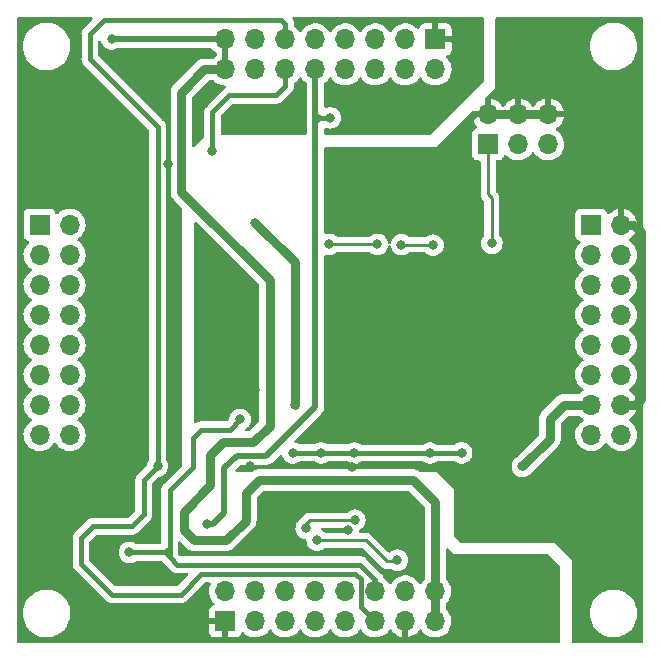
<source format=gbr>
%TF.GenerationSoftware,KiCad,Pcbnew,6.0.11+dfsg-1~bpo11+1*%
%TF.CreationDate,2023-04-06T12:14:25+02:00*%
%TF.ProjectId,avert_10,61766572-745f-4313-902e-6b696361645f,1.0*%
%TF.SameCoordinates,Original*%
%TF.FileFunction,Copper,L4,Bot*%
%TF.FilePolarity,Positive*%
%FSLAX46Y46*%
G04 Gerber Fmt 4.6, Leading zero omitted, Abs format (unit mm)*
G04 Created by KiCad (PCBNEW 6.0.11+dfsg-1~bpo11+1) date 2023-04-06 12:14:25*
%MOMM*%
%LPD*%
G01*
G04 APERTURE LIST*
%TA.AperFunction,ComponentPad*%
%ADD10R,1.700000X1.700000*%
%TD*%
%TA.AperFunction,ComponentPad*%
%ADD11O,1.700000X1.700000*%
%TD*%
%TA.AperFunction,ViaPad*%
%ADD12C,0.800000*%
%TD*%
%TA.AperFunction,Conductor*%
%ADD13C,0.400000*%
%TD*%
%TA.AperFunction,Conductor*%
%ADD14C,0.800000*%
%TD*%
%TA.AperFunction,Conductor*%
%ADD15C,0.250000*%
%TD*%
%TA.AperFunction,Conductor*%
%ADD16C,0.500000*%
%TD*%
G04 APERTURE END LIST*
D10*
%TO.P,J2,1,Pin_1*%
%TO.N,GNDD*%
X134125000Y-123175000D03*
D11*
%TO.P,J2,2,Pin_2*%
%TO.N,/SC4*%
X134125000Y-120635000D03*
%TO.P,J2,3,Pin_3*%
%TO.N,/SD4*%
X136665000Y-123175000D03*
%TO.P,J2,4,Pin_4*%
%TO.N,/SC5*%
X136665000Y-120635000D03*
%TO.P,J2,5,Pin_5*%
%TO.N,/SD5*%
X139205000Y-123175000D03*
%TO.P,J2,6,Pin_6*%
%TO.N,unconnected-(J2-Pad6)*%
X139205000Y-120635000D03*
%TO.P,J2,7,Pin_7*%
%TO.N,unconnected-(J2-Pad7)*%
X141745000Y-123175000D03*
%TO.P,J2,8,Pin_8*%
%TO.N,unconnected-(J2-Pad8)*%
X141745000Y-120635000D03*
%TO.P,J2,9,Pin_9*%
%TO.N,unconnected-(J2-Pad9)*%
X144285000Y-123175000D03*
%TO.P,J2,10,Pin_10*%
%TO.N,+5V*%
X144285000Y-120635000D03*
%TO.P,J2,11,Pin_11*%
%TO.N,-12V*%
X146825000Y-123175000D03*
%TO.P,J2,12,Pin_12*%
%TO.N,+12V*%
X146825000Y-120635000D03*
%TO.P,J2,13,Pin_13*%
%TO.N,GNDD*%
X149365000Y-123175000D03*
%TO.P,J2,14,Pin_14*%
%TO.N,Earth*%
X149365000Y-120635000D03*
%TO.P,J2,15,Pin_15*%
%TO.N,+VSW*%
X151905000Y-123175000D03*
%TO.P,J2,16,Pin_16*%
X151905000Y-120635000D03*
%TD*%
D10*
%TO.P,J5,1,Pin_1*%
%TO.N,Net-(J5-Pad1)*%
X156375000Y-82785000D03*
D11*
%TO.P,J5,2,Pin_2*%
%TO.N,GND*%
X156375000Y-80245000D03*
%TO.P,J5,3,Pin_3*%
%TO.N,Net-(J5-Pad3)*%
X158915000Y-82785000D03*
%TO.P,J5,4,Pin_4*%
%TO.N,GND*%
X158915000Y-80245000D03*
%TO.P,J5,5,Pin_5*%
%TO.N,Net-(J5-Pad5)*%
X161455000Y-82785000D03*
%TO.P,J5,6,Pin_6*%
%TO.N,GND*%
X161455000Y-80245000D03*
%TD*%
D10*
%TO.P,J3,1,Pin_1*%
%TO.N,+3V3*%
X165100000Y-89600000D03*
D11*
%TO.P,J3,2,Pin_2*%
%TO.N,GND*%
X167640000Y-89600000D03*
%TO.P,J3,3,Pin_3*%
%TO.N,/TXD*%
X165100000Y-92140000D03*
%TO.P,J3,4,Pin_4*%
%TO.N,/RXD*%
X167640000Y-92140000D03*
%TO.P,J3,5,Pin_5*%
%TO.N,/SCL*%
X165100000Y-94680000D03*
%TO.P,J3,6,Pin_6*%
%TO.N,/SDA*%
X167640000Y-94680000D03*
%TO.P,J3,7,Pin_7*%
%TO.N,/MISO*%
X165100000Y-97220000D03*
%TO.P,J3,8,Pin_8*%
%TO.N,/MOSI*%
X167640000Y-97220000D03*
%TO.P,J3,9,Pin_9*%
%TO.N,/SCK*%
X165100000Y-99760000D03*
%TO.P,J3,10,Pin_10*%
%TO.N,/SSEL1*%
X167640000Y-99760000D03*
%TO.P,J3,11,Pin_11*%
%TO.N,/SSEL2*%
X165100000Y-102300000D03*
%TO.P,J3,12,Pin_12*%
%TO.N,/SSEL3*%
X167640000Y-102300000D03*
%TO.P,J3,13,Pin_13*%
%TO.N,Earth*%
X165100000Y-104840000D03*
%TO.P,J3,14,Pin_14*%
%TO.N,GND*%
X167640000Y-104840000D03*
%TO.P,J3,15,Pin_15*%
%TO.N,+24V*%
X165100000Y-107380000D03*
%TO.P,J3,16,Pin_16*%
X167640000Y-107380000D03*
%TD*%
D10*
%TO.P,J1,1,Pin_1*%
%TO.N,GNDD*%
X151920000Y-73900000D03*
D11*
%TO.P,J1,2,Pin_2*%
%TO.N,/SC0*%
X151920000Y-76440000D03*
%TO.P,J1,3,Pin_3*%
%TO.N,/SD0*%
X149380000Y-73900000D03*
%TO.P,J1,4,Pin_4*%
%TO.N,/SC1*%
X149380000Y-76440000D03*
%TO.P,J1,5,Pin_5*%
%TO.N,/SD1*%
X146840000Y-73900000D03*
%TO.P,J1,6,Pin_6*%
%TO.N,unconnected-(J1-Pad6)*%
X146840000Y-76440000D03*
%TO.P,J1,7,Pin_7*%
%TO.N,unconnected-(J1-Pad7)*%
X144300000Y-73900000D03*
%TO.P,J1,8,Pin_8*%
%TO.N,unconnected-(J1-Pad8)*%
X144300000Y-76440000D03*
%TO.P,J1,9,Pin_9*%
%TO.N,unconnected-(J1-Pad9)*%
X141760000Y-73900000D03*
%TO.P,J1,10,Pin_10*%
%TO.N,+5V*%
X141760000Y-76440000D03*
%TO.P,J1,11,Pin_11*%
%TO.N,-12V*%
X139220000Y-73900000D03*
%TO.P,J1,12,Pin_12*%
%TO.N,+12V*%
X139220000Y-76440000D03*
%TO.P,J1,13,Pin_13*%
%TO.N,GNDD*%
X136680000Y-73900000D03*
%TO.P,J1,14,Pin_14*%
%TO.N,Earth*%
X136680000Y-76440000D03*
%TO.P,J1,15,Pin_15*%
%TO.N,+VSW*%
X134140000Y-73900000D03*
%TO.P,J1,16,Pin_16*%
X134140000Y-76440000D03*
%TD*%
D10*
%TO.P,J4,1,Pin_1*%
%TO.N,+3V3*%
X118400000Y-89600000D03*
D11*
%TO.P,J4,2,Pin_2*%
%TO.N,GND*%
X120940000Y-89600000D03*
%TO.P,J4,3,Pin_3*%
%TO.N,/TXD*%
X118400000Y-92140000D03*
%TO.P,J4,4,Pin_4*%
%TO.N,/RXD*%
X120940000Y-92140000D03*
%TO.P,J4,5,Pin_5*%
%TO.N,/SCL*%
X118400000Y-94680000D03*
%TO.P,J4,6,Pin_6*%
%TO.N,/SDA*%
X120940000Y-94680000D03*
%TO.P,J4,7,Pin_7*%
%TO.N,/MISO*%
X118400000Y-97220000D03*
%TO.P,J4,8,Pin_8*%
%TO.N,/MOSI*%
X120940000Y-97220000D03*
%TO.P,J4,9,Pin_9*%
%TO.N,/SCK*%
X118400000Y-99760000D03*
%TO.P,J4,10,Pin_10*%
%TO.N,/SSEL1*%
X120940000Y-99760000D03*
%TO.P,J4,11,Pin_11*%
%TO.N,/SSEL2*%
X118400000Y-102300000D03*
%TO.P,J4,12,Pin_12*%
%TO.N,/SSEL3*%
X120940000Y-102300000D03*
%TO.P,J4,13,Pin_13*%
%TO.N,Earth*%
X118400000Y-104840000D03*
%TO.P,J4,14,Pin_14*%
%TO.N,GND*%
X120940000Y-104840000D03*
%TO.P,J4,15,Pin_15*%
%TO.N,+24V*%
X118400000Y-107380000D03*
%TO.P,J4,16,Pin_16*%
X120940000Y-107380000D03*
%TD*%
D12*
%TO.N,GND*%
X144370000Y-86710000D03*
X150880000Y-85590000D03*
X144840000Y-110100000D03*
X136660000Y-103590000D03*
X136195000Y-110035000D03*
%TO.N,+5V*%
X143000000Y-80540000D03*
X132590000Y-114900000D03*
%TO.N,GNDD*%
X144270000Y-79440000D03*
X129300000Y-84490000D03*
X137910000Y-114400000D03*
X144490000Y-115470000D03*
X134930000Y-79790000D03*
X132310000Y-79380000D03*
X128990000Y-79280000D03*
%TO.N,+3V3*%
X145050000Y-108930000D03*
X139830000Y-108910000D03*
X154140000Y-108910000D03*
X151460000Y-108920000D03*
X142240000Y-108910000D03*
%TO.N,+12V*%
X133020000Y-83320000D03*
X126010000Y-117330000D03*
X135370000Y-106080000D03*
%TO.N,-12V*%
X128390000Y-110040000D03*
%TO.N,+VSW*%
X124500000Y-73870000D03*
%TO.N,/SC5*%
X140975500Y-115300000D03*
X145100000Y-114600000D03*
%TO.N,/SD5*%
X148700000Y-118000000D03*
X141900000Y-116300000D03*
%TO.N,Earth*%
X159280000Y-110060000D03*
X140000000Y-104840000D03*
X136680000Y-89440000D03*
%TO.N,Net-(J5-Pad1)*%
X156700000Y-91170000D03*
%TO.N,Net-(R11-Pad1)*%
X151710000Y-91320000D03*
X149040000Y-91290000D03*
%TO.N,Net-(R12-Pad1)*%
X142940000Y-91250000D03*
X147000000Y-91250000D03*
%TD*%
D13*
%TO.N,GND*%
X150010000Y-85590000D02*
X148890000Y-86710000D01*
D14*
X169330000Y-104340000D02*
X168830000Y-104840000D01*
D13*
X150880000Y-85590000D02*
X153390000Y-83080000D01*
X153390000Y-82210000D02*
X155355000Y-80245000D01*
D14*
X168830000Y-104840000D02*
X167640000Y-104840000D01*
X158915000Y-80245000D02*
X156375000Y-80245000D01*
D13*
X150880000Y-85590000D02*
X150010000Y-85590000D01*
X155355000Y-80245000D02*
X156375000Y-80245000D01*
D14*
X161455000Y-80245000D02*
X158915000Y-80245000D01*
X169330000Y-90190000D02*
X169330000Y-104340000D01*
D15*
X136260000Y-110100000D02*
X136195000Y-110035000D01*
X144840000Y-110100000D02*
X136260000Y-110100000D01*
D13*
X153390000Y-83080000D02*
X153390000Y-82210000D01*
X144370000Y-86710000D02*
X148890000Y-86710000D01*
D14*
X167640000Y-89600000D02*
X168740000Y-89600000D01*
X168740000Y-89600000D02*
X169330000Y-90190000D01*
D13*
%TO.N,+5V*%
X142080000Y-80540000D02*
X141760000Y-80860000D01*
X143000000Y-80540000D02*
X142080000Y-80540000D01*
X143000000Y-80540000D02*
X142110000Y-80540000D01*
D16*
X133110000Y-114900000D02*
X134030000Y-113980000D01*
X135080000Y-109150000D02*
X137610000Y-109150000D01*
D13*
X142110000Y-80540000D02*
X141760000Y-80190000D01*
D16*
X132590000Y-114900000D02*
X133110000Y-114900000D01*
X141760000Y-76440000D02*
X141760000Y-80190000D01*
X134030000Y-113980000D02*
X134030000Y-110200000D01*
X141760000Y-80430000D02*
X141760000Y-80860000D01*
D13*
X143000000Y-80540000D02*
X141870000Y-80540000D01*
X141870000Y-80540000D02*
X141760000Y-80430000D01*
D16*
X141760000Y-80190000D02*
X141760000Y-80430000D01*
X134030000Y-110200000D02*
X135080000Y-109150000D01*
X141760000Y-105000000D02*
X141760000Y-80860000D01*
X137610000Y-109150000D02*
X141760000Y-105000000D01*
D13*
%TO.N,GNDD*%
X154090000Y-77730000D02*
X154090000Y-74530000D01*
X153460000Y-73900000D02*
X151920000Y-73900000D01*
X152380000Y-79440000D02*
X154090000Y-77730000D01*
X128990000Y-80230000D02*
X129300000Y-80540000D01*
X154090000Y-74530000D02*
X153460000Y-73900000D01*
X129300000Y-80540000D02*
X129300000Y-84490000D01*
X128990000Y-79280000D02*
X128990000Y-80230000D01*
X144270000Y-79440000D02*
X152380000Y-79440000D01*
%TO.N,+3V3*%
X145030000Y-108910000D02*
X145050000Y-108930000D01*
X139830000Y-108910000D02*
X142240000Y-108910000D01*
X154130000Y-108920000D02*
X154140000Y-108910000D01*
X145050000Y-108930000D02*
X151450000Y-108930000D01*
X142240000Y-108910000D02*
X145030000Y-108910000D01*
X151450000Y-108930000D02*
X151460000Y-108920000D01*
X151460000Y-108920000D02*
X154130000Y-108920000D01*
%TO.N,+12V*%
X133020000Y-83320000D02*
X133020000Y-80090000D01*
X146825000Y-120635000D02*
X146825000Y-119655000D01*
X129020000Y-117320000D02*
X128620000Y-117320000D01*
X135370000Y-106080000D02*
X134490000Y-106960000D01*
X129410000Y-112070000D02*
X131370000Y-110110000D01*
X129410000Y-116440000D02*
X129410000Y-117750000D01*
X126020000Y-117320000D02*
X126010000Y-117330000D01*
X134490000Y-106960000D02*
X134360000Y-106960000D01*
X133020000Y-80090000D02*
X134470000Y-78640000D01*
X131370000Y-107640000D02*
X132050000Y-106960000D01*
X134470000Y-78640000D02*
X138410000Y-78640000D01*
X130030000Y-118370000D02*
X129410000Y-117750000D01*
X129410000Y-116930000D02*
X129020000Y-117320000D01*
X128620000Y-117320000D02*
X128980000Y-117320000D01*
X138410000Y-78640000D02*
X139220000Y-77830000D01*
X146825000Y-119655000D02*
X145540000Y-118370000D01*
X131370000Y-110110000D02*
X131370000Y-107640000D01*
X128620000Y-117320000D02*
X126020000Y-117320000D01*
X129410000Y-116440000D02*
X129410000Y-112070000D01*
X145540000Y-118370000D02*
X130030000Y-118370000D01*
X128980000Y-117320000D02*
X129410000Y-117750000D01*
X139220000Y-77830000D02*
X139220000Y-76440000D01*
X132050000Y-106960000D02*
X134360000Y-106960000D01*
X129410000Y-116440000D02*
X129410000Y-116930000D01*
%TO.N,-12V*%
X124540000Y-120920000D02*
X121910000Y-118290000D01*
X127230000Y-111200000D02*
X128390000Y-110040000D01*
X127230000Y-114090000D02*
X127230000Y-111200000D01*
X145575000Y-121925000D02*
X145575000Y-119595000D01*
X122660000Y-75570000D02*
X122660000Y-73440000D01*
X139220000Y-72590000D02*
X139220000Y-73900000D01*
X128390000Y-81300000D02*
X122660000Y-75570000D01*
X121910000Y-116110000D02*
X122890000Y-115130000D01*
X130340000Y-120920000D02*
X124540000Y-120920000D01*
X123860000Y-72240000D02*
X138870000Y-72240000D01*
X132100000Y-119160000D02*
X130340000Y-120920000D01*
X126190000Y-115130000D02*
X127230000Y-114090000D01*
X138870000Y-72240000D02*
X139220000Y-72590000D01*
X122660000Y-73440000D02*
X123860000Y-72240000D01*
X121910000Y-118290000D02*
X121910000Y-116110000D01*
X145575000Y-119595000D02*
X145140000Y-119160000D01*
X145140000Y-119160000D02*
X132100000Y-119160000D01*
X146825000Y-123175000D02*
X145575000Y-121925000D01*
X122890000Y-115130000D02*
X126190000Y-115130000D01*
X128390000Y-110040000D02*
X128390000Y-81300000D01*
D14*
%TO.N,+VSW*%
X137900000Y-106600000D02*
X136495000Y-108005000D01*
X134140000Y-76440000D02*
X132360000Y-76440000D01*
X133925000Y-108005000D02*
X132830000Y-109100000D01*
X135860000Y-112320000D02*
X136980000Y-111200000D01*
X136495000Y-108005000D02*
X133925000Y-108005000D01*
X130400000Y-86800000D02*
X137900000Y-94300000D01*
X132360000Y-76440000D02*
X130400000Y-78400000D01*
X135860000Y-114640000D02*
X135860000Y-112320000D01*
X150000000Y-111200000D02*
X151905000Y-113105000D01*
D16*
X134140000Y-73900000D02*
X134140000Y-76440000D01*
D14*
X151905000Y-123175000D02*
X151905000Y-120635000D01*
X131500000Y-116300000D02*
X134200000Y-116300000D01*
X130400000Y-78400000D02*
X130400000Y-86800000D01*
D16*
X134140000Y-73900000D02*
X124530000Y-73900000D01*
D14*
X130600000Y-113900000D02*
X130600000Y-115400000D01*
X134200000Y-116300000D02*
X135860000Y-114640000D01*
X132830000Y-111670000D02*
X130600000Y-113900000D01*
X151905000Y-113105000D02*
X151905000Y-120635000D01*
X132830000Y-109100000D02*
X132830000Y-111670000D01*
X136980000Y-111200000D02*
X150000000Y-111200000D01*
X130600000Y-115400000D02*
X131500000Y-116300000D01*
X137900000Y-94300000D02*
X137900000Y-106600000D01*
D16*
X124530000Y-73900000D02*
X124500000Y-73870000D01*
D15*
%TO.N,/SC5*%
X141300000Y-114600000D02*
X140975500Y-114924500D01*
X140975500Y-114924500D02*
X140975500Y-115300000D01*
X145100000Y-114600000D02*
X141300000Y-114600000D01*
%TO.N,/SD5*%
X141900000Y-116300000D02*
X146000000Y-116300000D01*
X147800000Y-118100000D02*
X148600000Y-118100000D01*
X148600000Y-118100000D02*
X148700000Y-118000000D01*
X146000000Y-116300000D02*
X147800000Y-118100000D01*
D14*
%TO.N,Earth*%
X159280000Y-110060000D02*
X161600000Y-107740000D01*
X140000000Y-92760000D02*
X140000000Y-104840000D01*
X136680000Y-89440000D02*
X140000000Y-92760000D01*
X161600000Y-106020000D02*
X162780000Y-104840000D01*
X161600000Y-107740000D02*
X161600000Y-106020000D01*
X162780000Y-104840000D02*
X165100000Y-104840000D01*
D15*
%TO.N,Net-(J5-Pad1)*%
X156375000Y-87035000D02*
X156680000Y-87340000D01*
X156375000Y-82785000D02*
X156375000Y-87035000D01*
X156700000Y-91170000D02*
X156680000Y-91150000D01*
X156680000Y-91150000D02*
X156680000Y-87340000D01*
%TO.N,Net-(R11-Pad1)*%
X151680000Y-91290000D02*
X151710000Y-91320000D01*
X149040000Y-91290000D02*
X151680000Y-91290000D01*
%TO.N,Net-(R12-Pad1)*%
X142940000Y-91250000D02*
X147000000Y-91250000D01*
%TD*%
%TA.AperFunction,Conductor*%
%TO.N,GNDD*%
G36*
X122853461Y-72028502D02*
G01*
X122899954Y-72082158D01*
X122910058Y-72152432D01*
X122880564Y-72217012D01*
X122874435Y-72223595D01*
X122179480Y-72918550D01*
X122173215Y-72924404D01*
X122129615Y-72962439D01*
X122125248Y-72968653D01*
X122092872Y-73014719D01*
X122088939Y-73020014D01*
X122049524Y-73070282D01*
X122046401Y-73077198D01*
X122045017Y-73079484D01*
X122036643Y-73094165D01*
X122035378Y-73096525D01*
X122031010Y-73102739D01*
X122028250Y-73109818D01*
X122028249Y-73109820D01*
X122007798Y-73162275D01*
X122005247Y-73168344D01*
X121978955Y-73226573D01*
X121977571Y-73234040D01*
X121976770Y-73236595D01*
X121972141Y-73252848D01*
X121971478Y-73255428D01*
X121968718Y-73262509D01*
X121967727Y-73270040D01*
X121967726Y-73270042D01*
X121960379Y-73325852D01*
X121959348Y-73332359D01*
X121947704Y-73395186D01*
X121948141Y-73402766D01*
X121948141Y-73402767D01*
X121951291Y-73457392D01*
X121951500Y-73464646D01*
X121951500Y-75541088D01*
X121951208Y-75549658D01*
X121948447Y-75590163D01*
X121947275Y-75607352D01*
X121948580Y-75614829D01*
X121948580Y-75614830D01*
X121958261Y-75670299D01*
X121959223Y-75676821D01*
X121966898Y-75740242D01*
X121969581Y-75747343D01*
X121970222Y-75749952D01*
X121974685Y-75766262D01*
X121975450Y-75768798D01*
X121976757Y-75776284D01*
X121979811Y-75783241D01*
X122002442Y-75834795D01*
X122004933Y-75840899D01*
X122027513Y-75900656D01*
X122031817Y-75906919D01*
X122033054Y-75909285D01*
X122041299Y-75924097D01*
X122042632Y-75926351D01*
X122045685Y-75933305D01*
X122050307Y-75939328D01*
X122084579Y-75983991D01*
X122088459Y-75989332D01*
X122120339Y-76035720D01*
X122120344Y-76035725D01*
X122124643Y-76041981D01*
X122130313Y-76047032D01*
X122130314Y-76047034D01*
X122171170Y-76083435D01*
X122176446Y-76088416D01*
X127644595Y-81556565D01*
X127678621Y-81618877D01*
X127681500Y-81645660D01*
X127681500Y-109421256D01*
X127661498Y-109489377D01*
X127657436Y-109495317D01*
X127655379Y-109498148D01*
X127650960Y-109503056D01*
X127555473Y-109668444D01*
X127496458Y-109850072D01*
X127495768Y-109856635D01*
X127495768Y-109856637D01*
X127491550Y-109896770D01*
X127464537Y-109962427D01*
X127455335Y-109972695D01*
X126749480Y-110678550D01*
X126743215Y-110684404D01*
X126699615Y-110722439D01*
X126695248Y-110728653D01*
X126662872Y-110774719D01*
X126658939Y-110780014D01*
X126619524Y-110830282D01*
X126616401Y-110837198D01*
X126615017Y-110839484D01*
X126606643Y-110854165D01*
X126605378Y-110856525D01*
X126601010Y-110862739D01*
X126598250Y-110869818D01*
X126598249Y-110869820D01*
X126577798Y-110922275D01*
X126575247Y-110928344D01*
X126548955Y-110986573D01*
X126547571Y-110994040D01*
X126546770Y-110996595D01*
X126542141Y-111012848D01*
X126541478Y-111015428D01*
X126538718Y-111022509D01*
X126537727Y-111030040D01*
X126537726Y-111030042D01*
X126530379Y-111085852D01*
X126529348Y-111092359D01*
X126517704Y-111155186D01*
X126518141Y-111162766D01*
X126518141Y-111162767D01*
X126521291Y-111217392D01*
X126521500Y-111224646D01*
X126521500Y-113744340D01*
X126501498Y-113812461D01*
X126484595Y-113833435D01*
X125933435Y-114384595D01*
X125871123Y-114418621D01*
X125844340Y-114421500D01*
X122918912Y-114421500D01*
X122910342Y-114421208D01*
X122860224Y-114417791D01*
X122860220Y-114417791D01*
X122852648Y-114417275D01*
X122845171Y-114418580D01*
X122845170Y-114418580D01*
X122830113Y-114421208D01*
X122789703Y-114428261D01*
X122783186Y-114429222D01*
X122719758Y-114436898D01*
X122712650Y-114439584D01*
X122710056Y-114440221D01*
X122693750Y-114444682D01*
X122691199Y-114445452D01*
X122683716Y-114446758D01*
X122676764Y-114449810D01*
X122676763Y-114449810D01*
X122625212Y-114472439D01*
X122619105Y-114474931D01*
X122599998Y-114482151D01*
X122559344Y-114497513D01*
X122553083Y-114501816D01*
X122550717Y-114503053D01*
X122535937Y-114511280D01*
X122533652Y-114512631D01*
X122526695Y-114515685D01*
X122520675Y-114520305D01*
X122520669Y-114520308D01*
X122496952Y-114538508D01*
X122475998Y-114554587D01*
X122470668Y-114558459D01*
X122424280Y-114590339D01*
X122424275Y-114590344D01*
X122418019Y-114594643D01*
X122412968Y-114600313D01*
X122412966Y-114600314D01*
X122376565Y-114641170D01*
X122371584Y-114646446D01*
X121429480Y-115588550D01*
X121423215Y-115594404D01*
X121379615Y-115632439D01*
X121355677Y-115666500D01*
X121342872Y-115684719D01*
X121338939Y-115690014D01*
X121299524Y-115740282D01*
X121296401Y-115747198D01*
X121295017Y-115749484D01*
X121286643Y-115764165D01*
X121285378Y-115766525D01*
X121281010Y-115772739D01*
X121278250Y-115779818D01*
X121278249Y-115779820D01*
X121257798Y-115832275D01*
X121255247Y-115838344D01*
X121228955Y-115896573D01*
X121227571Y-115904040D01*
X121226770Y-115906595D01*
X121222141Y-115922848D01*
X121221478Y-115925428D01*
X121218718Y-115932509D01*
X121217727Y-115940040D01*
X121217726Y-115940042D01*
X121210379Y-115995852D01*
X121209348Y-116002359D01*
X121197704Y-116065186D01*
X121198141Y-116072766D01*
X121198141Y-116072767D01*
X121201291Y-116127392D01*
X121201500Y-116134646D01*
X121201500Y-118261088D01*
X121201208Y-118269658D01*
X121197275Y-118327352D01*
X121198580Y-118334829D01*
X121198580Y-118334830D01*
X121208261Y-118390299D01*
X121209223Y-118396821D01*
X121216898Y-118460242D01*
X121219581Y-118467343D01*
X121220222Y-118469952D01*
X121224685Y-118486262D01*
X121225450Y-118488798D01*
X121226757Y-118496284D01*
X121229811Y-118503241D01*
X121252442Y-118554795D01*
X121254933Y-118560899D01*
X121277513Y-118620656D01*
X121281817Y-118626919D01*
X121283054Y-118629285D01*
X121291299Y-118644097D01*
X121292632Y-118646351D01*
X121295685Y-118653305D01*
X121332437Y-118701199D01*
X121334579Y-118703991D01*
X121338459Y-118709332D01*
X121370339Y-118755720D01*
X121370344Y-118755725D01*
X121374643Y-118761981D01*
X121380313Y-118767032D01*
X121380314Y-118767034D01*
X121421170Y-118803435D01*
X121426446Y-118808416D01*
X124018550Y-121400520D01*
X124024404Y-121406785D01*
X124062439Y-121450385D01*
X124068657Y-121454755D01*
X124114697Y-121487112D01*
X124119993Y-121491045D01*
X124170282Y-121530477D01*
X124177204Y-121533602D01*
X124179452Y-121534964D01*
X124194185Y-121543368D01*
X124196524Y-121544622D01*
X124202739Y-121548990D01*
X124209815Y-121551749D01*
X124209819Y-121551751D01*
X124262269Y-121572200D01*
X124268334Y-121574749D01*
X124326573Y-121601045D01*
X124334038Y-121602429D01*
X124336582Y-121603226D01*
X124352848Y-121607859D01*
X124355428Y-121608521D01*
X124362509Y-121611282D01*
X124370042Y-121612274D01*
X124370043Y-121612274D01*
X124402570Y-121616556D01*
X124425857Y-121619622D01*
X124432355Y-121620650D01*
X124495187Y-121632296D01*
X124502767Y-121631859D01*
X124502768Y-121631859D01*
X124557398Y-121628709D01*
X124564651Y-121628500D01*
X130311088Y-121628500D01*
X130319658Y-121628792D01*
X130369776Y-121632209D01*
X130369780Y-121632209D01*
X130377352Y-121632725D01*
X130384829Y-121631420D01*
X130384830Y-121631420D01*
X130432415Y-121623115D01*
X130440303Y-121621738D01*
X130446821Y-121620777D01*
X130510242Y-121613102D01*
X130517343Y-121610419D01*
X130519952Y-121609778D01*
X130536262Y-121605315D01*
X130538798Y-121604550D01*
X130546284Y-121603243D01*
X130604800Y-121577556D01*
X130610904Y-121575065D01*
X130615319Y-121573397D01*
X130670656Y-121552487D01*
X130676919Y-121548183D01*
X130679285Y-121546946D01*
X130694097Y-121538701D01*
X130696351Y-121537368D01*
X130703305Y-121534315D01*
X130754002Y-121495413D01*
X130759332Y-121491541D01*
X130805720Y-121459661D01*
X130805725Y-121459656D01*
X130811981Y-121455357D01*
X130826434Y-121439136D01*
X130853435Y-121408830D01*
X130858416Y-121403554D01*
X132356565Y-119905405D01*
X132418877Y-119871379D01*
X132445660Y-119868500D01*
X132785596Y-119868500D01*
X132853717Y-119888502D01*
X132900210Y-119942158D01*
X132910314Y-120012432D01*
X132899883Y-120047551D01*
X132847869Y-120159604D01*
X132847865Y-120159616D01*
X132845688Y-120164305D01*
X132785989Y-120379570D01*
X132762251Y-120601695D01*
X132762548Y-120606848D01*
X132762548Y-120606851D01*
X132768011Y-120701590D01*
X132775110Y-120824715D01*
X132776247Y-120829761D01*
X132776248Y-120829767D01*
X132782834Y-120858990D01*
X132824222Y-121042639D01*
X132908266Y-121249616D01*
X132959019Y-121332438D01*
X133022291Y-121435688D01*
X133024987Y-121440088D01*
X133171250Y-121608938D01*
X133175225Y-121612238D01*
X133175231Y-121612244D01*
X133180425Y-121616556D01*
X133220059Y-121675460D01*
X133221555Y-121746441D01*
X133184439Y-121806962D01*
X133144168Y-121831480D01*
X133036946Y-121871676D01*
X133021351Y-121880214D01*
X132919276Y-121956715D01*
X132906715Y-121969276D01*
X132830214Y-122071351D01*
X132821676Y-122086946D01*
X132776522Y-122207394D01*
X132772895Y-122222649D01*
X132767369Y-122273514D01*
X132767000Y-122280328D01*
X132767000Y-122902885D01*
X132771475Y-122918124D01*
X132772865Y-122919329D01*
X132780548Y-122921000D01*
X134253000Y-122921000D01*
X134321121Y-122941002D01*
X134367614Y-122994658D01*
X134379000Y-123047000D01*
X134379000Y-124514884D01*
X134383475Y-124530123D01*
X134384865Y-124531328D01*
X134392548Y-124532999D01*
X135019669Y-124532999D01*
X135026490Y-124532629D01*
X135077352Y-124527105D01*
X135092604Y-124523479D01*
X135213054Y-124478324D01*
X135228649Y-124469786D01*
X135330724Y-124393285D01*
X135343285Y-124380724D01*
X135419786Y-124278649D01*
X135428324Y-124263054D01*
X135469225Y-124153952D01*
X135511867Y-124097188D01*
X135578428Y-124072488D01*
X135647777Y-124087696D01*
X135682444Y-124115684D01*
X135707865Y-124145031D01*
X135707869Y-124145035D01*
X135711250Y-124148938D01*
X135883126Y-124291632D01*
X136076000Y-124404338D01*
X136284692Y-124484030D01*
X136289760Y-124485061D01*
X136289763Y-124485062D01*
X136384862Y-124504410D01*
X136503597Y-124528567D01*
X136508772Y-124528757D01*
X136508774Y-124528757D01*
X136721673Y-124536564D01*
X136721677Y-124536564D01*
X136726837Y-124536753D01*
X136731957Y-124536097D01*
X136731959Y-124536097D01*
X136943288Y-124509025D01*
X136943289Y-124509025D01*
X136948416Y-124508368D01*
X136953366Y-124506883D01*
X137157429Y-124445661D01*
X137157434Y-124445659D01*
X137162384Y-124444174D01*
X137362994Y-124345896D01*
X137544860Y-124216173D01*
X137703096Y-124058489D01*
X137833453Y-123877077D01*
X137834776Y-123878028D01*
X137881645Y-123834857D01*
X137951580Y-123822625D01*
X138017026Y-123850144D01*
X138044875Y-123881994D01*
X138104987Y-123980088D01*
X138251250Y-124148938D01*
X138423126Y-124291632D01*
X138616000Y-124404338D01*
X138824692Y-124484030D01*
X138829760Y-124485061D01*
X138829763Y-124485062D01*
X138924862Y-124504410D01*
X139043597Y-124528567D01*
X139048772Y-124528757D01*
X139048774Y-124528757D01*
X139261673Y-124536564D01*
X139261677Y-124536564D01*
X139266837Y-124536753D01*
X139271957Y-124536097D01*
X139271959Y-124536097D01*
X139483288Y-124509025D01*
X139483289Y-124509025D01*
X139488416Y-124508368D01*
X139493366Y-124506883D01*
X139697429Y-124445661D01*
X139697434Y-124445659D01*
X139702384Y-124444174D01*
X139902994Y-124345896D01*
X140084860Y-124216173D01*
X140243096Y-124058489D01*
X140373453Y-123877077D01*
X140374776Y-123878028D01*
X140421645Y-123834857D01*
X140491580Y-123822625D01*
X140557026Y-123850144D01*
X140584875Y-123881994D01*
X140644987Y-123980088D01*
X140791250Y-124148938D01*
X140963126Y-124291632D01*
X141156000Y-124404338D01*
X141364692Y-124484030D01*
X141369760Y-124485061D01*
X141369763Y-124485062D01*
X141464862Y-124504410D01*
X141583597Y-124528567D01*
X141588772Y-124528757D01*
X141588774Y-124528757D01*
X141801673Y-124536564D01*
X141801677Y-124536564D01*
X141806837Y-124536753D01*
X141811957Y-124536097D01*
X141811959Y-124536097D01*
X142023288Y-124509025D01*
X142023289Y-124509025D01*
X142028416Y-124508368D01*
X142033366Y-124506883D01*
X142237429Y-124445661D01*
X142237434Y-124445659D01*
X142242384Y-124444174D01*
X142442994Y-124345896D01*
X142624860Y-124216173D01*
X142783096Y-124058489D01*
X142913453Y-123877077D01*
X142914776Y-123878028D01*
X142961645Y-123834857D01*
X143031580Y-123822625D01*
X143097026Y-123850144D01*
X143124875Y-123881994D01*
X143184987Y-123980088D01*
X143331250Y-124148938D01*
X143503126Y-124291632D01*
X143696000Y-124404338D01*
X143904692Y-124484030D01*
X143909760Y-124485061D01*
X143909763Y-124485062D01*
X144004862Y-124504410D01*
X144123597Y-124528567D01*
X144128772Y-124528757D01*
X144128774Y-124528757D01*
X144341673Y-124536564D01*
X144341677Y-124536564D01*
X144346837Y-124536753D01*
X144351957Y-124536097D01*
X144351959Y-124536097D01*
X144563288Y-124509025D01*
X144563289Y-124509025D01*
X144568416Y-124508368D01*
X144573366Y-124506883D01*
X144777429Y-124445661D01*
X144777434Y-124445659D01*
X144782384Y-124444174D01*
X144982994Y-124345896D01*
X145164860Y-124216173D01*
X145323096Y-124058489D01*
X145453453Y-123877077D01*
X145454776Y-123878028D01*
X145501645Y-123834857D01*
X145571580Y-123822625D01*
X145637026Y-123850144D01*
X145664875Y-123881994D01*
X145724987Y-123980088D01*
X145871250Y-124148938D01*
X146043126Y-124291632D01*
X146236000Y-124404338D01*
X146444692Y-124484030D01*
X146449760Y-124485061D01*
X146449763Y-124485062D01*
X146544862Y-124504410D01*
X146663597Y-124528567D01*
X146668772Y-124528757D01*
X146668774Y-124528757D01*
X146881673Y-124536564D01*
X146881677Y-124536564D01*
X146886837Y-124536753D01*
X146891957Y-124536097D01*
X146891959Y-124536097D01*
X147103288Y-124509025D01*
X147103289Y-124509025D01*
X147108416Y-124508368D01*
X147113366Y-124506883D01*
X147317429Y-124445661D01*
X147317434Y-124445659D01*
X147322384Y-124444174D01*
X147522994Y-124345896D01*
X147704860Y-124216173D01*
X147863096Y-124058489D01*
X147993453Y-123877077D01*
X147994640Y-123877930D01*
X148041960Y-123834362D01*
X148111897Y-123822145D01*
X148177338Y-123849678D01*
X148205166Y-123881511D01*
X148262694Y-123975388D01*
X148268777Y-123983699D01*
X148408213Y-124144667D01*
X148415580Y-124151883D01*
X148579434Y-124287916D01*
X148587881Y-124293831D01*
X148771756Y-124401279D01*
X148781042Y-124405729D01*
X148980001Y-124481703D01*
X148989899Y-124484579D01*
X149093250Y-124505606D01*
X149107299Y-124504410D01*
X149111000Y-124494065D01*
X149111000Y-123047000D01*
X149131002Y-122978879D01*
X149184658Y-122932386D01*
X149237000Y-122921000D01*
X149493000Y-122921000D01*
X149561121Y-122941002D01*
X149607614Y-122994658D01*
X149619000Y-123047000D01*
X149619000Y-124493517D01*
X149623064Y-124507359D01*
X149636478Y-124509393D01*
X149643184Y-124508534D01*
X149653262Y-124506392D01*
X149857255Y-124445191D01*
X149866842Y-124441433D01*
X150058095Y-124347739D01*
X150066945Y-124342464D01*
X150240328Y-124218792D01*
X150248200Y-124212139D01*
X150399052Y-124061812D01*
X150405730Y-124053965D01*
X150533022Y-123876819D01*
X150534279Y-123877722D01*
X150581373Y-123834362D01*
X150651311Y-123822145D01*
X150716751Y-123849678D01*
X150744579Y-123881511D01*
X150804987Y-123980088D01*
X150951250Y-124148938D01*
X151123126Y-124291632D01*
X151316000Y-124404338D01*
X151524692Y-124484030D01*
X151529760Y-124485061D01*
X151529763Y-124485062D01*
X151624862Y-124504410D01*
X151743597Y-124528567D01*
X151748772Y-124528757D01*
X151748774Y-124528757D01*
X151961673Y-124536564D01*
X151961677Y-124536564D01*
X151966837Y-124536753D01*
X151971957Y-124536097D01*
X151971959Y-124536097D01*
X152183288Y-124509025D01*
X152183289Y-124509025D01*
X152188416Y-124508368D01*
X152193366Y-124506883D01*
X152397429Y-124445661D01*
X152397434Y-124445659D01*
X152402384Y-124444174D01*
X152602994Y-124345896D01*
X152784860Y-124216173D01*
X152943096Y-124058489D01*
X153073453Y-123877077D01*
X153086995Y-123849678D01*
X153170136Y-123681453D01*
X153170137Y-123681451D01*
X153172430Y-123676811D01*
X153228798Y-123491283D01*
X153235865Y-123468023D01*
X153235865Y-123468021D01*
X153237370Y-123463069D01*
X153266529Y-123241590D01*
X153268156Y-123175000D01*
X153249852Y-122952361D01*
X153195431Y-122735702D01*
X153106354Y-122530840D01*
X152985014Y-122343277D01*
X152981532Y-122339450D01*
X152846307Y-122190839D01*
X152815255Y-122126993D01*
X152813500Y-122106039D01*
X152813500Y-121699953D01*
X152833502Y-121631832D01*
X152850560Y-121610702D01*
X152906284Y-121555173D01*
X152943096Y-121518489D01*
X152964275Y-121489016D01*
X153070435Y-121341277D01*
X153073453Y-121337077D01*
X153094320Y-121294857D01*
X153170136Y-121141453D01*
X153170137Y-121141451D01*
X153172430Y-121136811D01*
X153237370Y-120923069D01*
X153266529Y-120701590D01*
X153268156Y-120635000D01*
X153249852Y-120412361D01*
X153195431Y-120195702D01*
X153106354Y-119990840D01*
X152985014Y-119803277D01*
X152981532Y-119799450D01*
X152846307Y-119650839D01*
X152815255Y-119586993D01*
X152813500Y-119566039D01*
X152813500Y-117117690D01*
X152833502Y-117049569D01*
X152887158Y-117003076D01*
X152957432Y-116992972D01*
X153022012Y-117022466D01*
X153028595Y-117028595D01*
X153500000Y-117500000D01*
X161447810Y-117500000D01*
X161515931Y-117520002D01*
X161536905Y-117536905D01*
X162463095Y-118463095D01*
X162497121Y-118525407D01*
X162500000Y-118552190D01*
X162500000Y-124865500D01*
X162479998Y-124933621D01*
X162426342Y-124980114D01*
X162374000Y-124991500D01*
X116634500Y-124991500D01*
X116566379Y-124971498D01*
X116519886Y-124917842D01*
X116508500Y-124865500D01*
X116508500Y-122478918D01*
X116986917Y-122478918D01*
X116987334Y-122486156D01*
X117002682Y-122752320D01*
X117055405Y-123021053D01*
X117056792Y-123025103D01*
X117056793Y-123025108D01*
X117129765Y-123238240D01*
X117144112Y-123280144D01*
X117173238Y-123338054D01*
X117242837Y-123476437D01*
X117267160Y-123524799D01*
X117269586Y-123528328D01*
X117269589Y-123528334D01*
X117374826Y-123681453D01*
X117422274Y-123750490D01*
X117425161Y-123753663D01*
X117425162Y-123753664D01*
X117538235Y-123877930D01*
X117606582Y-123953043D01*
X117816675Y-124128707D01*
X117820316Y-124130991D01*
X118045024Y-124271951D01*
X118045028Y-124271953D01*
X118048664Y-124274234D01*
X118116544Y-124304883D01*
X118294345Y-124385164D01*
X118294349Y-124385166D01*
X118298257Y-124386930D01*
X118302377Y-124388150D01*
X118302376Y-124388150D01*
X118556723Y-124463491D01*
X118556727Y-124463492D01*
X118560836Y-124464709D01*
X118565070Y-124465357D01*
X118565075Y-124465358D01*
X118827298Y-124505483D01*
X118827300Y-124505483D01*
X118831540Y-124506132D01*
X118970912Y-124508322D01*
X119101071Y-124510367D01*
X119101077Y-124510367D01*
X119105362Y-124510434D01*
X119377235Y-124477534D01*
X119642127Y-124408041D01*
X119646087Y-124406401D01*
X119646092Y-124406399D01*
X119786661Y-124348173D01*
X119895136Y-124303241D01*
X120131582Y-124165073D01*
X120253255Y-124069669D01*
X132767001Y-124069669D01*
X132767371Y-124076490D01*
X132772895Y-124127352D01*
X132776521Y-124142604D01*
X132821676Y-124263054D01*
X132830214Y-124278649D01*
X132906715Y-124380724D01*
X132919276Y-124393285D01*
X133021351Y-124469786D01*
X133036946Y-124478324D01*
X133157394Y-124523478D01*
X133172649Y-124527105D01*
X133223514Y-124532631D01*
X133230328Y-124533000D01*
X133852885Y-124533000D01*
X133868124Y-124528525D01*
X133869329Y-124527135D01*
X133871000Y-124519452D01*
X133871000Y-123447115D01*
X133866525Y-123431876D01*
X133865135Y-123430671D01*
X133857452Y-123429000D01*
X132785116Y-123429000D01*
X132769877Y-123433475D01*
X132768672Y-123434865D01*
X132767001Y-123442548D01*
X132767001Y-124069669D01*
X120253255Y-124069669D01*
X120347089Y-123996094D01*
X120388809Y-123953043D01*
X120515192Y-123822625D01*
X120537669Y-123799431D01*
X120540202Y-123795983D01*
X120540206Y-123795978D01*
X120697257Y-123582178D01*
X120699795Y-123578723D01*
X120727154Y-123528334D01*
X120828418Y-123341830D01*
X120828419Y-123341828D01*
X120830468Y-123338054D01*
X120927269Y-123081877D01*
X120956932Y-122952361D01*
X120987449Y-122819117D01*
X120987450Y-122819113D01*
X120988407Y-122814933D01*
X120995031Y-122740720D01*
X121012531Y-122544627D01*
X121012531Y-122544625D01*
X121012751Y-122542161D01*
X121013193Y-122500000D01*
X121011319Y-122472509D01*
X120994859Y-122231055D01*
X120994858Y-122231049D01*
X120994567Y-122226778D01*
X120939032Y-121958612D01*
X120847617Y-121700465D01*
X120784180Y-121577558D01*
X120723978Y-121460919D01*
X120723978Y-121460918D01*
X120722013Y-121457112D01*
X120717286Y-121450385D01*
X120618722Y-121310144D01*
X120564545Y-121233057D01*
X120470504Y-121131857D01*
X120381046Y-121035588D01*
X120381043Y-121035585D01*
X120378125Y-121032445D01*
X120374810Y-121029731D01*
X120374806Y-121029728D01*
X120169523Y-120861706D01*
X120166205Y-120858990D01*
X119932704Y-120715901D01*
X119928768Y-120714173D01*
X119685873Y-120607549D01*
X119685869Y-120607548D01*
X119681945Y-120605825D01*
X119418566Y-120530800D01*
X119414324Y-120530196D01*
X119414318Y-120530195D01*
X119213834Y-120501662D01*
X119147443Y-120492213D01*
X119003589Y-120491460D01*
X118877877Y-120490802D01*
X118877871Y-120490802D01*
X118873591Y-120490780D01*
X118869347Y-120491339D01*
X118869343Y-120491339D01*
X118750302Y-120507011D01*
X118602078Y-120526525D01*
X118597938Y-120527658D01*
X118597936Y-120527658D01*
X118525008Y-120547609D01*
X118337928Y-120598788D01*
X118333980Y-120600472D01*
X118089982Y-120704546D01*
X118089978Y-120704548D01*
X118086030Y-120706232D01*
X118066125Y-120718145D01*
X117854725Y-120844664D01*
X117854721Y-120844667D01*
X117851043Y-120846868D01*
X117637318Y-121018094D01*
X117448808Y-121216742D01*
X117289002Y-121439136D01*
X117160857Y-121681161D01*
X117159385Y-121685184D01*
X117159383Y-121685188D01*
X117068214Y-121934317D01*
X117066743Y-121938337D01*
X117008404Y-122205907D01*
X116986917Y-122478918D01*
X116508500Y-122478918D01*
X116508500Y-107346695D01*
X117037251Y-107346695D01*
X117037548Y-107351848D01*
X117037548Y-107351851D01*
X117042920Y-107445023D01*
X117050110Y-107569715D01*
X117051247Y-107574761D01*
X117051248Y-107574767D01*
X117055850Y-107595186D01*
X117099222Y-107787639D01*
X117183266Y-107994616D01*
X117224072Y-108061206D01*
X117297291Y-108180688D01*
X117299987Y-108185088D01*
X117446250Y-108353938D01*
X117618126Y-108496632D01*
X117811000Y-108609338D01*
X118019692Y-108689030D01*
X118024760Y-108690061D01*
X118024763Y-108690062D01*
X118132017Y-108711883D01*
X118238597Y-108733567D01*
X118243772Y-108733757D01*
X118243774Y-108733757D01*
X118456673Y-108741564D01*
X118456677Y-108741564D01*
X118461837Y-108741753D01*
X118466957Y-108741097D01*
X118466959Y-108741097D01*
X118678288Y-108714025D01*
X118678289Y-108714025D01*
X118683416Y-108713368D01*
X118688366Y-108711883D01*
X118892429Y-108650661D01*
X118892434Y-108650659D01*
X118897384Y-108649174D01*
X119097994Y-108550896D01*
X119279860Y-108421173D01*
X119294047Y-108407036D01*
X119434435Y-108267137D01*
X119438096Y-108263489D01*
X119497594Y-108180689D01*
X119568453Y-108082077D01*
X119569776Y-108083028D01*
X119616645Y-108039857D01*
X119686580Y-108027625D01*
X119752026Y-108055144D01*
X119779875Y-108086994D01*
X119839987Y-108185088D01*
X119986250Y-108353938D01*
X120158126Y-108496632D01*
X120351000Y-108609338D01*
X120559692Y-108689030D01*
X120564760Y-108690061D01*
X120564763Y-108690062D01*
X120672017Y-108711883D01*
X120778597Y-108733567D01*
X120783772Y-108733757D01*
X120783774Y-108733757D01*
X120996673Y-108741564D01*
X120996677Y-108741564D01*
X121001837Y-108741753D01*
X121006957Y-108741097D01*
X121006959Y-108741097D01*
X121218288Y-108714025D01*
X121218289Y-108714025D01*
X121223416Y-108713368D01*
X121228366Y-108711883D01*
X121432429Y-108650661D01*
X121432434Y-108650659D01*
X121437384Y-108649174D01*
X121637994Y-108550896D01*
X121819860Y-108421173D01*
X121834047Y-108407036D01*
X121974435Y-108267137D01*
X121978096Y-108263489D01*
X122037594Y-108180689D01*
X122105435Y-108086277D01*
X122108453Y-108082077D01*
X122123711Y-108051206D01*
X122205136Y-107886453D01*
X122205137Y-107886451D01*
X122207430Y-107881811D01*
X122272370Y-107668069D01*
X122301529Y-107446590D01*
X122303156Y-107380000D01*
X122284852Y-107157361D01*
X122230431Y-106940702D01*
X122141354Y-106735840D01*
X122099608Y-106671310D01*
X122022822Y-106552617D01*
X122022820Y-106552614D01*
X122020014Y-106548277D01*
X121869670Y-106383051D01*
X121865619Y-106379852D01*
X121865615Y-106379848D01*
X121698414Y-106247800D01*
X121698410Y-106247798D01*
X121694359Y-106244598D01*
X121653053Y-106221796D01*
X121603084Y-106171364D01*
X121588312Y-106101921D01*
X121613428Y-106035516D01*
X121640780Y-106008909D01*
X121691978Y-105972390D01*
X121819860Y-105881173D01*
X121823951Y-105877097D01*
X121974435Y-105727137D01*
X121978096Y-105723489D01*
X121988656Y-105708794D01*
X122105435Y-105546277D01*
X122108453Y-105542077D01*
X122118144Y-105522470D01*
X122205136Y-105346453D01*
X122205137Y-105346451D01*
X122207430Y-105341811D01*
X122272370Y-105128069D01*
X122301529Y-104906590D01*
X122303156Y-104840000D01*
X122284852Y-104617361D01*
X122230431Y-104400702D01*
X122141354Y-104195840D01*
X122020014Y-104008277D01*
X121869670Y-103843051D01*
X121865619Y-103839852D01*
X121865615Y-103839848D01*
X121698414Y-103707800D01*
X121698410Y-103707798D01*
X121694359Y-103704598D01*
X121653053Y-103681796D01*
X121603084Y-103631364D01*
X121588312Y-103561921D01*
X121613428Y-103495516D01*
X121640780Y-103468909D01*
X121684603Y-103437650D01*
X121819860Y-103341173D01*
X121978096Y-103183489D01*
X122037594Y-103100689D01*
X122105435Y-103006277D01*
X122108453Y-103002077D01*
X122129320Y-102959857D01*
X122205136Y-102806453D01*
X122205137Y-102806451D01*
X122207430Y-102801811D01*
X122272370Y-102588069D01*
X122301529Y-102366590D01*
X122303156Y-102300000D01*
X122284852Y-102077361D01*
X122230431Y-101860702D01*
X122141354Y-101655840D01*
X122020014Y-101468277D01*
X121869670Y-101303051D01*
X121865619Y-101299852D01*
X121865615Y-101299848D01*
X121698414Y-101167800D01*
X121698410Y-101167798D01*
X121694359Y-101164598D01*
X121653053Y-101141796D01*
X121603084Y-101091364D01*
X121588312Y-101021921D01*
X121613428Y-100955516D01*
X121640780Y-100928909D01*
X121684603Y-100897650D01*
X121819860Y-100801173D01*
X121978096Y-100643489D01*
X122037594Y-100560689D01*
X122105435Y-100466277D01*
X122108453Y-100462077D01*
X122129320Y-100419857D01*
X122205136Y-100266453D01*
X122205137Y-100266451D01*
X122207430Y-100261811D01*
X122272370Y-100048069D01*
X122301529Y-99826590D01*
X122303156Y-99760000D01*
X122284852Y-99537361D01*
X122230431Y-99320702D01*
X122141354Y-99115840D01*
X122020014Y-98928277D01*
X121869670Y-98763051D01*
X121865619Y-98759852D01*
X121865615Y-98759848D01*
X121698414Y-98627800D01*
X121698410Y-98627798D01*
X121694359Y-98624598D01*
X121653053Y-98601796D01*
X121603084Y-98551364D01*
X121588312Y-98481921D01*
X121613428Y-98415516D01*
X121640780Y-98388909D01*
X121684603Y-98357650D01*
X121819860Y-98261173D01*
X121978096Y-98103489D01*
X122037594Y-98020689D01*
X122105435Y-97926277D01*
X122108453Y-97922077D01*
X122129320Y-97879857D01*
X122205136Y-97726453D01*
X122205137Y-97726451D01*
X122207430Y-97721811D01*
X122272370Y-97508069D01*
X122301529Y-97286590D01*
X122303156Y-97220000D01*
X122284852Y-96997361D01*
X122230431Y-96780702D01*
X122141354Y-96575840D01*
X122020014Y-96388277D01*
X121869670Y-96223051D01*
X121865619Y-96219852D01*
X121865615Y-96219848D01*
X121698414Y-96087800D01*
X121698410Y-96087798D01*
X121694359Y-96084598D01*
X121653053Y-96061796D01*
X121603084Y-96011364D01*
X121588312Y-95941921D01*
X121613428Y-95875516D01*
X121640780Y-95848909D01*
X121684603Y-95817650D01*
X121819860Y-95721173D01*
X121978096Y-95563489D01*
X122037594Y-95480689D01*
X122105435Y-95386277D01*
X122108453Y-95382077D01*
X122129320Y-95339857D01*
X122205136Y-95186453D01*
X122205137Y-95186451D01*
X122207430Y-95181811D01*
X122272370Y-94968069D01*
X122301529Y-94746590D01*
X122303156Y-94680000D01*
X122284852Y-94457361D01*
X122230431Y-94240702D01*
X122141354Y-94035840D01*
X122100462Y-93972630D01*
X122022822Y-93852617D01*
X122022820Y-93852614D01*
X122020014Y-93848277D01*
X121869670Y-93683051D01*
X121865619Y-93679852D01*
X121865615Y-93679848D01*
X121698414Y-93547800D01*
X121698410Y-93547798D01*
X121694359Y-93544598D01*
X121653053Y-93521796D01*
X121603084Y-93471364D01*
X121588312Y-93401921D01*
X121613428Y-93335516D01*
X121640780Y-93308909D01*
X121684603Y-93277650D01*
X121819860Y-93181173D01*
X121978096Y-93023489D01*
X122037594Y-92940689D01*
X122105435Y-92846277D01*
X122108453Y-92842077D01*
X122129320Y-92799857D01*
X122205136Y-92646453D01*
X122205137Y-92646451D01*
X122207430Y-92641811D01*
X122272370Y-92428069D01*
X122301529Y-92206590D01*
X122301964Y-92188794D01*
X122303074Y-92143365D01*
X122303074Y-92143361D01*
X122303156Y-92140000D01*
X122284852Y-91917361D01*
X122230431Y-91700702D01*
X122141354Y-91495840D01*
X122020014Y-91308277D01*
X121869670Y-91143051D01*
X121865619Y-91139852D01*
X121865615Y-91139848D01*
X121698414Y-91007800D01*
X121698410Y-91007798D01*
X121694359Y-91004598D01*
X121653053Y-90981796D01*
X121603084Y-90931364D01*
X121588312Y-90861921D01*
X121613428Y-90795516D01*
X121640780Y-90768909D01*
X121684603Y-90737650D01*
X121819860Y-90641173D01*
X121828006Y-90633056D01*
X121963616Y-90497918D01*
X121978096Y-90483489D01*
X122108453Y-90302077D01*
X122192034Y-90132964D01*
X122205136Y-90106453D01*
X122205137Y-90106451D01*
X122207430Y-90101811D01*
X122272370Y-89888069D01*
X122301529Y-89666590D01*
X122303156Y-89600000D01*
X122284852Y-89377361D01*
X122230431Y-89160702D01*
X122141354Y-88955840D01*
X122020014Y-88768277D01*
X121869670Y-88603051D01*
X121865619Y-88599852D01*
X121865615Y-88599848D01*
X121698414Y-88467800D01*
X121698410Y-88467798D01*
X121694359Y-88464598D01*
X121498789Y-88356638D01*
X121493920Y-88354914D01*
X121493916Y-88354912D01*
X121293087Y-88283795D01*
X121293083Y-88283794D01*
X121288212Y-88282069D01*
X121283119Y-88281162D01*
X121283116Y-88281161D01*
X121073373Y-88243800D01*
X121073367Y-88243799D01*
X121068284Y-88242894D01*
X120994452Y-88241992D01*
X120850081Y-88240228D01*
X120850079Y-88240228D01*
X120844911Y-88240165D01*
X120624091Y-88273955D01*
X120411756Y-88343357D01*
X120213607Y-88446507D01*
X120209474Y-88449610D01*
X120209471Y-88449612D01*
X120080551Y-88546408D01*
X120034965Y-88580635D01*
X119956273Y-88662982D01*
X119954283Y-88665064D01*
X119892759Y-88700494D01*
X119821846Y-88697037D01*
X119764060Y-88655791D01*
X119745207Y-88622243D01*
X119703767Y-88511703D01*
X119700615Y-88503295D01*
X119613261Y-88386739D01*
X119496705Y-88299385D01*
X119360316Y-88248255D01*
X119298134Y-88241500D01*
X117501866Y-88241500D01*
X117439684Y-88248255D01*
X117303295Y-88299385D01*
X117186739Y-88386739D01*
X117099385Y-88503295D01*
X117048255Y-88639684D01*
X117041500Y-88701866D01*
X117041500Y-90498134D01*
X117048255Y-90560316D01*
X117099385Y-90696705D01*
X117186739Y-90813261D01*
X117303295Y-90900615D01*
X117311704Y-90903767D01*
X117311705Y-90903768D01*
X117420451Y-90944535D01*
X117477216Y-90987176D01*
X117501916Y-91053738D01*
X117486709Y-91123087D01*
X117467316Y-91149568D01*
X117340629Y-91282138D01*
X117214743Y-91466680D01*
X117120688Y-91669305D01*
X117060989Y-91884570D01*
X117037251Y-92106695D01*
X117037548Y-92111848D01*
X117037548Y-92111851D01*
X117043011Y-92206590D01*
X117050110Y-92329715D01*
X117051247Y-92334761D01*
X117051248Y-92334767D01*
X117063345Y-92388444D01*
X117099222Y-92547639D01*
X117183266Y-92754616D01*
X117230380Y-92831499D01*
X117297291Y-92940688D01*
X117299987Y-92945088D01*
X117446250Y-93113938D01*
X117618126Y-93256632D01*
X117688595Y-93297811D01*
X117691445Y-93299476D01*
X117740169Y-93351114D01*
X117753240Y-93420897D01*
X117726509Y-93486669D01*
X117686055Y-93520027D01*
X117673607Y-93526507D01*
X117669474Y-93529610D01*
X117669471Y-93529612D01*
X117645247Y-93547800D01*
X117494965Y-93660635D01*
X117340629Y-93822138D01*
X117214743Y-94006680D01*
X117120688Y-94209305D01*
X117060989Y-94424570D01*
X117037251Y-94646695D01*
X117037548Y-94651848D01*
X117037548Y-94651851D01*
X117043011Y-94746590D01*
X117050110Y-94869715D01*
X117051247Y-94874761D01*
X117051248Y-94874767D01*
X117071119Y-94962939D01*
X117099222Y-95087639D01*
X117183266Y-95294616D01*
X117234019Y-95377438D01*
X117297291Y-95480688D01*
X117299987Y-95485088D01*
X117446250Y-95653938D01*
X117618126Y-95796632D01*
X117688595Y-95837811D01*
X117691445Y-95839476D01*
X117740169Y-95891114D01*
X117753240Y-95960897D01*
X117726509Y-96026669D01*
X117686055Y-96060027D01*
X117673607Y-96066507D01*
X117669474Y-96069610D01*
X117669471Y-96069612D01*
X117645247Y-96087800D01*
X117494965Y-96200635D01*
X117340629Y-96362138D01*
X117214743Y-96546680D01*
X117120688Y-96749305D01*
X117060989Y-96964570D01*
X117037251Y-97186695D01*
X117037548Y-97191848D01*
X117037548Y-97191851D01*
X117043011Y-97286590D01*
X117050110Y-97409715D01*
X117051247Y-97414761D01*
X117051248Y-97414767D01*
X117071119Y-97502939D01*
X117099222Y-97627639D01*
X117183266Y-97834616D01*
X117234019Y-97917438D01*
X117297291Y-98020688D01*
X117299987Y-98025088D01*
X117446250Y-98193938D01*
X117618126Y-98336632D01*
X117688595Y-98377811D01*
X117691445Y-98379476D01*
X117740169Y-98431114D01*
X117753240Y-98500897D01*
X117726509Y-98566669D01*
X117686055Y-98600027D01*
X117673607Y-98606507D01*
X117669474Y-98609610D01*
X117669471Y-98609612D01*
X117645247Y-98627800D01*
X117494965Y-98740635D01*
X117340629Y-98902138D01*
X117214743Y-99086680D01*
X117120688Y-99289305D01*
X117060989Y-99504570D01*
X117037251Y-99726695D01*
X117037548Y-99731848D01*
X117037548Y-99731851D01*
X117043011Y-99826590D01*
X117050110Y-99949715D01*
X117051247Y-99954761D01*
X117051248Y-99954767D01*
X117071119Y-100042939D01*
X117099222Y-100167639D01*
X117183266Y-100374616D01*
X117234019Y-100457438D01*
X117297291Y-100560688D01*
X117299987Y-100565088D01*
X117446250Y-100733938D01*
X117618126Y-100876632D01*
X117688595Y-100917811D01*
X117691445Y-100919476D01*
X117740169Y-100971114D01*
X117753240Y-101040897D01*
X117726509Y-101106669D01*
X117686055Y-101140027D01*
X117673607Y-101146507D01*
X117669474Y-101149610D01*
X117669471Y-101149612D01*
X117645247Y-101167800D01*
X117494965Y-101280635D01*
X117340629Y-101442138D01*
X117214743Y-101626680D01*
X117120688Y-101829305D01*
X117060989Y-102044570D01*
X117037251Y-102266695D01*
X117037548Y-102271848D01*
X117037548Y-102271851D01*
X117043011Y-102366590D01*
X117050110Y-102489715D01*
X117051247Y-102494761D01*
X117051248Y-102494767D01*
X117071119Y-102582939D01*
X117099222Y-102707639D01*
X117183266Y-102914616D01*
X117234019Y-102997438D01*
X117297291Y-103100688D01*
X117299987Y-103105088D01*
X117446250Y-103273938D01*
X117618126Y-103416632D01*
X117688595Y-103457811D01*
X117691445Y-103459476D01*
X117740169Y-103511114D01*
X117753240Y-103580897D01*
X117726509Y-103646669D01*
X117686055Y-103680027D01*
X117673607Y-103686507D01*
X117669474Y-103689610D01*
X117669471Y-103689612D01*
X117499100Y-103817530D01*
X117494965Y-103820635D01*
X117340629Y-103982138D01*
X117337720Y-103986403D01*
X117337714Y-103986411D01*
X117259574Y-104100960D01*
X117214743Y-104166680D01*
X117120688Y-104369305D01*
X117060989Y-104584570D01*
X117037251Y-104806695D01*
X117037548Y-104811848D01*
X117037548Y-104811851D01*
X117043011Y-104906590D01*
X117050110Y-105029715D01*
X117051247Y-105034761D01*
X117051248Y-105034767D01*
X117071119Y-105122939D01*
X117099222Y-105247639D01*
X117137186Y-105341134D01*
X117170719Y-105423715D01*
X117183266Y-105454616D01*
X117222638Y-105518866D01*
X117297291Y-105640688D01*
X117299987Y-105645088D01*
X117446250Y-105813938D01*
X117618126Y-105956632D01*
X117685871Y-105996219D01*
X117691445Y-105999476D01*
X117740169Y-106051114D01*
X117753240Y-106120897D01*
X117726509Y-106186669D01*
X117686055Y-106220027D01*
X117673607Y-106226507D01*
X117669474Y-106229610D01*
X117669471Y-106229612D01*
X117499100Y-106357530D01*
X117494965Y-106360635D01*
X117340629Y-106522138D01*
X117214743Y-106706680D01*
X117120688Y-106909305D01*
X117060989Y-107124570D01*
X117037251Y-107346695D01*
X116508500Y-107346695D01*
X116508500Y-74478918D01*
X116986917Y-74478918D01*
X116987334Y-74486156D01*
X117002682Y-74752320D01*
X117055405Y-75021053D01*
X117056792Y-75025103D01*
X117056793Y-75025108D01*
X117142723Y-75276088D01*
X117144112Y-75280144D01*
X117173238Y-75338054D01*
X117242837Y-75476437D01*
X117267160Y-75524799D01*
X117269586Y-75528328D01*
X117269589Y-75528334D01*
X117413040Y-75737054D01*
X117422274Y-75750490D01*
X117425161Y-75753663D01*
X117425162Y-75753664D01*
X117572986Y-75916121D01*
X117606582Y-75953043D01*
X117816675Y-76128707D01*
X117820316Y-76130991D01*
X118045024Y-76271951D01*
X118045028Y-76271953D01*
X118048664Y-76274234D01*
X118116544Y-76304883D01*
X118294345Y-76385164D01*
X118294349Y-76385166D01*
X118298257Y-76386930D01*
X118302377Y-76388150D01*
X118302376Y-76388150D01*
X118556723Y-76463491D01*
X118556727Y-76463492D01*
X118560836Y-76464709D01*
X118565070Y-76465357D01*
X118565075Y-76465358D01*
X118827298Y-76505483D01*
X118827300Y-76505483D01*
X118831540Y-76506132D01*
X118970912Y-76508322D01*
X119101071Y-76510367D01*
X119101077Y-76510367D01*
X119105362Y-76510434D01*
X119377235Y-76477534D01*
X119642127Y-76408041D01*
X119646087Y-76406401D01*
X119646092Y-76406399D01*
X119768631Y-76355641D01*
X119895136Y-76303241D01*
X120131582Y-76165073D01*
X120347089Y-75996094D01*
X120388809Y-75953043D01*
X120534686Y-75802509D01*
X120537669Y-75799431D01*
X120540202Y-75795983D01*
X120540206Y-75795978D01*
X120697257Y-75582178D01*
X120699795Y-75578723D01*
X120720229Y-75541088D01*
X120828418Y-75341830D01*
X120828419Y-75341828D01*
X120830468Y-75338054D01*
X120915148Y-75113955D01*
X120925751Y-75085895D01*
X120925752Y-75085891D01*
X120927269Y-75081877D01*
X120968173Y-74903279D01*
X120987449Y-74819117D01*
X120987450Y-74819113D01*
X120988407Y-74814933D01*
X120989365Y-74804205D01*
X121012531Y-74544627D01*
X121012531Y-74544625D01*
X121012751Y-74542161D01*
X121013193Y-74500000D01*
X121006849Y-74406944D01*
X120994859Y-74231055D01*
X120994858Y-74231049D01*
X120994567Y-74226778D01*
X120939032Y-73958612D01*
X120847617Y-73700465D01*
X120722013Y-73457112D01*
X120712040Y-73442921D01*
X120578415Y-73252792D01*
X120564545Y-73233057D01*
X120435479Y-73094165D01*
X120381046Y-73035588D01*
X120381043Y-73035585D01*
X120378125Y-73032445D01*
X120374810Y-73029731D01*
X120374806Y-73029728D01*
X120220037Y-72903051D01*
X120166205Y-72858990D01*
X119932704Y-72715901D01*
X119928768Y-72714173D01*
X119685873Y-72607549D01*
X119685869Y-72607548D01*
X119681945Y-72605825D01*
X119418566Y-72530800D01*
X119414324Y-72530196D01*
X119414318Y-72530195D01*
X119213834Y-72501662D01*
X119147443Y-72492213D01*
X119003589Y-72491460D01*
X118877877Y-72490802D01*
X118877871Y-72490802D01*
X118873591Y-72490780D01*
X118869347Y-72491339D01*
X118869343Y-72491339D01*
X118750302Y-72507011D01*
X118602078Y-72526525D01*
X118597938Y-72527658D01*
X118597936Y-72527658D01*
X118542473Y-72542831D01*
X118337928Y-72598788D01*
X118333980Y-72600472D01*
X118089982Y-72704546D01*
X118089978Y-72704548D01*
X118086030Y-72706232D01*
X117983157Y-72767800D01*
X117854725Y-72844664D01*
X117854721Y-72844667D01*
X117851043Y-72846868D01*
X117637318Y-73018094D01*
X117448808Y-73216742D01*
X117289002Y-73439136D01*
X117160857Y-73681161D01*
X117159385Y-73685184D01*
X117159383Y-73685188D01*
X117091751Y-73870000D01*
X117066743Y-73938337D01*
X117008404Y-74205907D01*
X116986917Y-74478918D01*
X116508500Y-74478918D01*
X116508500Y-72134500D01*
X116528502Y-72066379D01*
X116582158Y-72019886D01*
X116634500Y-72008500D01*
X122785340Y-72008500D01*
X122853461Y-72028502D01*
G37*
%TD.AperFunction*%
%TA.AperFunction,Conductor*%
G36*
X123577012Y-74027877D02*
G01*
X123614333Y-74084163D01*
X123665473Y-74241556D01*
X123760960Y-74406944D01*
X123765378Y-74411851D01*
X123765379Y-74411852D01*
X123857908Y-74514616D01*
X123888747Y-74548866D01*
X124043248Y-74661118D01*
X124049276Y-74663802D01*
X124049278Y-74663803D01*
X124174747Y-74719665D01*
X124217712Y-74738794D01*
X124301172Y-74756534D01*
X124398056Y-74777128D01*
X124398061Y-74777128D01*
X124404513Y-74778500D01*
X124595487Y-74778500D01*
X124601939Y-74777128D01*
X124601944Y-74777128D01*
X124698828Y-74756534D01*
X124782288Y-74738794D01*
X124938166Y-74669393D01*
X124989415Y-74658500D01*
X132942491Y-74658500D01*
X133010612Y-74678502D01*
X133039402Y-74705595D01*
X133039987Y-74705088D01*
X133186250Y-74873938D01*
X133335985Y-74998250D01*
X133375620Y-75057152D01*
X133381500Y-75095194D01*
X133381500Y-75247655D01*
X133361498Y-75315776D01*
X133331153Y-75348415D01*
X133239100Y-75417530D01*
X133234965Y-75420635D01*
X133167453Y-75491283D01*
X133166241Y-75492551D01*
X133104717Y-75527981D01*
X133075147Y-75531500D01*
X132441417Y-75531500D01*
X132421707Y-75529949D01*
X132414327Y-75528780D01*
X132414326Y-75528780D01*
X132407810Y-75527748D01*
X132401223Y-75528093D01*
X132401218Y-75528093D01*
X132339520Y-75531327D01*
X132332926Y-75531500D01*
X132312390Y-75531500D01*
X132309118Y-75531844D01*
X132309116Y-75531844D01*
X132291958Y-75533647D01*
X132285384Y-75534164D01*
X132223696Y-75537397D01*
X132223694Y-75537397D01*
X132217097Y-75537743D01*
X132203504Y-75541385D01*
X132184075Y-75544986D01*
X132170072Y-75546458D01*
X132105025Y-75567593D01*
X132098712Y-75569463D01*
X132078217Y-75574955D01*
X132039003Y-75585462D01*
X132039000Y-75585463D01*
X132032630Y-75587170D01*
X132020085Y-75593562D01*
X132001826Y-75601125D01*
X131988444Y-75605473D01*
X131982723Y-75608776D01*
X131929223Y-75639664D01*
X131923426Y-75642812D01*
X131868351Y-75670874D01*
X131868348Y-75670876D01*
X131862470Y-75673871D01*
X131857342Y-75678024D01*
X131857340Y-75678025D01*
X131851534Y-75682727D01*
X131835237Y-75693927D01*
X131828776Y-75697657D01*
X131828772Y-75697660D01*
X131823056Y-75700960D01*
X131818150Y-75705377D01*
X131818145Y-75705381D01*
X131772231Y-75746722D01*
X131767216Y-75751006D01*
X131763934Y-75753664D01*
X131751259Y-75763928D01*
X131736744Y-75778443D01*
X131731959Y-75782984D01*
X131681134Y-75828747D01*
X131677255Y-75834086D01*
X131677254Y-75834087D01*
X131672860Y-75840135D01*
X131660019Y-75855168D01*
X129815168Y-77700019D01*
X129800135Y-77712860D01*
X129788747Y-77721134D01*
X129784327Y-77726043D01*
X129742984Y-77771959D01*
X129738443Y-77776744D01*
X129723928Y-77791259D01*
X129721852Y-77793823D01*
X129711006Y-77807216D01*
X129706722Y-77812231D01*
X129665381Y-77858145D01*
X129665377Y-77858150D01*
X129660960Y-77863056D01*
X129657660Y-77868772D01*
X129657657Y-77868776D01*
X129653927Y-77875237D01*
X129642727Y-77891533D01*
X129633871Y-77902470D01*
X129602815Y-77963421D01*
X129599667Y-77969218D01*
X129571423Y-78018139D01*
X129565473Y-78028444D01*
X129563432Y-78034726D01*
X129563431Y-78034728D01*
X129561125Y-78041826D01*
X129553560Y-78060092D01*
X129547171Y-78072630D01*
X129545463Y-78079003D01*
X129545463Y-78079004D01*
X129529469Y-78138695D01*
X129527600Y-78145003D01*
X129506458Y-78210072D01*
X129505768Y-78216637D01*
X129505766Y-78216646D01*
X129504985Y-78224075D01*
X129501383Y-78243509D01*
X129499648Y-78249986D01*
X129497743Y-78257097D01*
X129497398Y-78263688D01*
X129497397Y-78263692D01*
X129494164Y-78325384D01*
X129493647Y-78331958D01*
X129492214Y-78345596D01*
X129491500Y-78352390D01*
X129491500Y-78372926D01*
X129491327Y-78379520D01*
X129487748Y-78447810D01*
X129488780Y-78454325D01*
X129489949Y-78461705D01*
X129491500Y-78481417D01*
X129491500Y-86718583D01*
X129489949Y-86738292D01*
X129487748Y-86752190D01*
X129488093Y-86758777D01*
X129488093Y-86758782D01*
X129491327Y-86820480D01*
X129491500Y-86827074D01*
X129491500Y-86847610D01*
X129491844Y-86850882D01*
X129491844Y-86850884D01*
X129493647Y-86868042D01*
X129494164Y-86874616D01*
X129495491Y-86899928D01*
X129497743Y-86942903D01*
X129499453Y-86949284D01*
X129499453Y-86949286D01*
X129501383Y-86956491D01*
X129504985Y-86975925D01*
X129505766Y-86983354D01*
X129505768Y-86983363D01*
X129506458Y-86989928D01*
X129527600Y-87054997D01*
X129529467Y-87061299D01*
X129547171Y-87127370D01*
X129553559Y-87139907D01*
X129561125Y-87158173D01*
X129565473Y-87171556D01*
X129568776Y-87177278D01*
X129568777Y-87177279D01*
X129599667Y-87230782D01*
X129602814Y-87236577D01*
X129633871Y-87297530D01*
X129638024Y-87302658D01*
X129638025Y-87302660D01*
X129642727Y-87308466D01*
X129653927Y-87324763D01*
X129657657Y-87331224D01*
X129657660Y-87331228D01*
X129660960Y-87336944D01*
X129665377Y-87341850D01*
X129665381Y-87341855D01*
X129706722Y-87387769D01*
X129711006Y-87392784D01*
X129723928Y-87408741D01*
X129738443Y-87423256D01*
X129742984Y-87428041D01*
X129788747Y-87478866D01*
X129794086Y-87482745D01*
X129794087Y-87482746D01*
X129800135Y-87487140D01*
X129815168Y-87499981D01*
X130463095Y-88147908D01*
X130497121Y-88210220D01*
X130500000Y-88237003D01*
X130500000Y-109925839D01*
X130479998Y-109993960D01*
X130463095Y-110014934D01*
X128929472Y-111548558D01*
X128923206Y-111554412D01*
X128885340Y-111587444D01*
X128885337Y-111587447D01*
X128879615Y-111592439D01*
X128875248Y-111598653D01*
X128842872Y-111644719D01*
X128838939Y-111650014D01*
X128799524Y-111700282D01*
X128796401Y-111707198D01*
X128795017Y-111709484D01*
X128786643Y-111724165D01*
X128785378Y-111726525D01*
X128781010Y-111732739D01*
X128778250Y-111739818D01*
X128778249Y-111739820D01*
X128757798Y-111792275D01*
X128755247Y-111798344D01*
X128728955Y-111856573D01*
X128727571Y-111864040D01*
X128726770Y-111866595D01*
X128722141Y-111882848D01*
X128721478Y-111885428D01*
X128718718Y-111892509D01*
X128717727Y-111900040D01*
X128717726Y-111900042D01*
X128710379Y-111955852D01*
X128709348Y-111962359D01*
X128697704Y-112025186D01*
X128698141Y-112032766D01*
X128698141Y-112032767D01*
X128701291Y-112087392D01*
X128701500Y-112094646D01*
X128701500Y-116485500D01*
X128681498Y-116553621D01*
X128627842Y-116600114D01*
X128575500Y-116611500D01*
X126607642Y-116611500D01*
X126533581Y-116587436D01*
X126472094Y-116542763D01*
X126472093Y-116542762D01*
X126466752Y-116538882D01*
X126460724Y-116536198D01*
X126460722Y-116536197D01*
X126298319Y-116463891D01*
X126298318Y-116463891D01*
X126292288Y-116461206D01*
X126189615Y-116439382D01*
X126111944Y-116422872D01*
X126111939Y-116422872D01*
X126105487Y-116421500D01*
X125914513Y-116421500D01*
X125908061Y-116422872D01*
X125908056Y-116422872D01*
X125830385Y-116439382D01*
X125727712Y-116461206D01*
X125721682Y-116463891D01*
X125721681Y-116463891D01*
X125559278Y-116536197D01*
X125559276Y-116536198D01*
X125553248Y-116538882D01*
X125547907Y-116542762D01*
X125547906Y-116542763D01*
X125497843Y-116579136D01*
X125398747Y-116651134D01*
X125270960Y-116793056D01*
X125245621Y-116836944D01*
X125201930Y-116912620D01*
X125175473Y-116958444D01*
X125116458Y-117140072D01*
X125115768Y-117146633D01*
X125115768Y-117146635D01*
X125110305Y-117198617D01*
X125096496Y-117330000D01*
X125097186Y-117336565D01*
X125114364Y-117500000D01*
X125116458Y-117519928D01*
X125175473Y-117701556D01*
X125270960Y-117866944D01*
X125275378Y-117871851D01*
X125275379Y-117871852D01*
X125364763Y-117971123D01*
X125398747Y-118008866D01*
X125553248Y-118121118D01*
X125559276Y-118123802D01*
X125559278Y-118123803D01*
X125721681Y-118196109D01*
X125727712Y-118198794D01*
X125800902Y-118214351D01*
X125908056Y-118237128D01*
X125908061Y-118237128D01*
X125914513Y-118238500D01*
X126105487Y-118238500D01*
X126111939Y-118237128D01*
X126111944Y-118237128D01*
X126219098Y-118214351D01*
X126292288Y-118198794D01*
X126298319Y-118196109D01*
X126460722Y-118123803D01*
X126460724Y-118123802D01*
X126466752Y-118121118D01*
X126561108Y-118052564D01*
X126627976Y-118028706D01*
X126635169Y-118028500D01*
X128634340Y-118028500D01*
X128702461Y-118048502D01*
X128723435Y-118065405D01*
X128854654Y-118196624D01*
X128869399Y-118214351D01*
X128874643Y-118221981D01*
X128880317Y-118227036D01*
X128921161Y-118263427D01*
X128926438Y-118268408D01*
X129508565Y-118850536D01*
X129514418Y-118856801D01*
X129552439Y-118900385D01*
X129604729Y-118937136D01*
X129609971Y-118941028D01*
X129660282Y-118980476D01*
X129667201Y-118983600D01*
X129669493Y-118984988D01*
X129684165Y-118993357D01*
X129686525Y-118994622D01*
X129692739Y-118998990D01*
X129699818Y-119001750D01*
X129699820Y-119001751D01*
X129752275Y-119022202D01*
X129758344Y-119024753D01*
X129816573Y-119051045D01*
X129824046Y-119052430D01*
X129826612Y-119053234D01*
X129842835Y-119057855D01*
X129845427Y-119058520D01*
X129852509Y-119061282D01*
X129860044Y-119062274D01*
X129915861Y-119069622D01*
X129922377Y-119070654D01*
X129960770Y-119077770D01*
X129985186Y-119082295D01*
X129992766Y-119081858D01*
X129992767Y-119081858D01*
X130047380Y-119078709D01*
X130054633Y-119078500D01*
X130875340Y-119078500D01*
X130943461Y-119098502D01*
X130989954Y-119152158D01*
X131000058Y-119222432D01*
X130970564Y-119287012D01*
X130964435Y-119293595D01*
X130083435Y-120174595D01*
X130021123Y-120208621D01*
X129994340Y-120211500D01*
X124885661Y-120211500D01*
X124817540Y-120191498D01*
X124796566Y-120174595D01*
X122655405Y-118033435D01*
X122621380Y-117971123D01*
X122618500Y-117944340D01*
X122618500Y-116455661D01*
X122638502Y-116387540D01*
X122655405Y-116366565D01*
X123146567Y-115875404D01*
X123208879Y-115841379D01*
X123235662Y-115838500D01*
X126161088Y-115838500D01*
X126169658Y-115838792D01*
X126219776Y-115842209D01*
X126219780Y-115842209D01*
X126227352Y-115842725D01*
X126234829Y-115841420D01*
X126234830Y-115841420D01*
X126287228Y-115832275D01*
X126290303Y-115831738D01*
X126296821Y-115830777D01*
X126360242Y-115823102D01*
X126367343Y-115820419D01*
X126369952Y-115819778D01*
X126386262Y-115815315D01*
X126388798Y-115814550D01*
X126396284Y-115813243D01*
X126454800Y-115787556D01*
X126460904Y-115785065D01*
X126465274Y-115783414D01*
X126520656Y-115762487D01*
X126526919Y-115758183D01*
X126529285Y-115756946D01*
X126544097Y-115748701D01*
X126546351Y-115747368D01*
X126553305Y-115744315D01*
X126604002Y-115705413D01*
X126609332Y-115701541D01*
X126655720Y-115669661D01*
X126655725Y-115669656D01*
X126661981Y-115665357D01*
X126671557Y-115654610D01*
X126703435Y-115618830D01*
X126708416Y-115613554D01*
X127710528Y-114611443D01*
X127716793Y-114605589D01*
X127754664Y-114572552D01*
X127754665Y-114572551D01*
X127760385Y-114567561D01*
X127797136Y-114515271D01*
X127801028Y-114510029D01*
X127840476Y-114459718D01*
X127843600Y-114452799D01*
X127844988Y-114450507D01*
X127853357Y-114435835D01*
X127854622Y-114433475D01*
X127858990Y-114427261D01*
X127862884Y-114417275D01*
X127882202Y-114367725D01*
X127884759Y-114361642D01*
X127899723Y-114328503D01*
X127911045Y-114303427D01*
X127912430Y-114295954D01*
X127913234Y-114293388D01*
X127917855Y-114277165D01*
X127918520Y-114274573D01*
X127921282Y-114267491D01*
X127929622Y-114204139D01*
X127930654Y-114197623D01*
X127940911Y-114142281D01*
X127942295Y-114134814D01*
X127938709Y-114072620D01*
X127938500Y-114065367D01*
X127938500Y-111545660D01*
X127958502Y-111477539D01*
X127975405Y-111456565D01*
X128456533Y-110975437D01*
X128519431Y-110941285D01*
X128554734Y-110933781D01*
X128672288Y-110908794D01*
X128678319Y-110906109D01*
X128840722Y-110833803D01*
X128840724Y-110833802D01*
X128846752Y-110831118D01*
X128856127Y-110824307D01*
X128987782Y-110728653D01*
X129001253Y-110718866D01*
X129076868Y-110634887D01*
X129124621Y-110581852D01*
X129124622Y-110581851D01*
X129129040Y-110576944D01*
X129202927Y-110448968D01*
X129221223Y-110417279D01*
X129221224Y-110417278D01*
X129224527Y-110411556D01*
X129283542Y-110229928D01*
X129303504Y-110040000D01*
X129301356Y-110019562D01*
X129284232Y-109856635D01*
X129284232Y-109856633D01*
X129283542Y-109850072D01*
X129224527Y-109668444D01*
X129129040Y-109503056D01*
X129124621Y-109498148D01*
X129122564Y-109495317D01*
X129098705Y-109428449D01*
X129098500Y-109421256D01*
X129098500Y-81328927D01*
X129098792Y-81320358D01*
X129102210Y-81270225D01*
X129102210Y-81270221D01*
X129102726Y-81262648D01*
X129091736Y-81199681D01*
X129090775Y-81193165D01*
X129084014Y-81137298D01*
X129083102Y-81129758D01*
X129080419Y-81122657D01*
X129079778Y-81120048D01*
X129075309Y-81103715D01*
X129074548Y-81101195D01*
X129073243Y-81093717D01*
X129068035Y-81081852D01*
X129047559Y-81035204D01*
X129045068Y-81029099D01*
X129025175Y-80976456D01*
X129025173Y-80976452D01*
X129022487Y-80969344D01*
X129018184Y-80963083D01*
X129016947Y-80960717D01*
X129008720Y-80945937D01*
X129007369Y-80943652D01*
X129004315Y-80936695D01*
X128999695Y-80930675D01*
X128999692Y-80930669D01*
X128965421Y-80886009D01*
X128961541Y-80880668D01*
X128929661Y-80834280D01*
X128929656Y-80834275D01*
X128925357Y-80828019D01*
X128878829Y-80786564D01*
X128873554Y-80781584D01*
X123405405Y-75313435D01*
X123371379Y-75251123D01*
X123368500Y-75224340D01*
X123368500Y-74123101D01*
X123388502Y-74054980D01*
X123442158Y-74008487D01*
X123512432Y-73998383D01*
X123577012Y-74027877D01*
G37*
%TD.AperFunction*%
%TA.AperFunction,Conductor*%
G36*
X149639618Y-112128502D02*
G01*
X149660592Y-112145405D01*
X150959595Y-113444408D01*
X150993621Y-113506720D01*
X150996500Y-113533503D01*
X150996500Y-119568737D01*
X150976498Y-119636858D01*
X150961594Y-119655788D01*
X150845629Y-119777138D01*
X150738201Y-119934621D01*
X150683293Y-119979621D01*
X150612768Y-119987792D01*
X150549021Y-119956538D01*
X150528324Y-119932054D01*
X150447822Y-119807617D01*
X150447820Y-119807614D01*
X150445014Y-119803277D01*
X150294670Y-119638051D01*
X150290619Y-119634852D01*
X150290615Y-119634848D01*
X150123414Y-119502800D01*
X150123410Y-119502798D01*
X150119359Y-119499598D01*
X149923789Y-119391638D01*
X149918920Y-119389914D01*
X149918916Y-119389912D01*
X149718087Y-119318795D01*
X149718083Y-119318794D01*
X149713212Y-119317069D01*
X149708119Y-119316162D01*
X149708116Y-119316161D01*
X149498373Y-119278800D01*
X149498367Y-119278799D01*
X149493284Y-119277894D01*
X149419452Y-119276992D01*
X149275081Y-119275228D01*
X149275079Y-119275228D01*
X149269911Y-119275165D01*
X149049091Y-119308955D01*
X148836756Y-119378357D01*
X148638607Y-119481507D01*
X148634474Y-119484610D01*
X148634471Y-119484612D01*
X148464100Y-119612530D01*
X148459965Y-119615635D01*
X148305629Y-119777138D01*
X148198201Y-119934621D01*
X148143293Y-119979621D01*
X148072768Y-119987792D01*
X148009021Y-119956538D01*
X147988324Y-119932054D01*
X147907822Y-119807617D01*
X147907820Y-119807614D01*
X147905014Y-119803277D01*
X147754670Y-119638051D01*
X147750619Y-119634852D01*
X147750615Y-119634848D01*
X147583414Y-119502800D01*
X147583410Y-119502798D01*
X147579359Y-119499598D01*
X147552315Y-119484669D01*
X147502344Y-119434236D01*
X147497834Y-119425005D01*
X147482561Y-119390212D01*
X147480069Y-119384105D01*
X147460173Y-119331452D01*
X147460173Y-119331451D01*
X147457487Y-119324344D01*
X147453184Y-119318083D01*
X147451947Y-119315717D01*
X147443720Y-119300937D01*
X147442369Y-119298652D01*
X147439315Y-119291695D01*
X147434695Y-119285675D01*
X147434692Y-119285669D01*
X147400421Y-119241009D01*
X147396541Y-119235668D01*
X147364661Y-119189280D01*
X147364656Y-119189275D01*
X147360357Y-119183019D01*
X147313829Y-119141564D01*
X147308554Y-119136584D01*
X146061450Y-117889480D01*
X146055596Y-117883215D01*
X146041402Y-117866944D01*
X146017561Y-117839615D01*
X145965280Y-117802871D01*
X145959986Y-117798939D01*
X145915693Y-117764209D01*
X145909718Y-117759524D01*
X145902802Y-117756401D01*
X145900516Y-117755017D01*
X145885835Y-117746643D01*
X145883475Y-117745378D01*
X145877261Y-117741010D01*
X145870182Y-117738250D01*
X145870180Y-117738249D01*
X145817725Y-117717798D01*
X145811656Y-117715247D01*
X145753427Y-117688955D01*
X145745960Y-117687571D01*
X145743405Y-117686770D01*
X145727152Y-117682141D01*
X145724572Y-117681478D01*
X145717491Y-117678718D01*
X145709960Y-117677727D01*
X145709958Y-117677726D01*
X145680339Y-117673827D01*
X145654139Y-117670378D01*
X145647641Y-117669348D01*
X145584814Y-117657704D01*
X145577234Y-117658141D01*
X145577233Y-117658141D01*
X145522608Y-117661291D01*
X145515354Y-117661500D01*
X130375660Y-117661500D01*
X130307539Y-117641498D01*
X130286565Y-117624595D01*
X130155405Y-117493435D01*
X130121379Y-117431123D01*
X130118500Y-117404340D01*
X130118500Y-117006867D01*
X130120610Y-116983904D01*
X130120911Y-116982279D01*
X130122295Y-116974814D01*
X130118709Y-116912620D01*
X130118500Y-116905367D01*
X130118500Y-116507503D01*
X130138502Y-116439382D01*
X130192158Y-116392889D01*
X130262432Y-116382785D01*
X130327012Y-116412279D01*
X130333595Y-116418408D01*
X130800019Y-116884832D01*
X130812860Y-116899865D01*
X130816858Y-116905367D01*
X130821134Y-116911253D01*
X130826043Y-116915673D01*
X130871959Y-116957016D01*
X130876744Y-116961557D01*
X130891259Y-116976072D01*
X130898718Y-116982112D01*
X130907216Y-116988994D01*
X130912231Y-116993278D01*
X130958145Y-117034619D01*
X130958150Y-117034623D01*
X130963056Y-117039040D01*
X130968772Y-117042340D01*
X130968776Y-117042343D01*
X130975237Y-117046073D01*
X130991533Y-117057273D01*
X131002470Y-117066129D01*
X131063421Y-117097185D01*
X131069215Y-117100331D01*
X131128444Y-117134527D01*
X131134726Y-117136568D01*
X131134728Y-117136569D01*
X131141826Y-117138875D01*
X131160092Y-117146440D01*
X131172630Y-117152829D01*
X131179006Y-117154538D01*
X131179010Y-117154539D01*
X131238685Y-117170529D01*
X131245010Y-117172402D01*
X131310072Y-117193542D01*
X131316640Y-117194232D01*
X131316644Y-117194233D01*
X131324061Y-117195012D01*
X131343508Y-117198616D01*
X131357096Y-117202257D01*
X131363695Y-117202603D01*
X131363696Y-117202603D01*
X131425385Y-117205836D01*
X131431960Y-117206353D01*
X131446222Y-117207852D01*
X131452390Y-117208500D01*
X131472925Y-117208500D01*
X131479519Y-117208673D01*
X131541217Y-117211907D01*
X131541222Y-117211907D01*
X131547809Y-117212252D01*
X131561707Y-117210051D01*
X131581416Y-117208500D01*
X134118583Y-117208500D01*
X134138292Y-117210051D01*
X134152190Y-117212252D01*
X134158777Y-117211907D01*
X134158782Y-117211907D01*
X134220480Y-117208673D01*
X134227074Y-117208500D01*
X134247610Y-117208500D01*
X134250882Y-117208156D01*
X134250884Y-117208156D01*
X134268042Y-117206353D01*
X134274616Y-117205836D01*
X134336308Y-117202603D01*
X134336312Y-117202602D01*
X134342903Y-117202257D01*
X134349284Y-117200547D01*
X134349286Y-117200547D01*
X134356491Y-117198617D01*
X134375925Y-117195015D01*
X134383354Y-117194234D01*
X134383363Y-117194232D01*
X134389928Y-117193542D01*
X134454997Y-117172400D01*
X134461299Y-117170533D01*
X134502852Y-117159399D01*
X134520996Y-117154537D01*
X134520997Y-117154537D01*
X134527370Y-117152829D01*
X134539908Y-117146440D01*
X134558174Y-117138875D01*
X134565272Y-117136569D01*
X134565274Y-117136568D01*
X134571556Y-117134527D01*
X134630785Y-117100331D01*
X134636579Y-117097185D01*
X134697530Y-117066129D01*
X134708467Y-117057273D01*
X134724763Y-117046073D01*
X134731224Y-117042343D01*
X134731228Y-117042340D01*
X134736944Y-117039040D01*
X134741850Y-117034623D01*
X134741855Y-117034619D01*
X134787769Y-116993278D01*
X134792784Y-116988994D01*
X134801282Y-116982112D01*
X134808741Y-116976072D01*
X134823256Y-116961557D01*
X134828041Y-116957016D01*
X134873957Y-116915673D01*
X134878866Y-116911253D01*
X134883143Y-116905367D01*
X134887140Y-116899865D01*
X134899981Y-116884832D01*
X136444832Y-115339981D01*
X136459865Y-115327140D01*
X136465913Y-115322746D01*
X136465914Y-115322745D01*
X136471253Y-115318866D01*
X136488240Y-115300000D01*
X140061996Y-115300000D01*
X140081958Y-115489928D01*
X140140973Y-115671556D01*
X140144276Y-115677278D01*
X140144277Y-115677279D01*
X140173332Y-115727604D01*
X140236460Y-115836944D01*
X140240878Y-115841851D01*
X140240879Y-115841852D01*
X140313808Y-115922848D01*
X140364247Y-115978866D01*
X140518748Y-116091118D01*
X140524776Y-116093802D01*
X140524778Y-116093803D01*
X140687181Y-116166109D01*
X140693212Y-116168794D01*
X140877962Y-116208064D01*
X140880013Y-116208500D01*
X140879933Y-116208875D01*
X140942072Y-116234443D01*
X140982701Y-116292665D01*
X140988552Y-116319565D01*
X141006458Y-116489928D01*
X141065473Y-116671556D01*
X141160960Y-116836944D01*
X141165378Y-116841851D01*
X141165379Y-116841852D01*
X141280350Y-116969540D01*
X141288747Y-116978866D01*
X141311353Y-116995290D01*
X141396665Y-117057273D01*
X141443248Y-117091118D01*
X141449276Y-117093802D01*
X141449278Y-117093803D01*
X141611681Y-117166109D01*
X141617712Y-117168794D01*
X141711113Y-117188647D01*
X141798056Y-117207128D01*
X141798061Y-117207128D01*
X141804513Y-117208500D01*
X141995487Y-117208500D01*
X142001939Y-117207128D01*
X142001944Y-117207128D01*
X142088887Y-117188647D01*
X142182288Y-117168794D01*
X142188319Y-117166109D01*
X142350722Y-117093803D01*
X142350724Y-117093802D01*
X142356752Y-117091118D01*
X142403336Y-117057273D01*
X142504319Y-116983904D01*
X142511253Y-116978866D01*
X142515668Y-116973963D01*
X142520580Y-116969540D01*
X142521705Y-116970789D01*
X142575014Y-116937949D01*
X142608200Y-116933500D01*
X145685406Y-116933500D01*
X145753527Y-116953502D01*
X145774501Y-116970405D01*
X147296343Y-118492247D01*
X147303887Y-118500537D01*
X147308000Y-118507018D01*
X147313777Y-118512443D01*
X147357667Y-118553658D01*
X147360509Y-118556413D01*
X147380230Y-118576134D01*
X147383425Y-118578612D01*
X147392447Y-118586318D01*
X147424679Y-118616586D01*
X147435858Y-118622732D01*
X147442432Y-118626346D01*
X147458956Y-118637199D01*
X147474959Y-118649613D01*
X147515543Y-118667176D01*
X147526173Y-118672383D01*
X147564940Y-118693695D01*
X147572617Y-118695666D01*
X147572622Y-118695668D01*
X147584558Y-118698732D01*
X147603266Y-118705137D01*
X147621855Y-118713181D01*
X147629680Y-118714420D01*
X147629682Y-118714421D01*
X147665519Y-118720097D01*
X147677140Y-118722504D01*
X147712289Y-118731528D01*
X147719970Y-118733500D01*
X147740231Y-118733500D01*
X147759940Y-118735051D01*
X147779943Y-118738219D01*
X147787835Y-118737473D01*
X147793062Y-118736979D01*
X147823954Y-118734059D01*
X147835811Y-118733500D01*
X148123004Y-118733500D01*
X148191125Y-118753502D01*
X148197065Y-118757564D01*
X148203145Y-118761981D01*
X148243248Y-118791118D01*
X148249276Y-118793802D01*
X148249278Y-118793803D01*
X148390775Y-118856801D01*
X148417712Y-118868794D01*
X148511112Y-118888647D01*
X148598056Y-118907128D01*
X148598061Y-118907128D01*
X148604513Y-118908500D01*
X148795487Y-118908500D01*
X148801939Y-118907128D01*
X148801944Y-118907128D01*
X148888888Y-118888647D01*
X148982288Y-118868794D01*
X149009225Y-118856801D01*
X149150722Y-118793803D01*
X149150724Y-118793802D01*
X149156752Y-118791118D01*
X149196856Y-118761981D01*
X149238770Y-118731528D01*
X149311253Y-118678866D01*
X149334758Y-118652761D01*
X149434621Y-118541852D01*
X149434622Y-118541851D01*
X149439040Y-118536944D01*
X149534527Y-118371556D01*
X149593542Y-118189928D01*
X149613504Y-118000000D01*
X149600035Y-117871852D01*
X149594232Y-117816635D01*
X149594232Y-117816633D01*
X149593542Y-117810072D01*
X149534527Y-117628444D01*
X149439040Y-117463056D01*
X149410288Y-117431123D01*
X149315675Y-117326045D01*
X149315674Y-117326044D01*
X149311253Y-117321134D01*
X149156752Y-117208882D01*
X149150724Y-117206198D01*
X149150722Y-117206197D01*
X148988319Y-117133891D01*
X148988318Y-117133891D01*
X148982288Y-117131206D01*
X148888888Y-117111353D01*
X148801944Y-117092872D01*
X148801939Y-117092872D01*
X148795487Y-117091500D01*
X148604513Y-117091500D01*
X148598061Y-117092872D01*
X148598056Y-117092872D01*
X148511112Y-117111353D01*
X148417712Y-117131206D01*
X148411682Y-117133891D01*
X148411681Y-117133891D01*
X148249278Y-117206197D01*
X148249276Y-117206198D01*
X148243248Y-117208882D01*
X148088747Y-117321134D01*
X148086602Y-117323516D01*
X148023733Y-117353687D01*
X147953279Y-117344924D01*
X147914334Y-117318429D01*
X146503652Y-115907747D01*
X146496112Y-115899461D01*
X146492000Y-115892982D01*
X146442348Y-115846356D01*
X146439507Y-115843602D01*
X146419770Y-115823865D01*
X146416573Y-115821385D01*
X146407551Y-115813680D01*
X146407086Y-115813243D01*
X146375321Y-115783414D01*
X146368375Y-115779595D01*
X146368372Y-115779593D01*
X146357566Y-115773652D01*
X146341047Y-115762801D01*
X146340583Y-115762441D01*
X146325041Y-115750386D01*
X146317772Y-115747241D01*
X146317768Y-115747238D01*
X146284463Y-115732826D01*
X146273813Y-115727609D01*
X146235060Y-115706305D01*
X146215437Y-115701267D01*
X146196734Y-115694863D01*
X146185420Y-115689967D01*
X146185419Y-115689967D01*
X146178145Y-115686819D01*
X146170322Y-115685580D01*
X146170312Y-115685577D01*
X146134476Y-115679901D01*
X146122856Y-115677495D01*
X146087711Y-115668472D01*
X146087710Y-115668472D01*
X146080030Y-115666500D01*
X146059776Y-115666500D01*
X146040065Y-115664949D01*
X146027886Y-115663020D01*
X146020057Y-115661780D01*
X145983127Y-115665271D01*
X145976039Y-115665941D01*
X145964181Y-115666500D01*
X145531018Y-115666500D01*
X145462897Y-115646498D01*
X145416404Y-115592842D01*
X145406300Y-115522568D01*
X145435794Y-115457988D01*
X145479769Y-115425393D01*
X145550722Y-115393803D01*
X145550724Y-115393802D01*
X145556752Y-115391118D01*
X145711253Y-115278866D01*
X145752101Y-115233500D01*
X145834621Y-115141852D01*
X145834622Y-115141851D01*
X145839040Y-115136944D01*
X145934527Y-114971556D01*
X145993542Y-114789928D01*
X145994281Y-114782903D01*
X146012814Y-114606565D01*
X146013504Y-114600000D01*
X146004045Y-114510005D01*
X145994232Y-114416635D01*
X145994232Y-114416633D01*
X145993542Y-114410072D01*
X145934527Y-114228444D01*
X145920495Y-114204139D01*
X145884781Y-114142281D01*
X145839040Y-114063056D01*
X145822881Y-114045109D01*
X145715675Y-113926045D01*
X145715674Y-113926044D01*
X145711253Y-113921134D01*
X145556752Y-113808882D01*
X145550724Y-113806198D01*
X145550722Y-113806197D01*
X145388319Y-113733891D01*
X145388318Y-113733891D01*
X145382288Y-113731206D01*
X145288887Y-113711353D01*
X145201944Y-113692872D01*
X145201939Y-113692872D01*
X145195487Y-113691500D01*
X145004513Y-113691500D01*
X144998061Y-113692872D01*
X144998056Y-113692872D01*
X144911113Y-113711353D01*
X144817712Y-113731206D01*
X144811682Y-113733891D01*
X144811681Y-113733891D01*
X144649278Y-113806197D01*
X144649276Y-113806198D01*
X144643248Y-113808882D01*
X144488747Y-113921134D01*
X144484332Y-113926037D01*
X144479420Y-113930460D01*
X144478295Y-113929211D01*
X144424986Y-113962051D01*
X144391800Y-113966500D01*
X141378767Y-113966500D01*
X141367584Y-113965973D01*
X141360091Y-113964298D01*
X141352165Y-113964547D01*
X141352164Y-113964547D01*
X141292014Y-113966438D01*
X141288055Y-113966500D01*
X141260144Y-113966500D01*
X141256210Y-113966997D01*
X141256209Y-113966997D01*
X141256144Y-113967005D01*
X141244307Y-113967938D01*
X141212490Y-113968938D01*
X141208029Y-113969078D01*
X141200110Y-113969327D01*
X141182454Y-113974456D01*
X141180658Y-113974978D01*
X141161306Y-113978986D01*
X141154235Y-113979880D01*
X141141203Y-113981526D01*
X141133834Y-113984443D01*
X141133832Y-113984444D01*
X141100097Y-113997800D01*
X141088869Y-114001645D01*
X141046407Y-114013982D01*
X141039585Y-114018016D01*
X141039579Y-114018019D01*
X141028968Y-114024294D01*
X141011218Y-114032990D01*
X140999756Y-114037528D01*
X140999751Y-114037531D01*
X140992383Y-114040448D01*
X140985968Y-114045109D01*
X140956625Y-114066427D01*
X140946707Y-114072943D01*
X140928019Y-114083995D01*
X140908637Y-114095458D01*
X140894313Y-114109782D01*
X140879281Y-114122621D01*
X140862893Y-114134528D01*
X140852191Y-114147465D01*
X140834712Y-114168593D01*
X140826722Y-114177373D01*
X140583247Y-114420848D01*
X140574961Y-114428388D01*
X140568482Y-114432500D01*
X140563057Y-114438277D01*
X140521857Y-114482151D01*
X140519102Y-114484993D01*
X140499365Y-114504730D01*
X140496885Y-114507927D01*
X140489182Y-114516947D01*
X140458914Y-114549179D01*
X140457955Y-114548279D01*
X140440483Y-114565745D01*
X140400709Y-114594643D01*
X140364247Y-114621134D01*
X140359826Y-114626044D01*
X140359825Y-114626045D01*
X140280076Y-114714616D01*
X140236460Y-114763056D01*
X140140973Y-114928444D01*
X140081958Y-115110072D01*
X140081268Y-115116633D01*
X140081268Y-115116635D01*
X140074413Y-115181855D01*
X140061996Y-115300000D01*
X136488240Y-115300000D01*
X136517016Y-115268041D01*
X136521557Y-115263256D01*
X136536072Y-115248741D01*
X136548994Y-115232784D01*
X136553278Y-115227769D01*
X136594619Y-115181855D01*
X136594623Y-115181850D01*
X136599040Y-115176944D01*
X136602340Y-115171228D01*
X136602343Y-115171224D01*
X136606073Y-115164763D01*
X136617273Y-115148466D01*
X136621975Y-115142660D01*
X136621976Y-115142658D01*
X136626129Y-115137530D01*
X136629342Y-115131226D01*
X136657188Y-115076574D01*
X136660336Y-115070777D01*
X136691224Y-115017277D01*
X136694527Y-115011556D01*
X136698875Y-114998174D01*
X136706438Y-114979915D01*
X136712830Y-114967370D01*
X136730537Y-114901288D01*
X136732409Y-114894969D01*
X136751501Y-114836210D01*
X136751501Y-114836209D01*
X136753542Y-114829928D01*
X136755014Y-114815925D01*
X136758615Y-114796496D01*
X136762257Y-114782903D01*
X136762603Y-114776304D01*
X136765836Y-114714616D01*
X136766353Y-114708042D01*
X136768156Y-114690884D01*
X136768156Y-114690882D01*
X136768500Y-114687610D01*
X136768500Y-114667074D01*
X136768673Y-114660480D01*
X136771907Y-114598782D01*
X136771907Y-114598777D01*
X136772252Y-114592190D01*
X136770051Y-114578293D01*
X136768500Y-114558583D01*
X136768500Y-112748503D01*
X136788502Y-112680382D01*
X136805405Y-112659408D01*
X137319408Y-112145405D01*
X137381720Y-112111379D01*
X137408503Y-112108500D01*
X149571497Y-112108500D01*
X149639618Y-112128502D01*
G37*
%TD.AperFunction*%
%TA.AperFunction,Conductor*%
G36*
X144459921Y-115253502D02*
G01*
X144479147Y-115269843D01*
X144479420Y-115269540D01*
X144484332Y-115273963D01*
X144488747Y-115278866D01*
X144643248Y-115391118D01*
X144649276Y-115393802D01*
X144649278Y-115393803D01*
X144720231Y-115425393D01*
X144774327Y-115471373D01*
X144794976Y-115539300D01*
X144775624Y-115607609D01*
X144722413Y-115654610D01*
X144668982Y-115666500D01*
X142608200Y-115666500D01*
X142540079Y-115646498D01*
X142520853Y-115630157D01*
X142520580Y-115630460D01*
X142515668Y-115626037D01*
X142511253Y-115621134D01*
X142356752Y-115508882D01*
X142350724Y-115506198D01*
X142350722Y-115506197D01*
X142279769Y-115474607D01*
X142225673Y-115428627D01*
X142205024Y-115360700D01*
X142224376Y-115292391D01*
X142277587Y-115245390D01*
X142331018Y-115233500D01*
X144391800Y-115233500D01*
X144459921Y-115253502D01*
G37*
%TD.AperFunction*%
%TA.AperFunction,Conductor*%
G36*
X133140132Y-77368502D02*
G01*
X133167248Y-77392002D01*
X133182864Y-77410030D01*
X133182869Y-77410035D01*
X133186250Y-77413938D01*
X133358126Y-77556632D01*
X133551000Y-77669338D01*
X133555825Y-77671180D01*
X133555826Y-77671181D01*
X133599321Y-77687790D01*
X133759692Y-77749030D01*
X133764760Y-77750061D01*
X133764763Y-77750062D01*
X133872017Y-77771883D01*
X133978597Y-77793567D01*
X133983771Y-77793757D01*
X133983773Y-77793757D01*
X134010396Y-77794733D01*
X134041273Y-77795865D01*
X134108614Y-77818349D01*
X134153110Y-77873672D01*
X134160632Y-77944269D01*
X134128792Y-78007726D01*
X134106603Y-78025563D01*
X134106695Y-78025683D01*
X134101400Y-78029746D01*
X134101373Y-78029768D01*
X134100670Y-78030307D01*
X134100667Y-78030309D01*
X134055987Y-78064593D01*
X134050662Y-78068462D01*
X133998019Y-78104643D01*
X133992967Y-78110313D01*
X133992966Y-78110314D01*
X133956573Y-78151161D01*
X133951592Y-78156437D01*
X132539472Y-79568558D01*
X132533206Y-79574412D01*
X132495340Y-79607444D01*
X132495337Y-79607447D01*
X132489615Y-79612439D01*
X132455968Y-79660314D01*
X132452872Y-79664719D01*
X132448939Y-79670014D01*
X132409524Y-79720282D01*
X132406401Y-79727198D01*
X132405017Y-79729484D01*
X132396643Y-79744165D01*
X132395378Y-79746525D01*
X132391010Y-79752739D01*
X132388250Y-79759818D01*
X132388249Y-79759820D01*
X132367798Y-79812275D01*
X132365247Y-79818344D01*
X132338955Y-79876573D01*
X132337571Y-79884040D01*
X132336770Y-79886595D01*
X132332141Y-79902848D01*
X132331478Y-79905428D01*
X132328718Y-79912509D01*
X132327727Y-79920040D01*
X132327726Y-79920042D01*
X132320379Y-79975852D01*
X132319348Y-79982359D01*
X132307704Y-80045186D01*
X132308141Y-80052766D01*
X132308141Y-80052767D01*
X132311291Y-80107392D01*
X132311500Y-80114646D01*
X132311500Y-82136310D01*
X132291498Y-82204431D01*
X132274595Y-82225405D01*
X131523595Y-82976405D01*
X131461283Y-83010431D01*
X131390468Y-83005366D01*
X131333632Y-82962819D01*
X131308821Y-82896299D01*
X131308500Y-82887310D01*
X131308500Y-78828503D01*
X131328502Y-78760382D01*
X131345405Y-78739408D01*
X132699408Y-77385405D01*
X132761720Y-77351379D01*
X132788503Y-77348500D01*
X133072011Y-77348500D01*
X133140132Y-77368502D01*
G37*
%TD.AperFunction*%
%TA.AperFunction,Conductor*%
G36*
X155942121Y-72028502D02*
G01*
X155988614Y-72082158D01*
X156000000Y-72134500D01*
X156000000Y-77447810D01*
X155979998Y-77515931D01*
X155963095Y-77536905D01*
X151536905Y-81963095D01*
X151474593Y-81997121D01*
X151447810Y-82000000D01*
X142644500Y-82000000D01*
X142576379Y-81979998D01*
X142529886Y-81926342D01*
X142518500Y-81874000D01*
X142518500Y-81514122D01*
X142538502Y-81446001D01*
X142592158Y-81399508D01*
X142662432Y-81389404D01*
X142695749Y-81399015D01*
X142717712Y-81408794D01*
X142801012Y-81426500D01*
X142898056Y-81447128D01*
X142898061Y-81447128D01*
X142904513Y-81448500D01*
X143095487Y-81448500D01*
X143101939Y-81447128D01*
X143101944Y-81447128D01*
X143198988Y-81426500D01*
X143282288Y-81408794D01*
X143325839Y-81389404D01*
X143450722Y-81333803D01*
X143450724Y-81333802D01*
X143456752Y-81331118D01*
X143611253Y-81218866D01*
X143739040Y-81076944D01*
X143834527Y-80911556D01*
X143893542Y-80729928D01*
X143913504Y-80540000D01*
X143893542Y-80350072D01*
X143834527Y-80168444D01*
X143739040Y-80003056D01*
X143720413Y-79982368D01*
X143615675Y-79866045D01*
X143615674Y-79866044D01*
X143611253Y-79861134D01*
X143456752Y-79748882D01*
X143450724Y-79746198D01*
X143450722Y-79746197D01*
X143288319Y-79673891D01*
X143288318Y-79673891D01*
X143282288Y-79671206D01*
X143188887Y-79651353D01*
X143101944Y-79632872D01*
X143101939Y-79632872D01*
X143095487Y-79631500D01*
X142904513Y-79631500D01*
X142898061Y-79632872D01*
X142898056Y-79632872D01*
X142811113Y-79651353D01*
X142717712Y-79671206D01*
X142695750Y-79680984D01*
X142625384Y-79690419D01*
X142561086Y-79660314D01*
X142523272Y-79600226D01*
X142518500Y-79565878D01*
X142518500Y-77632632D01*
X142538502Y-77564511D01*
X142571331Y-77530054D01*
X142639860Y-77481173D01*
X142798096Y-77323489D01*
X142928453Y-77142077D01*
X142929776Y-77143028D01*
X142976645Y-77099857D01*
X143046580Y-77087625D01*
X143112026Y-77115144D01*
X143139875Y-77146994D01*
X143199987Y-77245088D01*
X143346250Y-77413938D01*
X143518126Y-77556632D01*
X143711000Y-77669338D01*
X143715825Y-77671180D01*
X143715826Y-77671181D01*
X143759321Y-77687790D01*
X143919692Y-77749030D01*
X143924760Y-77750061D01*
X143924763Y-77750062D01*
X144032017Y-77771883D01*
X144138597Y-77793567D01*
X144143772Y-77793757D01*
X144143774Y-77793757D01*
X144356673Y-77801564D01*
X144356677Y-77801564D01*
X144361837Y-77801753D01*
X144366957Y-77801097D01*
X144366959Y-77801097D01*
X144578288Y-77774025D01*
X144578289Y-77774025D01*
X144583416Y-77773368D01*
X144588366Y-77771883D01*
X144792429Y-77710661D01*
X144792434Y-77710659D01*
X144797384Y-77709174D01*
X144997994Y-77610896D01*
X145179860Y-77481173D01*
X145338096Y-77323489D01*
X145468453Y-77142077D01*
X145469776Y-77143028D01*
X145516645Y-77099857D01*
X145586580Y-77087625D01*
X145652026Y-77115144D01*
X145679875Y-77146994D01*
X145739987Y-77245088D01*
X145886250Y-77413938D01*
X146058126Y-77556632D01*
X146251000Y-77669338D01*
X146255825Y-77671180D01*
X146255826Y-77671181D01*
X146299321Y-77687790D01*
X146459692Y-77749030D01*
X146464760Y-77750061D01*
X146464763Y-77750062D01*
X146572017Y-77771883D01*
X146678597Y-77793567D01*
X146683772Y-77793757D01*
X146683774Y-77793757D01*
X146896673Y-77801564D01*
X146896677Y-77801564D01*
X146901837Y-77801753D01*
X146906957Y-77801097D01*
X146906959Y-77801097D01*
X147118288Y-77774025D01*
X147118289Y-77774025D01*
X147123416Y-77773368D01*
X147128366Y-77771883D01*
X147332429Y-77710661D01*
X147332434Y-77710659D01*
X147337384Y-77709174D01*
X147537994Y-77610896D01*
X147719860Y-77481173D01*
X147878096Y-77323489D01*
X148008453Y-77142077D01*
X148009776Y-77143028D01*
X148056645Y-77099857D01*
X148126580Y-77087625D01*
X148192026Y-77115144D01*
X148219875Y-77146994D01*
X148279987Y-77245088D01*
X148426250Y-77413938D01*
X148598126Y-77556632D01*
X148791000Y-77669338D01*
X148795825Y-77671180D01*
X148795826Y-77671181D01*
X148839321Y-77687790D01*
X148999692Y-77749030D01*
X149004760Y-77750061D01*
X149004763Y-77750062D01*
X149112017Y-77771883D01*
X149218597Y-77793567D01*
X149223772Y-77793757D01*
X149223774Y-77793757D01*
X149436673Y-77801564D01*
X149436677Y-77801564D01*
X149441837Y-77801753D01*
X149446957Y-77801097D01*
X149446959Y-77801097D01*
X149658288Y-77774025D01*
X149658289Y-77774025D01*
X149663416Y-77773368D01*
X149668366Y-77771883D01*
X149872429Y-77710661D01*
X149872434Y-77710659D01*
X149877384Y-77709174D01*
X150077994Y-77610896D01*
X150259860Y-77481173D01*
X150418096Y-77323489D01*
X150548453Y-77142077D01*
X150549776Y-77143028D01*
X150596645Y-77099857D01*
X150666580Y-77087625D01*
X150732026Y-77115144D01*
X150759875Y-77146994D01*
X150819987Y-77245088D01*
X150966250Y-77413938D01*
X151138126Y-77556632D01*
X151331000Y-77669338D01*
X151335825Y-77671180D01*
X151335826Y-77671181D01*
X151379321Y-77687790D01*
X151539692Y-77749030D01*
X151544760Y-77750061D01*
X151544763Y-77750062D01*
X151652017Y-77771883D01*
X151758597Y-77793567D01*
X151763772Y-77793757D01*
X151763774Y-77793757D01*
X151976673Y-77801564D01*
X151976677Y-77801564D01*
X151981837Y-77801753D01*
X151986957Y-77801097D01*
X151986959Y-77801097D01*
X152198288Y-77774025D01*
X152198289Y-77774025D01*
X152203416Y-77773368D01*
X152208366Y-77771883D01*
X152412429Y-77710661D01*
X152412434Y-77710659D01*
X152417384Y-77709174D01*
X152617994Y-77610896D01*
X152799860Y-77481173D01*
X152958096Y-77323489D01*
X153088453Y-77142077D01*
X153109320Y-77099857D01*
X153185136Y-76946453D01*
X153185137Y-76946451D01*
X153187430Y-76941811D01*
X153252370Y-76728069D01*
X153281529Y-76506590D01*
X153282266Y-76476445D01*
X153283074Y-76443365D01*
X153283074Y-76443361D01*
X153283156Y-76440000D01*
X153264852Y-76217361D01*
X153210431Y-76000702D01*
X153121354Y-75795840D01*
X153080508Y-75732702D01*
X153002822Y-75612617D01*
X153002820Y-75612614D01*
X153000014Y-75608277D01*
X152996538Y-75604457D01*
X152996533Y-75604450D01*
X152852435Y-75446088D01*
X152821383Y-75382242D01*
X152829779Y-75311744D01*
X152874956Y-75256976D01*
X152901400Y-75243307D01*
X153008052Y-75203325D01*
X153023649Y-75194786D01*
X153125724Y-75118285D01*
X153138285Y-75105724D01*
X153214786Y-75003649D01*
X153223324Y-74988054D01*
X153268478Y-74867606D01*
X153272105Y-74852351D01*
X153277631Y-74801486D01*
X153278000Y-74794672D01*
X153278000Y-74172115D01*
X153273525Y-74156876D01*
X153272135Y-74155671D01*
X153264452Y-74154000D01*
X151792000Y-74154000D01*
X151723879Y-74133998D01*
X151677386Y-74080342D01*
X151666000Y-74028000D01*
X151666000Y-73627885D01*
X152174000Y-73627885D01*
X152178475Y-73643124D01*
X152179865Y-73644329D01*
X152187548Y-73646000D01*
X153259884Y-73646000D01*
X153275123Y-73641525D01*
X153276328Y-73640135D01*
X153277999Y-73632452D01*
X153277999Y-73005331D01*
X153277629Y-72998510D01*
X153272105Y-72947648D01*
X153268479Y-72932396D01*
X153223324Y-72811946D01*
X153214786Y-72796351D01*
X153138285Y-72694276D01*
X153125724Y-72681715D01*
X153023649Y-72605214D01*
X153008054Y-72596676D01*
X152887606Y-72551522D01*
X152872351Y-72547895D01*
X152821486Y-72542369D01*
X152814672Y-72542000D01*
X152192115Y-72542000D01*
X152176876Y-72546475D01*
X152175671Y-72547865D01*
X152174000Y-72555548D01*
X152174000Y-73627885D01*
X151666000Y-73627885D01*
X151666000Y-72560116D01*
X151661525Y-72544877D01*
X151660135Y-72543672D01*
X151652452Y-72542001D01*
X151025331Y-72542001D01*
X151018510Y-72542371D01*
X150967648Y-72547895D01*
X150952396Y-72551521D01*
X150831946Y-72596676D01*
X150816351Y-72605214D01*
X150714276Y-72681715D01*
X150701715Y-72694276D01*
X150625214Y-72796351D01*
X150616676Y-72811946D01*
X150575297Y-72922322D01*
X150532655Y-72979087D01*
X150466093Y-73003786D01*
X150396744Y-72988578D01*
X150364121Y-72962891D01*
X150313151Y-72906876D01*
X150313145Y-72906870D01*
X150309670Y-72903051D01*
X150305619Y-72899852D01*
X150305615Y-72899848D01*
X150138414Y-72767800D01*
X150138410Y-72767798D01*
X150134359Y-72764598D01*
X149938789Y-72656638D01*
X149933920Y-72654914D01*
X149933916Y-72654912D01*
X149733087Y-72583795D01*
X149733083Y-72583794D01*
X149728212Y-72582069D01*
X149723119Y-72581162D01*
X149723116Y-72581161D01*
X149513373Y-72543800D01*
X149513367Y-72543799D01*
X149508284Y-72542894D01*
X149434452Y-72541992D01*
X149290081Y-72540228D01*
X149290079Y-72540228D01*
X149284911Y-72540165D01*
X149064091Y-72573955D01*
X148851756Y-72643357D01*
X148653607Y-72746507D01*
X148649474Y-72749610D01*
X148649471Y-72749612D01*
X148503793Y-72858990D01*
X148474965Y-72880635D01*
X148438733Y-72918550D01*
X148359745Y-73001206D01*
X148320629Y-73042138D01*
X148213201Y-73199621D01*
X148158293Y-73244621D01*
X148087768Y-73252792D01*
X148024021Y-73221538D01*
X148003324Y-73197054D01*
X147922822Y-73072617D01*
X147922820Y-73072614D01*
X147920014Y-73068277D01*
X147769670Y-72903051D01*
X147765619Y-72899852D01*
X147765615Y-72899848D01*
X147598414Y-72767800D01*
X147598410Y-72767798D01*
X147594359Y-72764598D01*
X147398789Y-72656638D01*
X147393920Y-72654914D01*
X147393916Y-72654912D01*
X147193087Y-72583795D01*
X147193083Y-72583794D01*
X147188212Y-72582069D01*
X147183119Y-72581162D01*
X147183116Y-72581161D01*
X146973373Y-72543800D01*
X146973367Y-72543799D01*
X146968284Y-72542894D01*
X146894452Y-72541992D01*
X146750081Y-72540228D01*
X146750079Y-72540228D01*
X146744911Y-72540165D01*
X146524091Y-72573955D01*
X146311756Y-72643357D01*
X146113607Y-72746507D01*
X146109474Y-72749610D01*
X146109471Y-72749612D01*
X145963793Y-72858990D01*
X145934965Y-72880635D01*
X145898733Y-72918550D01*
X145819745Y-73001206D01*
X145780629Y-73042138D01*
X145673201Y-73199621D01*
X145618293Y-73244621D01*
X145547768Y-73252792D01*
X145484021Y-73221538D01*
X145463324Y-73197054D01*
X145382822Y-73072617D01*
X145382820Y-73072614D01*
X145380014Y-73068277D01*
X145229670Y-72903051D01*
X145225619Y-72899852D01*
X145225615Y-72899848D01*
X145058414Y-72767800D01*
X145058410Y-72767798D01*
X145054359Y-72764598D01*
X144858789Y-72656638D01*
X144853920Y-72654914D01*
X144853916Y-72654912D01*
X144653087Y-72583795D01*
X144653083Y-72583794D01*
X144648212Y-72582069D01*
X144643119Y-72581162D01*
X144643116Y-72581161D01*
X144433373Y-72543800D01*
X144433367Y-72543799D01*
X144428284Y-72542894D01*
X144354452Y-72541992D01*
X144210081Y-72540228D01*
X144210079Y-72540228D01*
X144204911Y-72540165D01*
X143984091Y-72573955D01*
X143771756Y-72643357D01*
X143573607Y-72746507D01*
X143569474Y-72749610D01*
X143569471Y-72749612D01*
X143423793Y-72858990D01*
X143394965Y-72880635D01*
X143358733Y-72918550D01*
X143279745Y-73001206D01*
X143240629Y-73042138D01*
X143133201Y-73199621D01*
X143078293Y-73244621D01*
X143007768Y-73252792D01*
X142944021Y-73221538D01*
X142923324Y-73197054D01*
X142842822Y-73072617D01*
X142842820Y-73072614D01*
X142840014Y-73068277D01*
X142689670Y-72903051D01*
X142685619Y-72899852D01*
X142685615Y-72899848D01*
X142518414Y-72767800D01*
X142518410Y-72767798D01*
X142514359Y-72764598D01*
X142318789Y-72656638D01*
X142313920Y-72654914D01*
X142313916Y-72654912D01*
X142113087Y-72583795D01*
X142113083Y-72583794D01*
X142108212Y-72582069D01*
X142103119Y-72581162D01*
X142103116Y-72581161D01*
X141893373Y-72543800D01*
X141893367Y-72543799D01*
X141888284Y-72542894D01*
X141814452Y-72541992D01*
X141670081Y-72540228D01*
X141670079Y-72540228D01*
X141664911Y-72540165D01*
X141444091Y-72573955D01*
X141231756Y-72643357D01*
X141033607Y-72746507D01*
X141029474Y-72749610D01*
X141029471Y-72749612D01*
X140883793Y-72858990D01*
X140854965Y-72880635D01*
X140818733Y-72918550D01*
X140739745Y-73001206D01*
X140700629Y-73042138D01*
X140593201Y-73199621D01*
X140538293Y-73244621D01*
X140467768Y-73252792D01*
X140404021Y-73221538D01*
X140383324Y-73197054D01*
X140302822Y-73072617D01*
X140302820Y-73072614D01*
X140300014Y-73068277D01*
X140149670Y-72903051D01*
X140145619Y-72899852D01*
X140145615Y-72899848D01*
X139976408Y-72766216D01*
X139935345Y-72708298D01*
X139928500Y-72667334D01*
X139928500Y-72618927D01*
X139928792Y-72610358D01*
X139932210Y-72560225D01*
X139932210Y-72560221D01*
X139932726Y-72552648D01*
X139921736Y-72489681D01*
X139920775Y-72483165D01*
X139914014Y-72427298D01*
X139913102Y-72419758D01*
X139910419Y-72412657D01*
X139909778Y-72410048D01*
X139905309Y-72393715D01*
X139904548Y-72391195D01*
X139903243Y-72383717D01*
X139900191Y-72376764D01*
X139877559Y-72325204D01*
X139875068Y-72319099D01*
X139855175Y-72266456D01*
X139855173Y-72266452D01*
X139852487Y-72259344D01*
X139848184Y-72253083D01*
X139846947Y-72250717D01*
X139838720Y-72235937D01*
X139837369Y-72233653D01*
X139834315Y-72226695D01*
X139826885Y-72217012D01*
X139822429Y-72211204D01*
X139796828Y-72144984D01*
X139811092Y-72075435D01*
X139860693Y-72024639D01*
X139922391Y-72008500D01*
X155874000Y-72008500D01*
X155942121Y-72028502D01*
G37*
%TD.AperFunction*%
%TA.AperFunction,Conductor*%
G36*
X140572026Y-77115144D02*
G01*
X140599875Y-77146994D01*
X140659987Y-77245088D01*
X140806250Y-77413938D01*
X140954365Y-77536905D01*
X140955985Y-77538250D01*
X140995620Y-77597152D01*
X141001500Y-77635194D01*
X141001500Y-81874000D01*
X140981498Y-81942121D01*
X140927842Y-81988614D01*
X140875500Y-82000000D01*
X133854500Y-82000000D01*
X133786379Y-81979998D01*
X133739886Y-81926342D01*
X133728500Y-81874000D01*
X133728500Y-80435660D01*
X133748502Y-80367539D01*
X133765405Y-80346565D01*
X134726565Y-79385405D01*
X134788877Y-79351379D01*
X134815660Y-79348500D01*
X138381088Y-79348500D01*
X138389658Y-79348792D01*
X138439776Y-79352209D01*
X138439780Y-79352209D01*
X138447352Y-79352725D01*
X138454829Y-79351420D01*
X138454830Y-79351420D01*
X138481308Y-79346799D01*
X138510303Y-79341738D01*
X138516821Y-79340777D01*
X138580242Y-79333102D01*
X138587343Y-79330419D01*
X138589952Y-79329778D01*
X138606262Y-79325315D01*
X138608798Y-79324550D01*
X138616284Y-79323243D01*
X138674800Y-79297556D01*
X138680904Y-79295065D01*
X138733548Y-79275173D01*
X138733549Y-79275172D01*
X138740656Y-79272487D01*
X138746919Y-79268183D01*
X138749285Y-79266946D01*
X138764097Y-79258701D01*
X138766351Y-79257368D01*
X138773305Y-79254315D01*
X138824002Y-79215413D01*
X138829332Y-79211541D01*
X138875720Y-79179661D01*
X138875725Y-79179656D01*
X138881981Y-79175357D01*
X138923436Y-79128829D01*
X138928416Y-79123554D01*
X139700520Y-78351450D01*
X139706785Y-78345596D01*
X139722418Y-78331958D01*
X139750385Y-78307561D01*
X139787129Y-78255280D01*
X139791061Y-78249986D01*
X139825791Y-78205693D01*
X139830476Y-78199718D01*
X139833599Y-78192802D01*
X139834983Y-78190516D01*
X139843357Y-78175835D01*
X139844622Y-78173475D01*
X139848990Y-78167261D01*
X139860128Y-78138695D01*
X139872202Y-78107725D01*
X139874759Y-78101642D01*
X139875347Y-78100341D01*
X139901045Y-78043427D01*
X139902429Y-78035960D01*
X139903230Y-78033405D01*
X139907859Y-78017152D01*
X139908522Y-78014572D01*
X139911282Y-78007491D01*
X139919622Y-77944139D01*
X139920653Y-77937632D01*
X139930626Y-77883827D01*
X139932296Y-77874814D01*
X139928709Y-77812608D01*
X139928500Y-77805354D01*
X139928500Y-77668297D01*
X139948502Y-77600176D01*
X139981332Y-77565718D01*
X140095656Y-77484172D01*
X140095659Y-77484170D01*
X140099860Y-77481173D01*
X140258096Y-77323489D01*
X140388453Y-77142077D01*
X140389776Y-77143028D01*
X140436645Y-77099857D01*
X140506580Y-77087625D01*
X140572026Y-77115144D01*
G37*
%TD.AperFunction*%
%TD*%
%TA.AperFunction,Conductor*%
%TO.N,GND*%
G36*
X169433621Y-72028502D02*
G01*
X169480114Y-72082158D01*
X169491500Y-72134500D01*
X169491500Y-124865500D01*
X169471498Y-124933621D01*
X169417842Y-124980114D01*
X169365500Y-124991500D01*
X163626000Y-124991500D01*
X163557879Y-124971498D01*
X163511386Y-124917842D01*
X163500000Y-124865500D01*
X163500000Y-122478918D01*
X164986917Y-122478918D01*
X164987334Y-122486156D01*
X165002682Y-122752320D01*
X165055405Y-123021053D01*
X165056792Y-123025103D01*
X165056793Y-123025108D01*
X165130912Y-123241590D01*
X165144112Y-123280144D01*
X165173238Y-123338054D01*
X165242837Y-123476437D01*
X165267160Y-123524799D01*
X165269586Y-123528328D01*
X165269589Y-123528334D01*
X165419843Y-123746953D01*
X165422274Y-123750490D01*
X165606582Y-123953043D01*
X165816675Y-124128707D01*
X165820316Y-124130991D01*
X166045024Y-124271951D01*
X166045028Y-124271953D01*
X166048664Y-124274234D01*
X166116544Y-124304883D01*
X166294345Y-124385164D01*
X166294349Y-124385166D01*
X166298257Y-124386930D01*
X166357026Y-124404338D01*
X166556723Y-124463491D01*
X166556727Y-124463492D01*
X166560836Y-124464709D01*
X166565070Y-124465357D01*
X166565075Y-124465358D01*
X166827298Y-124505483D01*
X166827300Y-124505483D01*
X166831540Y-124506132D01*
X166970912Y-124508322D01*
X167101071Y-124510367D01*
X167101077Y-124510367D01*
X167105362Y-124510434D01*
X167377235Y-124477534D01*
X167642127Y-124408041D01*
X167646087Y-124406401D01*
X167646092Y-124406399D01*
X167792158Y-124345896D01*
X167895136Y-124303241D01*
X168131582Y-124165073D01*
X168347089Y-123996094D01*
X168388809Y-123953043D01*
X168534686Y-123802509D01*
X168537669Y-123799431D01*
X168540202Y-123795983D01*
X168540206Y-123795978D01*
X168697257Y-123582178D01*
X168699795Y-123578723D01*
X168727154Y-123528334D01*
X168828418Y-123341830D01*
X168828419Y-123341828D01*
X168830468Y-123338054D01*
X168927269Y-123081877D01*
X168968173Y-122903279D01*
X168987449Y-122819117D01*
X168987450Y-122819113D01*
X168988407Y-122814933D01*
X168996910Y-122719665D01*
X169012531Y-122544627D01*
X169012531Y-122544625D01*
X169012751Y-122542161D01*
X169013193Y-122500000D01*
X169000727Y-122317138D01*
X168994859Y-122231055D01*
X168994858Y-122231049D01*
X168994567Y-122226778D01*
X168992063Y-122214684D01*
X168963817Y-122078295D01*
X168939032Y-121958612D01*
X168847617Y-121700465D01*
X168779724Y-121568925D01*
X168723978Y-121460919D01*
X168723978Y-121460918D01*
X168722013Y-121457112D01*
X168712040Y-121442921D01*
X168567008Y-121236562D01*
X168564545Y-121233057D01*
X168475108Y-121136811D01*
X168381046Y-121035588D01*
X168381043Y-121035585D01*
X168378125Y-121032445D01*
X168374810Y-121029731D01*
X168374806Y-121029728D01*
X168244069Y-120922721D01*
X168166205Y-120858990D01*
X167932704Y-120715901D01*
X167928768Y-120714173D01*
X167685873Y-120607549D01*
X167685869Y-120607548D01*
X167681945Y-120605825D01*
X167418566Y-120530800D01*
X167414324Y-120530196D01*
X167414318Y-120530195D01*
X167213834Y-120501662D01*
X167147443Y-120492213D01*
X167003589Y-120491460D01*
X166877877Y-120490802D01*
X166877871Y-120490802D01*
X166873591Y-120490780D01*
X166869347Y-120491339D01*
X166869343Y-120491339D01*
X166750302Y-120507011D01*
X166602078Y-120526525D01*
X166597938Y-120527658D01*
X166597936Y-120527658D01*
X166525008Y-120547609D01*
X166337928Y-120598788D01*
X166333980Y-120600472D01*
X166089982Y-120704546D01*
X166089978Y-120704548D01*
X166086030Y-120706232D01*
X166066125Y-120718145D01*
X165854725Y-120844664D01*
X165854721Y-120844667D01*
X165851043Y-120846868D01*
X165637318Y-121018094D01*
X165620717Y-121035588D01*
X165454932Y-121210289D01*
X165448808Y-121216742D01*
X165289002Y-121439136D01*
X165160857Y-121681161D01*
X165159385Y-121685184D01*
X165159383Y-121685188D01*
X165068214Y-121934317D01*
X165066743Y-121938337D01*
X165008404Y-122205907D01*
X164986917Y-122478918D01*
X163500000Y-122478918D01*
X163500000Y-118000000D01*
X162000000Y-116500000D01*
X154052190Y-116500000D01*
X153984069Y-116479998D01*
X153963095Y-116463095D01*
X153536905Y-116036905D01*
X153502879Y-115974593D01*
X153500000Y-115947810D01*
X153500000Y-112000000D01*
X152000000Y-110500000D01*
X150628669Y-110500000D01*
X150560548Y-110479998D01*
X150544356Y-110467634D01*
X150541850Y-110465377D01*
X150541848Y-110465375D01*
X150536944Y-110460960D01*
X150531228Y-110457660D01*
X150531224Y-110457657D01*
X150524763Y-110453927D01*
X150508466Y-110442727D01*
X150502660Y-110438025D01*
X150502658Y-110438024D01*
X150497530Y-110433871D01*
X150436577Y-110402814D01*
X150430782Y-110399667D01*
X150377279Y-110368777D01*
X150377278Y-110368776D01*
X150371556Y-110365473D01*
X150365274Y-110363432D01*
X150365272Y-110363431D01*
X150358174Y-110361125D01*
X150339907Y-110353559D01*
X150327370Y-110347171D01*
X150320989Y-110345461D01*
X150302852Y-110340601D01*
X150261299Y-110329467D01*
X150254997Y-110327600D01*
X150189928Y-110306458D01*
X150183363Y-110305768D01*
X150183354Y-110305766D01*
X150175925Y-110304985D01*
X150156491Y-110301383D01*
X150149286Y-110299453D01*
X150149284Y-110299453D01*
X150142903Y-110297743D01*
X150136312Y-110297398D01*
X150136308Y-110297397D01*
X150074616Y-110294164D01*
X150068042Y-110293647D01*
X150050884Y-110291844D01*
X150050882Y-110291844D01*
X150047610Y-110291500D01*
X150027074Y-110291500D01*
X150020480Y-110291327D01*
X149958782Y-110288093D01*
X149958777Y-110288093D01*
X149952190Y-110287748D01*
X149938292Y-110289949D01*
X149918583Y-110291500D01*
X137061416Y-110291500D01*
X137041707Y-110289949D01*
X137027809Y-110287748D01*
X137021222Y-110288093D01*
X137021217Y-110288093D01*
X136959519Y-110291327D01*
X136952925Y-110291500D01*
X136932390Y-110291500D01*
X136926222Y-110292148D01*
X136911960Y-110293647D01*
X136905385Y-110294164D01*
X136843696Y-110297397D01*
X136843695Y-110297397D01*
X136837096Y-110297743D01*
X136823508Y-110301384D01*
X136804061Y-110304988D01*
X136796644Y-110305767D01*
X136796640Y-110305768D01*
X136790072Y-110306458D01*
X136733276Y-110324912D01*
X136725009Y-110327598D01*
X136718685Y-110329471D01*
X136659010Y-110345461D01*
X136659006Y-110345462D01*
X136652630Y-110347171D01*
X136646748Y-110350168D01*
X136640093Y-110353559D01*
X136621826Y-110361125D01*
X136614728Y-110363431D01*
X136614726Y-110363432D01*
X136608444Y-110365473D01*
X136602722Y-110368776D01*
X136602721Y-110368777D01*
X136549218Y-110399667D01*
X136543423Y-110402814D01*
X136482470Y-110433871D01*
X136477342Y-110438024D01*
X136477340Y-110438025D01*
X136471534Y-110442727D01*
X136455237Y-110453927D01*
X136448776Y-110457657D01*
X136448772Y-110457660D01*
X136443056Y-110460960D01*
X136438152Y-110465375D01*
X136438150Y-110465377D01*
X136435644Y-110467634D01*
X136433876Y-110468482D01*
X136432806Y-110469260D01*
X136432664Y-110469064D01*
X136371638Y-110498353D01*
X136351331Y-110500000D01*
X135106871Y-110500000D01*
X135038750Y-110479998D01*
X134992257Y-110426342D01*
X134982153Y-110356068D01*
X135011647Y-110291488D01*
X135017776Y-110284905D01*
X135242681Y-110060000D01*
X158366496Y-110060000D01*
X158367186Y-110066566D01*
X158367186Y-110066568D01*
X158367967Y-110074001D01*
X158368484Y-110093759D01*
X158367748Y-110107810D01*
X158378450Y-110175383D01*
X158379306Y-110181887D01*
X158386458Y-110249928D01*
X158388498Y-110256205D01*
X158388498Y-110256207D01*
X158390806Y-110263311D01*
X158395421Y-110282534D01*
X158396302Y-110288093D01*
X158397623Y-110296432D01*
X158420516Y-110356068D01*
X158422134Y-110360284D01*
X158424335Y-110366501D01*
X158445473Y-110431556D01*
X158449208Y-110438025D01*
X158452507Y-110443739D01*
X158461019Y-110461586D01*
X158463693Y-110468552D01*
X158463696Y-110468557D01*
X158466062Y-110474722D01*
X158469659Y-110480261D01*
X158503321Y-110532096D01*
X158506766Y-110537719D01*
X158540960Y-110596944D01*
X158545378Y-110601851D01*
X158545379Y-110601852D01*
X158550372Y-110607397D01*
X158562408Y-110623083D01*
X158566476Y-110629347D01*
X158570074Y-110634887D01*
X158618443Y-110683256D01*
X158622984Y-110688041D01*
X158668747Y-110738866D01*
X158674086Y-110742745D01*
X158674087Y-110742746D01*
X158680135Y-110747140D01*
X158695168Y-110759981D01*
X158705113Y-110769926D01*
X158710651Y-110773523D01*
X158710653Y-110773524D01*
X158762475Y-110807178D01*
X158767910Y-110810913D01*
X158792979Y-110829126D01*
X158823248Y-110851118D01*
X158829278Y-110853803D01*
X158829282Y-110853805D01*
X158836106Y-110856843D01*
X158853478Y-110866275D01*
X158865278Y-110873938D01*
X158871439Y-110876303D01*
X158871443Y-110876305D01*
X158929133Y-110898450D01*
X158935206Y-110900965D01*
X158997712Y-110928794D01*
X159004166Y-110930166D01*
X159004170Y-110930167D01*
X159011473Y-110931719D01*
X159030432Y-110937334D01*
X159043568Y-110942377D01*
X159111133Y-110953078D01*
X159117586Y-110954274D01*
X159184513Y-110968500D01*
X159198583Y-110968500D01*
X159218292Y-110970051D01*
X159232190Y-110972252D01*
X159238777Y-110971907D01*
X159238782Y-110971907D01*
X159300480Y-110968673D01*
X159307074Y-110968500D01*
X159375487Y-110968500D01*
X159389253Y-110965574D01*
X159408857Y-110962993D01*
X159416309Y-110962603D01*
X159416313Y-110962602D01*
X159422903Y-110962257D01*
X159429274Y-110960550D01*
X159429280Y-110960549D01*
X159488978Y-110944553D01*
X159495390Y-110943014D01*
X159509512Y-110940012D01*
X159562288Y-110928794D01*
X159568317Y-110926110D01*
X159568319Y-110926109D01*
X159575147Y-110923069D01*
X159593779Y-110916471D01*
X159600992Y-110914538D01*
X159600993Y-110914538D01*
X159607370Y-110912829D01*
X159613249Y-110909834D01*
X159613253Y-110909832D01*
X159668296Y-110881786D01*
X159674249Y-110878946D01*
X159730722Y-110853803D01*
X159730724Y-110853802D01*
X159736752Y-110851118D01*
X159742090Y-110847240D01*
X159742093Y-110847238D01*
X159748136Y-110842847D01*
X159764993Y-110832517D01*
X159766238Y-110831883D01*
X159777530Y-110826129D01*
X159782662Y-110821973D01*
X159782667Y-110821970D01*
X159830691Y-110783081D01*
X159835924Y-110779065D01*
X159885909Y-110742749D01*
X159885911Y-110742747D01*
X159891253Y-110738866D01*
X159937016Y-110688041D01*
X159941557Y-110683256D01*
X162184832Y-108439981D01*
X162199865Y-108427140D01*
X162205913Y-108422746D01*
X162205914Y-108422745D01*
X162211253Y-108418866D01*
X162257016Y-108368041D01*
X162261557Y-108363256D01*
X162276072Y-108348741D01*
X162288997Y-108332780D01*
X162293269Y-108327779D01*
X162334619Y-108281855D01*
X162334623Y-108281850D01*
X162339040Y-108276944D01*
X162346073Y-108264763D01*
X162357267Y-108248474D01*
X162366129Y-108237531D01*
X162369389Y-108231134D01*
X162397188Y-108176574D01*
X162400336Y-108170777D01*
X162431223Y-108117279D01*
X162431223Y-108117278D01*
X162434527Y-108111556D01*
X162438875Y-108098173D01*
X162446441Y-108079907D01*
X162449832Y-108073252D01*
X162452829Y-108067370D01*
X162454849Y-108059834D01*
X162470529Y-108001315D01*
X162472402Y-107994991D01*
X162491500Y-107936212D01*
X162493542Y-107929928D01*
X162495012Y-107915939D01*
X162498617Y-107896486D01*
X162500547Y-107889285D01*
X162502257Y-107882904D01*
X162505836Y-107814615D01*
X162506353Y-107808040D01*
X162508156Y-107790882D01*
X162508500Y-107787610D01*
X162508500Y-107767075D01*
X162508673Y-107760481D01*
X162511907Y-107698783D01*
X162511907Y-107698778D01*
X162512252Y-107692191D01*
X162510051Y-107678293D01*
X162508500Y-107658584D01*
X162508500Y-106448503D01*
X162528502Y-106380382D01*
X162545405Y-106359408D01*
X163119408Y-105785405D01*
X163181720Y-105751379D01*
X163208503Y-105748500D01*
X164032011Y-105748500D01*
X164100132Y-105768502D01*
X164127248Y-105792002D01*
X164142864Y-105810030D01*
X164142869Y-105810035D01*
X164146250Y-105813938D01*
X164318126Y-105956632D01*
X164380236Y-105992926D01*
X164391445Y-105999476D01*
X164440169Y-106051114D01*
X164453240Y-106120897D01*
X164426509Y-106186669D01*
X164386055Y-106220027D01*
X164373607Y-106226507D01*
X164369474Y-106229610D01*
X164369471Y-106229612D01*
X164199100Y-106357530D01*
X164194965Y-106360635D01*
X164040629Y-106522138D01*
X163914743Y-106706680D01*
X163820688Y-106909305D01*
X163760989Y-107124570D01*
X163737251Y-107346695D01*
X163737548Y-107351848D01*
X163737548Y-107351851D01*
X163742920Y-107445023D01*
X163750110Y-107569715D01*
X163751247Y-107574761D01*
X163751248Y-107574767D01*
X163755850Y-107595186D01*
X163799222Y-107787639D01*
X163883266Y-107994616D01*
X163923232Y-108059834D01*
X163997291Y-108180688D01*
X163999987Y-108185088D01*
X164146250Y-108353938D01*
X164318126Y-108496632D01*
X164511000Y-108609338D01*
X164719692Y-108689030D01*
X164724760Y-108690061D01*
X164724763Y-108690062D01*
X164832017Y-108711883D01*
X164938597Y-108733567D01*
X164943772Y-108733757D01*
X164943774Y-108733757D01*
X165156673Y-108741564D01*
X165156677Y-108741564D01*
X165161837Y-108741753D01*
X165166957Y-108741097D01*
X165166959Y-108741097D01*
X165378288Y-108714025D01*
X165378289Y-108714025D01*
X165383416Y-108713368D01*
X165388366Y-108711883D01*
X165592429Y-108650661D01*
X165592434Y-108650659D01*
X165597384Y-108649174D01*
X165797994Y-108550896D01*
X165979860Y-108421173D01*
X165994047Y-108407036D01*
X166134435Y-108267137D01*
X166138096Y-108263489D01*
X166157817Y-108236045D01*
X166268453Y-108082077D01*
X166269776Y-108083028D01*
X166316645Y-108039857D01*
X166386580Y-108027625D01*
X166452026Y-108055144D01*
X166479875Y-108086994D01*
X166539987Y-108185088D01*
X166686250Y-108353938D01*
X166858126Y-108496632D01*
X167051000Y-108609338D01*
X167259692Y-108689030D01*
X167264760Y-108690061D01*
X167264763Y-108690062D01*
X167372017Y-108711883D01*
X167478597Y-108733567D01*
X167483772Y-108733757D01*
X167483774Y-108733757D01*
X167696673Y-108741564D01*
X167696677Y-108741564D01*
X167701837Y-108741753D01*
X167706957Y-108741097D01*
X167706959Y-108741097D01*
X167918288Y-108714025D01*
X167918289Y-108714025D01*
X167923416Y-108713368D01*
X167928366Y-108711883D01*
X168132429Y-108650661D01*
X168132434Y-108650659D01*
X168137384Y-108649174D01*
X168337994Y-108550896D01*
X168519860Y-108421173D01*
X168534047Y-108407036D01*
X168674435Y-108267137D01*
X168678096Y-108263489D01*
X168697817Y-108236045D01*
X168805435Y-108086277D01*
X168808453Y-108082077D01*
X168822384Y-108053891D01*
X168905136Y-107886453D01*
X168905137Y-107886451D01*
X168907430Y-107881811D01*
X168966162Y-107688502D01*
X168970865Y-107673023D01*
X168970865Y-107673021D01*
X168972370Y-107668069D01*
X169001529Y-107446590D01*
X169003156Y-107380000D01*
X168984852Y-107157361D01*
X168930431Y-106940702D01*
X168841354Y-106735840D01*
X168792823Y-106660823D01*
X168722822Y-106552617D01*
X168722820Y-106552614D01*
X168720014Y-106548277D01*
X168569670Y-106383051D01*
X168565619Y-106379852D01*
X168565615Y-106379848D01*
X168398414Y-106247800D01*
X168398410Y-106247798D01*
X168394359Y-106244598D01*
X168352569Y-106221529D01*
X168302598Y-106171097D01*
X168287826Y-106101654D01*
X168312942Y-106035248D01*
X168340294Y-106008641D01*
X168515328Y-105883792D01*
X168523200Y-105877139D01*
X168674052Y-105726812D01*
X168680730Y-105718965D01*
X168805003Y-105546020D01*
X168810313Y-105537183D01*
X168904670Y-105346267D01*
X168908469Y-105336672D01*
X168970377Y-105132910D01*
X168972555Y-105122837D01*
X168973986Y-105111962D01*
X168971775Y-105097778D01*
X168958617Y-105094000D01*
X167512000Y-105094000D01*
X167443879Y-105073998D01*
X167397386Y-105020342D01*
X167386000Y-104968000D01*
X167386000Y-104712000D01*
X167406002Y-104643879D01*
X167459658Y-104597386D01*
X167512000Y-104586000D01*
X168958344Y-104586000D01*
X168971875Y-104582027D01*
X168973180Y-104572947D01*
X168931214Y-104405875D01*
X168927894Y-104396124D01*
X168842972Y-104200814D01*
X168838105Y-104191739D01*
X168722426Y-104012926D01*
X168716136Y-104004757D01*
X168572806Y-103847240D01*
X168565273Y-103840215D01*
X168398139Y-103708222D01*
X168389556Y-103702520D01*
X168352602Y-103682120D01*
X168302631Y-103631687D01*
X168287859Y-103562245D01*
X168312975Y-103495839D01*
X168340327Y-103469232D01*
X168363797Y-103452491D01*
X168519860Y-103341173D01*
X168678096Y-103183489D01*
X168737594Y-103100689D01*
X168805435Y-103006277D01*
X168808453Y-103002077D01*
X168829320Y-102959857D01*
X168905136Y-102806453D01*
X168905137Y-102806451D01*
X168907430Y-102801811D01*
X168972370Y-102588069D01*
X169001529Y-102366590D01*
X169003156Y-102300000D01*
X168984852Y-102077361D01*
X168930431Y-101860702D01*
X168841354Y-101655840D01*
X168720014Y-101468277D01*
X168569670Y-101303051D01*
X168565619Y-101299852D01*
X168565615Y-101299848D01*
X168398414Y-101167800D01*
X168398410Y-101167798D01*
X168394359Y-101164598D01*
X168353053Y-101141796D01*
X168303084Y-101091364D01*
X168288312Y-101021921D01*
X168313428Y-100955516D01*
X168340780Y-100928909D01*
X168384603Y-100897650D01*
X168519860Y-100801173D01*
X168678096Y-100643489D01*
X168737594Y-100560689D01*
X168805435Y-100466277D01*
X168808453Y-100462077D01*
X168829320Y-100419857D01*
X168905136Y-100266453D01*
X168905137Y-100266451D01*
X168907430Y-100261811D01*
X168972370Y-100048069D01*
X169001529Y-99826590D01*
X169003156Y-99760000D01*
X168984852Y-99537361D01*
X168930431Y-99320702D01*
X168841354Y-99115840D01*
X168720014Y-98928277D01*
X168569670Y-98763051D01*
X168565619Y-98759852D01*
X168565615Y-98759848D01*
X168398414Y-98627800D01*
X168398410Y-98627798D01*
X168394359Y-98624598D01*
X168353053Y-98601796D01*
X168303084Y-98551364D01*
X168288312Y-98481921D01*
X168313428Y-98415516D01*
X168340780Y-98388909D01*
X168384603Y-98357650D01*
X168519860Y-98261173D01*
X168678096Y-98103489D01*
X168737594Y-98020689D01*
X168805435Y-97926277D01*
X168808453Y-97922077D01*
X168829320Y-97879857D01*
X168905136Y-97726453D01*
X168905137Y-97726451D01*
X168907430Y-97721811D01*
X168972370Y-97508069D01*
X169001529Y-97286590D01*
X169003156Y-97220000D01*
X168984852Y-96997361D01*
X168930431Y-96780702D01*
X168841354Y-96575840D01*
X168720014Y-96388277D01*
X168569670Y-96223051D01*
X168565619Y-96219852D01*
X168565615Y-96219848D01*
X168398414Y-96087800D01*
X168398410Y-96087798D01*
X168394359Y-96084598D01*
X168353053Y-96061796D01*
X168303084Y-96011364D01*
X168288312Y-95941921D01*
X168313428Y-95875516D01*
X168340780Y-95848909D01*
X168384603Y-95817650D01*
X168519860Y-95721173D01*
X168678096Y-95563489D01*
X168737594Y-95480689D01*
X168805435Y-95386277D01*
X168808453Y-95382077D01*
X168829320Y-95339857D01*
X168905136Y-95186453D01*
X168905137Y-95186451D01*
X168907430Y-95181811D01*
X168972370Y-94968069D01*
X169001529Y-94746590D01*
X169001971Y-94728503D01*
X169003074Y-94683365D01*
X169003074Y-94683361D01*
X169003156Y-94680000D01*
X168984852Y-94457361D01*
X168930431Y-94240702D01*
X168841354Y-94035840D01*
X168792354Y-93960097D01*
X168722822Y-93852617D01*
X168722820Y-93852614D01*
X168720014Y-93848277D01*
X168569670Y-93683051D01*
X168565619Y-93679852D01*
X168565615Y-93679848D01*
X168398414Y-93547800D01*
X168398410Y-93547798D01*
X168394359Y-93544598D01*
X168353053Y-93521796D01*
X168303084Y-93471364D01*
X168288312Y-93401921D01*
X168313428Y-93335516D01*
X168340780Y-93308909D01*
X168384603Y-93277650D01*
X168519860Y-93181173D01*
X168678096Y-93023489D01*
X168737594Y-92940689D01*
X168805435Y-92846277D01*
X168808453Y-92842077D01*
X168829320Y-92799857D01*
X168905136Y-92646453D01*
X168905137Y-92646451D01*
X168907430Y-92641811D01*
X168972370Y-92428069D01*
X169001529Y-92206590D01*
X169001964Y-92188794D01*
X169003074Y-92143365D01*
X169003074Y-92143361D01*
X169003156Y-92140000D01*
X168984852Y-91917361D01*
X168930431Y-91700702D01*
X168841354Y-91495840D01*
X168720014Y-91308277D01*
X168569670Y-91143051D01*
X168565619Y-91139852D01*
X168565615Y-91139848D01*
X168398414Y-91007800D01*
X168398410Y-91007798D01*
X168394359Y-91004598D01*
X168352569Y-90981529D01*
X168302598Y-90931097D01*
X168287826Y-90861654D01*
X168312942Y-90795248D01*
X168340294Y-90768641D01*
X168515328Y-90643792D01*
X168523200Y-90637139D01*
X168674052Y-90486812D01*
X168680730Y-90478965D01*
X168805003Y-90306020D01*
X168810313Y-90297183D01*
X168904670Y-90106267D01*
X168908469Y-90096672D01*
X168970377Y-89892910D01*
X168972555Y-89882837D01*
X168973986Y-89871962D01*
X168971775Y-89857778D01*
X168958617Y-89854000D01*
X167512000Y-89854000D01*
X167443879Y-89833998D01*
X167397386Y-89780342D01*
X167386000Y-89728000D01*
X167386000Y-89327885D01*
X167894000Y-89327885D01*
X167898475Y-89343124D01*
X167899865Y-89344329D01*
X167907548Y-89346000D01*
X168958344Y-89346000D01*
X168971875Y-89342027D01*
X168973180Y-89332947D01*
X168931214Y-89165875D01*
X168927894Y-89156124D01*
X168842972Y-88960814D01*
X168838105Y-88951739D01*
X168722426Y-88772926D01*
X168716136Y-88764757D01*
X168572806Y-88607240D01*
X168565273Y-88600215D01*
X168398139Y-88468222D01*
X168389552Y-88462517D01*
X168203117Y-88359599D01*
X168193705Y-88355369D01*
X167992959Y-88284280D01*
X167982988Y-88281646D01*
X167911837Y-88268972D01*
X167898540Y-88270432D01*
X167894000Y-88284989D01*
X167894000Y-89327885D01*
X167386000Y-89327885D01*
X167386000Y-88283102D01*
X167382082Y-88269758D01*
X167367806Y-88267771D01*
X167329324Y-88273660D01*
X167319288Y-88276051D01*
X167116868Y-88342212D01*
X167107359Y-88346209D01*
X166918463Y-88444542D01*
X166909738Y-88450036D01*
X166739433Y-88577905D01*
X166731726Y-88584748D01*
X166654478Y-88665584D01*
X166592954Y-88701014D01*
X166522042Y-88697557D01*
X166464255Y-88656311D01*
X166445402Y-88622763D01*
X166403767Y-88511703D01*
X166400615Y-88503295D01*
X166313261Y-88386739D01*
X166196705Y-88299385D01*
X166060316Y-88248255D01*
X165998134Y-88241500D01*
X164201866Y-88241500D01*
X164139684Y-88248255D01*
X164003295Y-88299385D01*
X163886739Y-88386739D01*
X163799385Y-88503295D01*
X163748255Y-88639684D01*
X163741500Y-88701866D01*
X163741500Y-90498134D01*
X163748255Y-90560316D01*
X163799385Y-90696705D01*
X163886739Y-90813261D01*
X164003295Y-90900615D01*
X164011704Y-90903767D01*
X164011705Y-90903768D01*
X164120451Y-90944535D01*
X164177216Y-90987176D01*
X164201916Y-91053738D01*
X164186709Y-91123087D01*
X164167316Y-91149568D01*
X164040629Y-91282138D01*
X164037720Y-91286403D01*
X164037714Y-91286411D01*
X163992041Y-91353365D01*
X163914743Y-91466680D01*
X163894668Y-91509928D01*
X163845770Y-91615271D01*
X163820688Y-91669305D01*
X163760989Y-91884570D01*
X163737251Y-92106695D01*
X163737548Y-92111848D01*
X163737548Y-92111851D01*
X163745158Y-92243827D01*
X163750110Y-92329715D01*
X163751247Y-92334761D01*
X163751248Y-92334767D01*
X163763345Y-92388444D01*
X163799222Y-92547639D01*
X163883266Y-92754616D01*
X163930380Y-92831499D01*
X163997291Y-92940688D01*
X163999987Y-92945088D01*
X164146250Y-93113938D01*
X164318126Y-93256632D01*
X164388595Y-93297811D01*
X164391445Y-93299476D01*
X164440169Y-93351114D01*
X164453240Y-93420897D01*
X164426509Y-93486669D01*
X164386055Y-93520027D01*
X164373607Y-93526507D01*
X164369474Y-93529610D01*
X164369471Y-93529612D01*
X164345247Y-93547800D01*
X164194965Y-93660635D01*
X164191393Y-93664373D01*
X164064327Y-93797340D01*
X164040629Y-93822138D01*
X163914743Y-94006680D01*
X163820688Y-94209305D01*
X163760989Y-94424570D01*
X163737251Y-94646695D01*
X163737548Y-94651848D01*
X163737548Y-94651851D01*
X163743011Y-94746590D01*
X163750110Y-94869715D01*
X163751247Y-94874761D01*
X163751248Y-94874767D01*
X163771119Y-94962939D01*
X163799222Y-95087639D01*
X163883266Y-95294616D01*
X163934019Y-95377438D01*
X163997291Y-95480688D01*
X163999987Y-95485088D01*
X164146250Y-95653938D01*
X164318126Y-95796632D01*
X164388595Y-95837811D01*
X164391445Y-95839476D01*
X164440169Y-95891114D01*
X164453240Y-95960897D01*
X164426509Y-96026669D01*
X164386055Y-96060027D01*
X164373607Y-96066507D01*
X164369474Y-96069610D01*
X164369471Y-96069612D01*
X164345247Y-96087800D01*
X164194965Y-96200635D01*
X164040629Y-96362138D01*
X163914743Y-96546680D01*
X163820688Y-96749305D01*
X163760989Y-96964570D01*
X163737251Y-97186695D01*
X163737548Y-97191848D01*
X163737548Y-97191851D01*
X163743011Y-97286590D01*
X163750110Y-97409715D01*
X163751247Y-97414761D01*
X163751248Y-97414767D01*
X163771119Y-97502939D01*
X163799222Y-97627639D01*
X163883266Y-97834616D01*
X163934019Y-97917438D01*
X163997291Y-98020688D01*
X163999987Y-98025088D01*
X164146250Y-98193938D01*
X164318126Y-98336632D01*
X164388595Y-98377811D01*
X164391445Y-98379476D01*
X164440169Y-98431114D01*
X164453240Y-98500897D01*
X164426509Y-98566669D01*
X164386055Y-98600027D01*
X164373607Y-98606507D01*
X164369474Y-98609610D01*
X164369471Y-98609612D01*
X164345247Y-98627800D01*
X164194965Y-98740635D01*
X164040629Y-98902138D01*
X163914743Y-99086680D01*
X163820688Y-99289305D01*
X163760989Y-99504570D01*
X163737251Y-99726695D01*
X163737548Y-99731848D01*
X163737548Y-99731851D01*
X163743011Y-99826590D01*
X163750110Y-99949715D01*
X163751247Y-99954761D01*
X163751248Y-99954767D01*
X163771119Y-100042939D01*
X163799222Y-100167639D01*
X163883266Y-100374616D01*
X163934019Y-100457438D01*
X163997291Y-100560688D01*
X163999987Y-100565088D01*
X164146250Y-100733938D01*
X164318126Y-100876632D01*
X164388595Y-100917811D01*
X164391445Y-100919476D01*
X164440169Y-100971114D01*
X164453240Y-101040897D01*
X164426509Y-101106669D01*
X164386055Y-101140027D01*
X164373607Y-101146507D01*
X164369474Y-101149610D01*
X164369471Y-101149612D01*
X164345247Y-101167800D01*
X164194965Y-101280635D01*
X164040629Y-101442138D01*
X163914743Y-101626680D01*
X163820688Y-101829305D01*
X163760989Y-102044570D01*
X163737251Y-102266695D01*
X163737548Y-102271848D01*
X163737548Y-102271851D01*
X163743011Y-102366590D01*
X163750110Y-102489715D01*
X163751247Y-102494761D01*
X163751248Y-102494767D01*
X163771119Y-102582939D01*
X163799222Y-102707639D01*
X163883266Y-102914616D01*
X163934019Y-102997438D01*
X163997291Y-103100688D01*
X163999987Y-103105088D01*
X164146250Y-103273938D01*
X164318126Y-103416632D01*
X164388595Y-103457811D01*
X164391445Y-103459476D01*
X164440169Y-103511114D01*
X164453240Y-103580897D01*
X164426509Y-103646669D01*
X164386055Y-103680027D01*
X164373607Y-103686507D01*
X164369474Y-103689610D01*
X164369471Y-103689612D01*
X164345247Y-103707800D01*
X164194965Y-103820635D01*
X164169895Y-103846870D01*
X164126241Y-103892551D01*
X164064717Y-103927981D01*
X164035147Y-103931500D01*
X162861417Y-103931500D01*
X162841708Y-103929949D01*
X162827810Y-103927748D01*
X162821223Y-103928093D01*
X162821218Y-103928093D01*
X162759520Y-103931327D01*
X162752926Y-103931500D01*
X162732390Y-103931500D01*
X162729118Y-103931844D01*
X162729116Y-103931844D01*
X162711958Y-103933647D01*
X162705384Y-103934164D01*
X162643692Y-103937397D01*
X162643688Y-103937398D01*
X162637097Y-103937743D01*
X162630716Y-103939453D01*
X162630714Y-103939453D01*
X162623509Y-103941383D01*
X162604075Y-103944985D01*
X162596646Y-103945766D01*
X162596637Y-103945768D01*
X162590072Y-103946458D01*
X162525003Y-103967600D01*
X162518701Y-103969467D01*
X162452630Y-103987171D01*
X162440093Y-103993559D01*
X162421826Y-104001125D01*
X162414728Y-104003431D01*
X162414726Y-104003432D01*
X162408444Y-104005473D01*
X162402722Y-104008776D01*
X162402721Y-104008777D01*
X162349218Y-104039667D01*
X162343423Y-104042814D01*
X162282470Y-104073871D01*
X162277342Y-104078024D01*
X162277340Y-104078025D01*
X162271534Y-104082727D01*
X162255237Y-104093927D01*
X162248776Y-104097657D01*
X162248772Y-104097660D01*
X162243056Y-104100960D01*
X162238150Y-104105377D01*
X162238145Y-104105381D01*
X162192231Y-104146722D01*
X162187216Y-104151006D01*
X162178718Y-104157888D01*
X162171259Y-104163928D01*
X162156744Y-104178443D01*
X162151959Y-104182984D01*
X162101134Y-104228747D01*
X162097255Y-104234086D01*
X162097254Y-104234087D01*
X162092860Y-104240135D01*
X162080019Y-104255168D01*
X161015168Y-105320019D01*
X161000135Y-105332860D01*
X160988747Y-105341134D01*
X160984327Y-105346043D01*
X160942984Y-105391959D01*
X160938443Y-105396744D01*
X160923928Y-105411259D01*
X160921852Y-105413823D01*
X160911006Y-105427216D01*
X160906722Y-105432231D01*
X160865381Y-105478145D01*
X160865377Y-105478150D01*
X160860960Y-105483056D01*
X160857660Y-105488772D01*
X160857657Y-105488776D01*
X160853927Y-105495237D01*
X160842727Y-105511533D01*
X160833871Y-105522470D01*
X160815509Y-105558508D01*
X160802815Y-105583421D01*
X160799669Y-105589215D01*
X160765473Y-105648444D01*
X160763432Y-105654726D01*
X160763431Y-105654728D01*
X160761125Y-105661826D01*
X160753560Y-105680092D01*
X160747171Y-105692630D01*
X160745463Y-105699003D01*
X160745463Y-105699004D01*
X160729469Y-105758695D01*
X160727600Y-105765003D01*
X160706458Y-105830072D01*
X160705768Y-105836637D01*
X160705766Y-105836646D01*
X160704985Y-105844075D01*
X160701383Y-105863509D01*
X160699453Y-105870714D01*
X160697743Y-105877097D01*
X160697398Y-105883688D01*
X160697397Y-105883692D01*
X160694164Y-105945384D01*
X160693647Y-105951958D01*
X160693156Y-105956632D01*
X160691500Y-105972390D01*
X160691500Y-105992926D01*
X160691327Y-105999520D01*
X160689455Y-106035248D01*
X160687748Y-106067810D01*
X160688780Y-106074325D01*
X160689949Y-106081705D01*
X160691500Y-106101417D01*
X160691500Y-107311497D01*
X160671498Y-107379618D01*
X160654595Y-107400592D01*
X158695168Y-109360019D01*
X158680135Y-109372860D01*
X158668747Y-109381134D01*
X158664327Y-109386043D01*
X158622984Y-109431959D01*
X158618443Y-109436744D01*
X158603928Y-109451259D01*
X158601852Y-109453823D01*
X158591006Y-109467216D01*
X158586722Y-109472231D01*
X158545381Y-109518145D01*
X158545377Y-109518150D01*
X158540960Y-109523056D01*
X158537660Y-109528772D01*
X158537657Y-109528776D01*
X158533927Y-109535237D01*
X158522727Y-109551533D01*
X158513871Y-109562470D01*
X158502924Y-109583955D01*
X158482815Y-109623421D01*
X158479669Y-109629215D01*
X158445473Y-109688444D01*
X158443432Y-109694726D01*
X158443431Y-109694728D01*
X158441125Y-109701826D01*
X158433560Y-109720092D01*
X158427171Y-109732630D01*
X158425463Y-109739003D01*
X158425463Y-109739004D01*
X158409469Y-109798695D01*
X158407600Y-109805003D01*
X158386458Y-109870072D01*
X158385768Y-109876637D01*
X158385766Y-109876646D01*
X158384985Y-109884075D01*
X158381383Y-109903509D01*
X158380160Y-109908075D01*
X158377743Y-109917097D01*
X158377398Y-109923688D01*
X158377397Y-109923692D01*
X158374164Y-109985384D01*
X158373647Y-109991959D01*
X158366496Y-110060000D01*
X135242681Y-110060000D01*
X135357276Y-109945405D01*
X135419588Y-109911379D01*
X135446371Y-109908500D01*
X137542930Y-109908500D01*
X137561880Y-109909933D01*
X137576115Y-109912099D01*
X137576119Y-109912099D01*
X137583349Y-109913199D01*
X137590641Y-109912606D01*
X137590644Y-109912606D01*
X137636018Y-109908915D01*
X137646233Y-109908500D01*
X137654293Y-109908500D01*
X137667583Y-109906951D01*
X137682507Y-109905211D01*
X137686882Y-109904778D01*
X137752339Y-109899454D01*
X137752342Y-109899453D01*
X137759637Y-109898860D01*
X137766601Y-109896604D01*
X137772560Y-109895413D01*
X137778415Y-109894029D01*
X137785681Y-109893182D01*
X137854327Y-109868265D01*
X137858455Y-109866848D01*
X137920936Y-109846607D01*
X137920938Y-109846606D01*
X137927899Y-109844351D01*
X137934154Y-109840555D01*
X137939628Y-109838049D01*
X137945058Y-109835330D01*
X137951937Y-109832833D01*
X137958546Y-109828500D01*
X138012976Y-109792814D01*
X138016680Y-109790477D01*
X138079107Y-109752595D01*
X138087484Y-109745197D01*
X138087508Y-109745224D01*
X138090500Y-109742571D01*
X138093733Y-109739868D01*
X138099852Y-109735856D01*
X138153128Y-109679617D01*
X138155506Y-109677175D01*
X138741112Y-109091569D01*
X138803424Y-109057543D01*
X138874239Y-109062608D01*
X138931075Y-109105155D01*
X138950039Y-109141727D01*
X138995473Y-109281556D01*
X139090960Y-109446944D01*
X139095378Y-109451851D01*
X139095379Y-109451852D01*
X139159491Y-109523056D01*
X139218747Y-109588866D01*
X139273582Y-109628706D01*
X139343655Y-109679617D01*
X139373248Y-109701118D01*
X139379276Y-109703802D01*
X139379278Y-109703803D01*
X139541681Y-109776109D01*
X139547712Y-109778794D01*
X139641113Y-109798647D01*
X139728056Y-109817128D01*
X139728061Y-109817128D01*
X139734513Y-109818500D01*
X139925487Y-109818500D01*
X139931939Y-109817128D01*
X139931944Y-109817128D01*
X140018887Y-109798647D01*
X140112288Y-109778794D01*
X140118319Y-109776109D01*
X140280722Y-109703803D01*
X140280724Y-109703802D01*
X140286752Y-109701118D01*
X140316346Y-109679617D01*
X140367344Y-109642564D01*
X140434211Y-109618706D01*
X140441405Y-109618500D01*
X141628595Y-109618500D01*
X141696716Y-109638502D01*
X141702656Y-109642564D01*
X141753655Y-109679617D01*
X141783248Y-109701118D01*
X141789276Y-109703802D01*
X141789278Y-109703803D01*
X141951681Y-109776109D01*
X141957712Y-109778794D01*
X142051113Y-109798647D01*
X142138056Y-109817128D01*
X142138061Y-109817128D01*
X142144513Y-109818500D01*
X142335487Y-109818500D01*
X142341939Y-109817128D01*
X142341944Y-109817128D01*
X142428887Y-109798647D01*
X142522288Y-109778794D01*
X142528319Y-109776109D01*
X142690722Y-109703803D01*
X142690724Y-109703802D01*
X142696752Y-109701118D01*
X142726346Y-109679617D01*
X142777344Y-109642564D01*
X142844211Y-109618706D01*
X142851405Y-109618500D01*
X144411067Y-109618500D01*
X144479188Y-109638502D01*
X144485128Y-109642564D01*
X144574143Y-109707237D01*
X144593248Y-109721118D01*
X144599276Y-109723802D01*
X144599278Y-109723803D01*
X144761681Y-109796109D01*
X144767712Y-109798794D01*
X144851148Y-109816529D01*
X144948056Y-109837128D01*
X144948061Y-109837128D01*
X144954513Y-109838500D01*
X145145487Y-109838500D01*
X145151939Y-109837128D01*
X145151944Y-109837128D01*
X145248852Y-109816529D01*
X145332288Y-109798794D01*
X145338319Y-109796109D01*
X145500722Y-109723803D01*
X145500724Y-109723802D01*
X145506752Y-109721118D01*
X145525858Y-109707237D01*
X145587344Y-109662564D01*
X145654211Y-109638706D01*
X145661405Y-109638500D01*
X150862358Y-109638500D01*
X150936419Y-109662564D01*
X150990459Y-109701826D01*
X151003248Y-109711118D01*
X151009276Y-109713802D01*
X151009278Y-109713803D01*
X151158333Y-109780166D01*
X151177712Y-109788794D01*
X151254054Y-109805021D01*
X151358056Y-109827128D01*
X151358061Y-109827128D01*
X151364513Y-109828500D01*
X151555487Y-109828500D01*
X151561939Y-109827128D01*
X151561944Y-109827128D01*
X151665946Y-109805021D01*
X151742288Y-109788794D01*
X151761667Y-109780166D01*
X151910722Y-109713803D01*
X151910724Y-109713802D01*
X151916752Y-109711118D01*
X151929542Y-109701826D01*
X151997344Y-109652564D01*
X152064211Y-109628706D01*
X152071405Y-109628500D01*
X153542358Y-109628500D01*
X153616419Y-109652564D01*
X153665804Y-109688444D01*
X153683248Y-109701118D01*
X153689276Y-109703802D01*
X153689278Y-109703803D01*
X153851681Y-109776109D01*
X153857712Y-109778794D01*
X153951113Y-109798647D01*
X154038056Y-109817128D01*
X154038061Y-109817128D01*
X154044513Y-109818500D01*
X154235487Y-109818500D01*
X154241939Y-109817128D01*
X154241944Y-109817128D01*
X154328887Y-109798647D01*
X154422288Y-109778794D01*
X154428319Y-109776109D01*
X154590722Y-109703803D01*
X154590724Y-109703802D01*
X154596752Y-109701118D01*
X154626346Y-109679617D01*
X154696418Y-109628706D01*
X154751253Y-109588866D01*
X154810509Y-109523056D01*
X154874621Y-109451852D01*
X154874622Y-109451851D01*
X154879040Y-109446944D01*
X154974527Y-109281556D01*
X155033542Y-109099928D01*
X155037465Y-109062608D01*
X155052814Y-108916565D01*
X155053504Y-108910000D01*
X155035752Y-108741097D01*
X155034232Y-108726635D01*
X155034232Y-108726633D01*
X155033542Y-108720072D01*
X154974527Y-108538444D01*
X154879040Y-108373056D01*
X154874525Y-108368041D01*
X154755675Y-108236045D01*
X154755674Y-108236044D01*
X154751253Y-108231134D01*
X154620584Y-108136197D01*
X154602094Y-108122763D01*
X154602093Y-108122762D01*
X154596752Y-108118882D01*
X154590724Y-108116198D01*
X154590722Y-108116197D01*
X154428319Y-108043891D01*
X154428318Y-108043891D01*
X154422288Y-108041206D01*
X154328888Y-108021353D01*
X154241944Y-108002872D01*
X154241939Y-108002872D01*
X154235487Y-108001500D01*
X154044513Y-108001500D01*
X154038061Y-108002872D01*
X154038056Y-108002872D01*
X153951112Y-108021353D01*
X153857712Y-108041206D01*
X153851682Y-108043891D01*
X153851681Y-108043891D01*
X153689278Y-108116197D01*
X153689276Y-108116198D01*
X153683248Y-108118882D01*
X153677907Y-108122762D01*
X153677906Y-108122763D01*
X153588892Y-108187436D01*
X153522024Y-108211294D01*
X153514831Y-108211500D01*
X152071405Y-108211500D01*
X152003284Y-108191498D01*
X151997344Y-108187436D01*
X151922094Y-108132763D01*
X151922093Y-108132762D01*
X151916752Y-108128882D01*
X151910724Y-108126198D01*
X151910722Y-108126197D01*
X151748319Y-108053891D01*
X151748318Y-108053891D01*
X151742288Y-108051206D01*
X151631349Y-108027625D01*
X151561944Y-108012872D01*
X151561939Y-108012872D01*
X151555487Y-108011500D01*
X151364513Y-108011500D01*
X151358061Y-108012872D01*
X151358056Y-108012872D01*
X151288651Y-108027625D01*
X151177712Y-108051206D01*
X151171682Y-108053891D01*
X151171681Y-108053891D01*
X151009278Y-108126197D01*
X151009276Y-108126198D01*
X151003248Y-108128882D01*
X150997907Y-108132762D01*
X150997906Y-108132763D01*
X150908892Y-108197436D01*
X150842024Y-108221294D01*
X150834831Y-108221500D01*
X145661405Y-108221500D01*
X145593284Y-108201498D01*
X145587344Y-108197436D01*
X145512094Y-108142763D01*
X145512093Y-108142762D01*
X145506752Y-108138882D01*
X145500724Y-108136198D01*
X145500722Y-108136197D01*
X145338319Y-108063891D01*
X145338318Y-108063891D01*
X145332288Y-108061206D01*
X145238196Y-108041206D01*
X145151944Y-108022872D01*
X145151939Y-108022872D01*
X145145487Y-108021500D01*
X144954513Y-108021500D01*
X144948061Y-108022872D01*
X144948056Y-108022872D01*
X144861804Y-108041206D01*
X144767712Y-108061206D01*
X144761682Y-108063891D01*
X144761681Y-108063891D01*
X144599278Y-108136197D01*
X144599276Y-108136198D01*
X144593248Y-108138882D01*
X144587907Y-108142762D01*
X144587906Y-108142763D01*
X144540183Y-108177436D01*
X144473315Y-108201295D01*
X144466122Y-108201500D01*
X142851405Y-108201500D01*
X142783284Y-108181498D01*
X142777344Y-108177436D01*
X142702094Y-108122763D01*
X142702093Y-108122762D01*
X142696752Y-108118882D01*
X142690724Y-108116198D01*
X142690722Y-108116197D01*
X142528319Y-108043891D01*
X142528318Y-108043891D01*
X142522288Y-108041206D01*
X142428888Y-108021353D01*
X142341944Y-108002872D01*
X142341939Y-108002872D01*
X142335487Y-108001500D01*
X142144513Y-108001500D01*
X142138061Y-108002872D01*
X142138056Y-108002872D01*
X142051112Y-108021353D01*
X141957712Y-108041206D01*
X141951682Y-108043891D01*
X141951681Y-108043891D01*
X141789278Y-108116197D01*
X141789276Y-108116198D01*
X141783248Y-108118882D01*
X141777907Y-108122762D01*
X141777906Y-108122763D01*
X141702656Y-108177436D01*
X141635789Y-108201294D01*
X141628595Y-108201500D01*
X140441405Y-108201500D01*
X140373284Y-108181498D01*
X140367344Y-108177436D01*
X140292094Y-108122763D01*
X140292093Y-108122762D01*
X140286752Y-108118882D01*
X140280724Y-108116198D01*
X140280722Y-108116197D01*
X140118319Y-108043891D01*
X140118318Y-108043891D01*
X140112288Y-108041206D01*
X140105833Y-108039834D01*
X140105824Y-108039831D01*
X140074703Y-108033216D01*
X140012230Y-107999488D01*
X139977909Y-107937338D01*
X139982637Y-107866499D01*
X140011806Y-107820875D01*
X142248911Y-105583770D01*
X142263323Y-105571384D01*
X142274918Y-105562851D01*
X142274923Y-105562846D01*
X142280818Y-105558508D01*
X142285557Y-105552930D01*
X142285560Y-105552927D01*
X142315035Y-105518232D01*
X142321965Y-105510716D01*
X142327660Y-105505021D01*
X142335401Y-105495237D01*
X142345281Y-105482749D01*
X142348072Y-105479345D01*
X142390591Y-105429297D01*
X142390592Y-105429295D01*
X142395333Y-105423715D01*
X142398661Y-105417199D01*
X142402028Y-105412150D01*
X142405195Y-105407021D01*
X142409734Y-105401284D01*
X142440655Y-105335125D01*
X142442561Y-105331225D01*
X142462201Y-105292763D01*
X142475769Y-105266192D01*
X142477508Y-105259084D01*
X142479607Y-105253441D01*
X142481524Y-105247678D01*
X142484622Y-105241050D01*
X142499487Y-105169583D01*
X142500457Y-105165299D01*
X142516473Y-105099845D01*
X142517808Y-105094390D01*
X142518500Y-105083236D01*
X142518536Y-105083238D01*
X142518775Y-105079245D01*
X142519149Y-105075053D01*
X142520640Y-105067885D01*
X142518546Y-104990479D01*
X142518500Y-104987072D01*
X142518500Y-92244801D01*
X142538502Y-92176680D01*
X142592158Y-92130187D01*
X142662432Y-92120083D01*
X142670697Y-92121554D01*
X142838056Y-92157128D01*
X142838061Y-92157128D01*
X142844513Y-92158500D01*
X143035487Y-92158500D01*
X143041939Y-92157128D01*
X143041944Y-92157128D01*
X143138301Y-92136646D01*
X143222288Y-92118794D01*
X143233498Y-92113803D01*
X143390722Y-92043803D01*
X143390724Y-92043802D01*
X143396752Y-92041118D01*
X143403647Y-92036109D01*
X143531108Y-91943502D01*
X143551253Y-91928866D01*
X143555668Y-91923963D01*
X143560580Y-91919540D01*
X143561705Y-91920789D01*
X143615014Y-91887949D01*
X143648200Y-91883500D01*
X146291800Y-91883500D01*
X146359921Y-91903502D01*
X146379147Y-91919843D01*
X146379420Y-91919540D01*
X146384332Y-91923963D01*
X146388747Y-91928866D01*
X146408892Y-91943502D01*
X146536354Y-92036109D01*
X146543248Y-92041118D01*
X146549276Y-92043802D01*
X146549278Y-92043803D01*
X146706502Y-92113803D01*
X146717712Y-92118794D01*
X146801699Y-92136646D01*
X146898056Y-92157128D01*
X146898061Y-92157128D01*
X146904513Y-92158500D01*
X147095487Y-92158500D01*
X147101939Y-92157128D01*
X147101944Y-92157128D01*
X147198301Y-92136646D01*
X147282288Y-92118794D01*
X147293498Y-92113803D01*
X147450722Y-92043803D01*
X147450724Y-92043802D01*
X147456752Y-92041118D01*
X147463647Y-92036109D01*
X147562957Y-91963955D01*
X147611253Y-91928866D01*
X147703024Y-91826944D01*
X147734621Y-91791852D01*
X147734622Y-91791851D01*
X147739040Y-91786944D01*
X147834527Y-91621556D01*
X147868758Y-91516206D01*
X147891503Y-91446204D01*
X147891503Y-91446202D01*
X147893542Y-91439928D01*
X147894232Y-91433366D01*
X147894329Y-91432908D01*
X147928057Y-91370434D01*
X147990207Y-91336113D01*
X148061046Y-91340841D01*
X148118083Y-91383117D01*
X148142885Y-91445934D01*
X148145066Y-91466680D01*
X148146458Y-91479928D01*
X148205473Y-91661556D01*
X148208776Y-91667278D01*
X148208777Y-91667279D01*
X148230971Y-91705720D01*
X148300960Y-91826944D01*
X148305378Y-91831851D01*
X148305379Y-91831852D01*
X148396227Y-91932749D01*
X148428747Y-91968866D01*
X148475383Y-92002749D01*
X148531889Y-92043803D01*
X148583248Y-92081118D01*
X148589276Y-92083802D01*
X148589278Y-92083803D01*
X148735541Y-92148923D01*
X148757712Y-92158794D01*
X148841859Y-92176680D01*
X148938056Y-92197128D01*
X148938061Y-92197128D01*
X148944513Y-92198500D01*
X149135487Y-92198500D01*
X149141939Y-92197128D01*
X149141944Y-92197128D01*
X149238141Y-92176680D01*
X149322288Y-92158794D01*
X149344459Y-92148923D01*
X149490722Y-92083803D01*
X149490724Y-92083802D01*
X149496752Y-92081118D01*
X149548112Y-92043803D01*
X149629671Y-91984546D01*
X149651253Y-91968866D01*
X149655668Y-91963963D01*
X149660580Y-91959540D01*
X149661705Y-91960789D01*
X149715014Y-91927949D01*
X149748200Y-91923500D01*
X150974788Y-91923500D01*
X151042909Y-91943502D01*
X151068424Y-91965189D01*
X151098747Y-91998866D01*
X151120329Y-92014546D01*
X151200591Y-92072860D01*
X151253248Y-92111118D01*
X151259276Y-92113802D01*
X151259278Y-92113803D01*
X151400503Y-92176680D01*
X151427712Y-92188794D01*
X151495675Y-92203240D01*
X151608056Y-92227128D01*
X151608061Y-92227128D01*
X151614513Y-92228500D01*
X151805487Y-92228500D01*
X151811939Y-92227128D01*
X151811944Y-92227128D01*
X151924325Y-92203240D01*
X151992288Y-92188794D01*
X152019497Y-92176680D01*
X152160722Y-92113803D01*
X152160724Y-92113802D01*
X152166752Y-92111118D01*
X152321253Y-91998866D01*
X152344769Y-91972749D01*
X152444621Y-91861852D01*
X152444622Y-91861851D01*
X152449040Y-91856944D01*
X152535643Y-91706944D01*
X152541223Y-91697279D01*
X152541224Y-91697278D01*
X152544527Y-91691556D01*
X152603542Y-91509928D01*
X152604524Y-91500590D01*
X152622814Y-91326565D01*
X152623504Y-91320000D01*
X152605308Y-91146870D01*
X152604232Y-91136635D01*
X152604232Y-91136633D01*
X152603542Y-91130072D01*
X152544527Y-90948444D01*
X152527207Y-90918444D01*
X152471564Y-90822069D01*
X152449040Y-90783056D01*
X152427177Y-90758774D01*
X152325675Y-90646045D01*
X152325674Y-90646044D01*
X152321253Y-90641134D01*
X152210017Y-90560316D01*
X152172094Y-90532763D01*
X152172093Y-90532762D01*
X152166752Y-90528882D01*
X152160724Y-90526198D01*
X152160722Y-90526197D01*
X151998319Y-90453891D01*
X151998318Y-90453891D01*
X151992288Y-90451206D01*
X151898888Y-90431353D01*
X151811944Y-90412872D01*
X151811939Y-90412872D01*
X151805487Y-90411500D01*
X151614513Y-90411500D01*
X151608061Y-90412872D01*
X151608056Y-90412872D01*
X151521112Y-90431353D01*
X151427712Y-90451206D01*
X151421682Y-90453891D01*
X151421681Y-90453891D01*
X151259278Y-90526197D01*
X151259276Y-90526198D01*
X151253248Y-90528882D01*
X151247907Y-90532762D01*
X151247906Y-90532763D01*
X151110719Y-90632436D01*
X151043852Y-90656294D01*
X151036658Y-90656500D01*
X149748200Y-90656500D01*
X149680079Y-90636498D01*
X149660853Y-90620157D01*
X149660580Y-90620460D01*
X149655668Y-90616037D01*
X149651253Y-90611134D01*
X149590859Y-90567255D01*
X149502094Y-90502763D01*
X149502093Y-90502762D01*
X149496752Y-90498882D01*
X149490724Y-90496198D01*
X149490722Y-90496197D01*
X149328319Y-90423891D01*
X149328318Y-90423891D01*
X149322288Y-90421206D01*
X149228887Y-90401353D01*
X149141944Y-90382872D01*
X149141939Y-90382872D01*
X149135487Y-90381500D01*
X148944513Y-90381500D01*
X148938061Y-90382872D01*
X148938056Y-90382872D01*
X148851112Y-90401353D01*
X148757712Y-90421206D01*
X148751682Y-90423891D01*
X148751681Y-90423891D01*
X148589278Y-90496197D01*
X148589276Y-90496198D01*
X148583248Y-90498882D01*
X148428747Y-90611134D01*
X148424326Y-90616044D01*
X148424325Y-90616045D01*
X148331828Y-90718774D01*
X148300960Y-90753056D01*
X148274755Y-90798444D01*
X148215767Y-90900615D01*
X148205473Y-90918444D01*
X148146458Y-91100072D01*
X148145768Y-91106634D01*
X148145671Y-91107092D01*
X148111943Y-91169566D01*
X148049793Y-91203887D01*
X147978954Y-91199159D01*
X147921917Y-91156883D01*
X147897115Y-91094066D01*
X147894232Y-91066635D01*
X147894232Y-91066633D01*
X147893542Y-91060072D01*
X147834527Y-90878444D01*
X147739040Y-90713056D01*
X147676675Y-90643792D01*
X147615675Y-90576045D01*
X147615674Y-90576044D01*
X147611253Y-90571134D01*
X147509745Y-90497384D01*
X147462094Y-90462763D01*
X147462093Y-90462762D01*
X147456752Y-90458882D01*
X147450724Y-90456198D01*
X147450722Y-90456197D01*
X147288319Y-90383891D01*
X147288318Y-90383891D01*
X147282288Y-90381206D01*
X147188888Y-90361353D01*
X147101944Y-90342872D01*
X147101939Y-90342872D01*
X147095487Y-90341500D01*
X146904513Y-90341500D01*
X146898061Y-90342872D01*
X146898056Y-90342872D01*
X146811113Y-90361353D01*
X146717712Y-90381206D01*
X146711682Y-90383891D01*
X146711681Y-90383891D01*
X146549278Y-90456197D01*
X146549276Y-90456198D01*
X146543248Y-90458882D01*
X146537907Y-90462762D01*
X146537906Y-90462763D01*
X146430801Y-90540580D01*
X146388747Y-90571134D01*
X146384332Y-90576037D01*
X146379420Y-90580460D01*
X146378295Y-90579211D01*
X146324986Y-90612051D01*
X146291800Y-90616500D01*
X143648200Y-90616500D01*
X143580079Y-90596498D01*
X143560853Y-90580157D01*
X143560580Y-90580460D01*
X143555668Y-90576037D01*
X143551253Y-90571134D01*
X143509199Y-90540580D01*
X143402094Y-90462763D01*
X143402093Y-90462762D01*
X143396752Y-90458882D01*
X143390724Y-90456198D01*
X143390722Y-90456197D01*
X143228319Y-90383891D01*
X143228318Y-90383891D01*
X143222288Y-90381206D01*
X143128888Y-90361353D01*
X143041944Y-90342872D01*
X143041939Y-90342872D01*
X143035487Y-90341500D01*
X142844513Y-90341500D01*
X142838061Y-90342872D01*
X142838056Y-90342872D01*
X142670697Y-90378446D01*
X142599906Y-90373044D01*
X142543274Y-90330227D01*
X142518780Y-90263590D01*
X142518500Y-90255199D01*
X142518500Y-83683134D01*
X155016500Y-83683134D01*
X155023255Y-83745316D01*
X155074385Y-83881705D01*
X155161739Y-83998261D01*
X155278295Y-84085615D01*
X155414684Y-84136745D01*
X155476866Y-84143500D01*
X155615500Y-84143500D01*
X155683621Y-84163502D01*
X155730114Y-84217158D01*
X155741500Y-84269500D01*
X155741500Y-86956233D01*
X155740973Y-86967416D01*
X155739298Y-86974909D01*
X155739547Y-86982835D01*
X155739547Y-86982836D01*
X155741438Y-87042986D01*
X155741500Y-87046945D01*
X155741500Y-87074856D01*
X155741997Y-87078790D01*
X155741997Y-87078791D01*
X155742005Y-87078856D01*
X155742938Y-87090693D01*
X155744327Y-87134889D01*
X155749978Y-87154339D01*
X155753987Y-87173700D01*
X155756526Y-87193797D01*
X155759445Y-87201168D01*
X155759445Y-87201170D01*
X155772804Y-87234912D01*
X155776649Y-87246142D01*
X155788982Y-87288593D01*
X155793015Y-87295412D01*
X155793017Y-87295417D01*
X155799293Y-87306028D01*
X155807988Y-87323776D01*
X155815448Y-87342617D01*
X155820110Y-87349033D01*
X155820110Y-87349034D01*
X155841436Y-87378387D01*
X155847952Y-87388307D01*
X155870458Y-87426362D01*
X155884779Y-87440683D01*
X155897619Y-87455716D01*
X155909528Y-87472107D01*
X155915634Y-87477158D01*
X155943605Y-87500298D01*
X155952384Y-87508288D01*
X156009595Y-87565499D01*
X156043621Y-87627811D01*
X156046500Y-87654594D01*
X156046500Y-90489688D01*
X156026498Y-90557809D01*
X156014136Y-90573998D01*
X155960960Y-90633056D01*
X155957659Y-90638774D01*
X155888377Y-90758774D01*
X155865473Y-90798444D01*
X155806458Y-90980072D01*
X155805768Y-90986633D01*
X155805768Y-90986635D01*
X155790693Y-91130072D01*
X155786496Y-91170000D01*
X155806458Y-91359928D01*
X155865473Y-91541556D01*
X155960960Y-91706944D01*
X155965378Y-91711851D01*
X155965379Y-91711852D01*
X156084325Y-91843955D01*
X156088747Y-91848866D01*
X156137889Y-91884570D01*
X156204202Y-91932749D01*
X156243248Y-91961118D01*
X156249276Y-91963802D01*
X156249278Y-91963803D01*
X156336744Y-92002745D01*
X156417712Y-92038794D01*
X156502484Y-92056813D01*
X156598056Y-92077128D01*
X156598061Y-92077128D01*
X156604513Y-92078500D01*
X156795487Y-92078500D01*
X156801939Y-92077128D01*
X156801944Y-92077128D01*
X156897516Y-92056813D01*
X156982288Y-92038794D01*
X157063256Y-92002745D01*
X157150722Y-91963803D01*
X157150724Y-91963802D01*
X157156752Y-91961118D01*
X157195799Y-91932749D01*
X157262111Y-91884570D01*
X157311253Y-91848866D01*
X157315675Y-91843955D01*
X157434621Y-91711852D01*
X157434622Y-91711851D01*
X157439040Y-91706944D01*
X157534527Y-91541556D01*
X157593542Y-91359928D01*
X157613504Y-91170000D01*
X157609307Y-91130072D01*
X157594232Y-90986635D01*
X157594232Y-90986633D01*
X157593542Y-90980072D01*
X157534527Y-90798444D01*
X157511624Y-90758774D01*
X157442343Y-90638777D01*
X157442341Y-90638774D01*
X157439040Y-90633056D01*
X157427699Y-90620460D01*
X157355774Y-90540580D01*
X157345864Y-90529574D01*
X157315147Y-90465566D01*
X157313500Y-90445263D01*
X157313500Y-87418767D01*
X157314027Y-87407584D01*
X157315702Y-87400091D01*
X157313562Y-87332014D01*
X157313500Y-87328055D01*
X157313500Y-87300144D01*
X157312995Y-87296144D01*
X157312062Y-87284301D01*
X157310922Y-87248029D01*
X157310673Y-87240110D01*
X157305022Y-87220658D01*
X157301014Y-87201306D01*
X157299467Y-87189063D01*
X157298474Y-87181203D01*
X157295556Y-87173832D01*
X157282200Y-87140097D01*
X157278355Y-87128870D01*
X157277721Y-87126687D01*
X157266018Y-87086407D01*
X157261553Y-87078856D01*
X157255707Y-87068972D01*
X157247012Y-87051224D01*
X157239552Y-87032383D01*
X157213564Y-86996613D01*
X157207048Y-86986693D01*
X157194253Y-86965058D01*
X157184542Y-86948638D01*
X157178936Y-86943031D01*
X157170220Y-86934315D01*
X157157379Y-86919281D01*
X157150131Y-86909305D01*
X157150130Y-86909304D01*
X157145472Y-86902893D01*
X157111401Y-86874707D01*
X157102622Y-86866718D01*
X157045405Y-86809501D01*
X157011379Y-86747189D01*
X157008500Y-86720406D01*
X157008500Y-84269500D01*
X157028502Y-84201379D01*
X157082158Y-84154886D01*
X157134500Y-84143500D01*
X157273134Y-84143500D01*
X157335316Y-84136745D01*
X157471705Y-84085615D01*
X157588261Y-83998261D01*
X157675615Y-83881705D01*
X157683058Y-83861852D01*
X157719598Y-83764382D01*
X157762240Y-83707618D01*
X157828802Y-83682918D01*
X157898150Y-83698126D01*
X157932817Y-83726114D01*
X157961250Y-83758938D01*
X158133126Y-83901632D01*
X158326000Y-84014338D01*
X158534692Y-84094030D01*
X158539760Y-84095061D01*
X158539763Y-84095062D01*
X158631879Y-84113803D01*
X158753597Y-84138567D01*
X158758772Y-84138757D01*
X158758774Y-84138757D01*
X158971673Y-84146564D01*
X158971677Y-84146564D01*
X158976837Y-84146753D01*
X158981957Y-84146097D01*
X158981959Y-84146097D01*
X159193288Y-84119025D01*
X159193289Y-84119025D01*
X159198416Y-84118368D01*
X159213632Y-84113803D01*
X159407429Y-84055661D01*
X159407434Y-84055659D01*
X159412384Y-84054174D01*
X159612994Y-83955896D01*
X159794860Y-83826173D01*
X159953096Y-83668489D01*
X160083453Y-83487077D01*
X160084776Y-83488028D01*
X160131645Y-83444857D01*
X160201580Y-83432625D01*
X160267026Y-83460144D01*
X160294875Y-83491994D01*
X160354987Y-83590088D01*
X160501250Y-83758938D01*
X160673126Y-83901632D01*
X160866000Y-84014338D01*
X161074692Y-84094030D01*
X161079760Y-84095061D01*
X161079763Y-84095062D01*
X161171879Y-84113803D01*
X161293597Y-84138567D01*
X161298772Y-84138757D01*
X161298774Y-84138757D01*
X161511673Y-84146564D01*
X161511677Y-84146564D01*
X161516837Y-84146753D01*
X161521957Y-84146097D01*
X161521959Y-84146097D01*
X161733288Y-84119025D01*
X161733289Y-84119025D01*
X161738416Y-84118368D01*
X161753632Y-84113803D01*
X161947429Y-84055661D01*
X161947434Y-84055659D01*
X161952384Y-84054174D01*
X162152994Y-83955896D01*
X162334860Y-83826173D01*
X162493096Y-83668489D01*
X162623453Y-83487077D01*
X162644320Y-83444857D01*
X162720136Y-83291453D01*
X162720137Y-83291451D01*
X162722430Y-83286811D01*
X162787370Y-83073069D01*
X162816529Y-82851590D01*
X162818156Y-82785000D01*
X162799852Y-82562361D01*
X162745431Y-82345702D01*
X162656354Y-82140840D01*
X162535014Y-81953277D01*
X162384670Y-81788051D01*
X162380619Y-81784852D01*
X162380615Y-81784848D01*
X162213414Y-81652800D01*
X162213410Y-81652798D01*
X162209359Y-81649598D01*
X162167569Y-81626529D01*
X162117598Y-81576097D01*
X162102826Y-81506654D01*
X162127942Y-81440248D01*
X162155294Y-81413641D01*
X162330328Y-81288792D01*
X162338200Y-81282139D01*
X162489052Y-81131812D01*
X162495730Y-81123965D01*
X162620003Y-80951020D01*
X162625313Y-80942183D01*
X162719670Y-80751267D01*
X162723469Y-80741672D01*
X162785377Y-80537910D01*
X162787555Y-80527837D01*
X162788986Y-80516962D01*
X162786775Y-80502778D01*
X162773617Y-80499000D01*
X155058225Y-80499000D01*
X155044694Y-80502973D01*
X155043257Y-80512966D01*
X155073565Y-80647446D01*
X155076645Y-80657275D01*
X155156770Y-80854603D01*
X155161413Y-80863794D01*
X155272694Y-81045388D01*
X155278777Y-81053699D01*
X155418213Y-81214667D01*
X155425577Y-81221879D01*
X155430522Y-81225985D01*
X155470156Y-81284889D01*
X155471653Y-81355870D01*
X155434537Y-81416392D01*
X155394264Y-81440910D01*
X155286705Y-81481232D01*
X155286704Y-81481233D01*
X155278295Y-81484385D01*
X155161739Y-81571739D01*
X155074385Y-81688295D01*
X155023255Y-81824684D01*
X155016500Y-81886866D01*
X155016500Y-83683134D01*
X142518500Y-83683134D01*
X142518500Y-83126000D01*
X142538502Y-83057879D01*
X142592158Y-83011386D01*
X142644500Y-83000000D01*
X152000000Y-83000000D01*
X154972095Y-80027905D01*
X155034407Y-79993879D01*
X155061190Y-79991000D01*
X156102885Y-79991000D01*
X156118124Y-79986525D01*
X156119329Y-79985135D01*
X156121000Y-79977452D01*
X156121000Y-79972885D01*
X156629000Y-79972885D01*
X156633475Y-79988124D01*
X156634865Y-79989329D01*
X156642548Y-79991000D01*
X158642885Y-79991000D01*
X158658124Y-79986525D01*
X158659329Y-79985135D01*
X158661000Y-79977452D01*
X158661000Y-79972885D01*
X159169000Y-79972885D01*
X159173475Y-79988124D01*
X159174865Y-79989329D01*
X159182548Y-79991000D01*
X161182885Y-79991000D01*
X161198124Y-79986525D01*
X161199329Y-79985135D01*
X161201000Y-79977452D01*
X161201000Y-79972885D01*
X161709000Y-79972885D01*
X161713475Y-79988124D01*
X161714865Y-79989329D01*
X161722548Y-79991000D01*
X162773344Y-79991000D01*
X162786875Y-79987027D01*
X162788180Y-79977947D01*
X162746214Y-79810875D01*
X162742894Y-79801124D01*
X162657972Y-79605814D01*
X162653105Y-79596739D01*
X162537426Y-79417926D01*
X162531136Y-79409757D01*
X162387806Y-79252240D01*
X162380273Y-79245215D01*
X162213139Y-79113222D01*
X162204552Y-79107517D01*
X162018117Y-79004599D01*
X162008705Y-79000369D01*
X161807959Y-78929280D01*
X161797988Y-78926646D01*
X161726837Y-78913972D01*
X161713540Y-78915432D01*
X161709000Y-78929989D01*
X161709000Y-79972885D01*
X161201000Y-79972885D01*
X161201000Y-78928102D01*
X161197082Y-78914758D01*
X161182806Y-78912771D01*
X161144324Y-78918660D01*
X161134288Y-78921051D01*
X160931868Y-78987212D01*
X160922359Y-78991209D01*
X160733463Y-79089542D01*
X160724738Y-79095036D01*
X160554433Y-79222905D01*
X160546726Y-79229748D01*
X160399590Y-79383717D01*
X160393104Y-79391727D01*
X160288193Y-79545521D01*
X160233282Y-79590524D01*
X160162757Y-79598695D01*
X160099010Y-79567441D01*
X160078313Y-79542957D01*
X159997427Y-79417926D01*
X159991136Y-79409757D01*
X159847806Y-79252240D01*
X159840273Y-79245215D01*
X159673139Y-79113222D01*
X159664552Y-79107517D01*
X159478117Y-79004599D01*
X159468705Y-79000369D01*
X159267959Y-78929280D01*
X159257988Y-78926646D01*
X159186837Y-78913972D01*
X159173540Y-78915432D01*
X159169000Y-78929989D01*
X159169000Y-79972885D01*
X158661000Y-79972885D01*
X158661000Y-78928102D01*
X158657082Y-78914758D01*
X158642806Y-78912771D01*
X158604324Y-78918660D01*
X158594288Y-78921051D01*
X158391868Y-78987212D01*
X158382359Y-78991209D01*
X158193463Y-79089542D01*
X158184738Y-79095036D01*
X158014433Y-79222905D01*
X158006726Y-79229748D01*
X157859590Y-79383717D01*
X157853104Y-79391727D01*
X157748193Y-79545521D01*
X157693282Y-79590524D01*
X157622757Y-79598695D01*
X157559010Y-79567441D01*
X157538313Y-79542957D01*
X157457427Y-79417926D01*
X157451136Y-79409757D01*
X157307806Y-79252240D01*
X157300273Y-79245215D01*
X157133139Y-79113222D01*
X157124552Y-79107517D01*
X156938117Y-79004599D01*
X156928705Y-79000369D01*
X156727959Y-78929280D01*
X156717988Y-78926646D01*
X156646837Y-78913972D01*
X156633540Y-78915432D01*
X156629000Y-78929989D01*
X156629000Y-79972885D01*
X156121000Y-79972885D01*
X156121000Y-78931190D01*
X156141002Y-78863069D01*
X156157905Y-78842095D01*
X157000000Y-78000000D01*
X157000000Y-74478918D01*
X164986917Y-74478918D01*
X164987334Y-74486156D01*
X165002682Y-74752320D01*
X165055405Y-75021053D01*
X165056792Y-75025103D01*
X165056793Y-75025108D01*
X165142723Y-75276088D01*
X165144112Y-75280144D01*
X165173238Y-75338054D01*
X165242837Y-75476437D01*
X165267160Y-75524799D01*
X165269586Y-75528328D01*
X165269589Y-75528334D01*
X165369615Y-75673871D01*
X165422274Y-75750490D01*
X165425161Y-75753663D01*
X165425162Y-75753664D01*
X165437006Y-75766680D01*
X165606582Y-75953043D01*
X165816675Y-76128707D01*
X165820316Y-76130991D01*
X166045024Y-76271951D01*
X166045028Y-76271953D01*
X166048664Y-76274234D01*
X166116544Y-76304883D01*
X166294345Y-76385164D01*
X166294349Y-76385166D01*
X166298257Y-76386930D01*
X166302377Y-76388150D01*
X166302376Y-76388150D01*
X166556723Y-76463491D01*
X166556727Y-76463492D01*
X166560836Y-76464709D01*
X166565070Y-76465357D01*
X166565075Y-76465358D01*
X166827298Y-76505483D01*
X166827300Y-76505483D01*
X166831540Y-76506132D01*
X166970912Y-76508322D01*
X167101071Y-76510367D01*
X167101077Y-76510367D01*
X167105362Y-76510434D01*
X167377235Y-76477534D01*
X167642127Y-76408041D01*
X167646087Y-76406401D01*
X167646092Y-76406399D01*
X167768631Y-76355641D01*
X167895136Y-76303241D01*
X168131582Y-76165073D01*
X168347089Y-75996094D01*
X168388809Y-75953043D01*
X168534686Y-75802509D01*
X168537669Y-75799431D01*
X168540202Y-75795983D01*
X168540206Y-75795978D01*
X168697257Y-75582178D01*
X168699795Y-75578723D01*
X168718675Y-75543950D01*
X168828418Y-75341830D01*
X168828419Y-75341828D01*
X168830468Y-75338054D01*
X168927269Y-75081877D01*
X168974893Y-74873938D01*
X168987449Y-74819117D01*
X168987450Y-74819113D01*
X168988407Y-74814933D01*
X168989907Y-74798134D01*
X169012531Y-74544627D01*
X169012531Y-74544625D01*
X169012751Y-74542161D01*
X169013193Y-74500000D01*
X169007795Y-74420818D01*
X168994859Y-74231055D01*
X168994858Y-74231049D01*
X168994567Y-74226778D01*
X168939032Y-73958612D01*
X168847617Y-73700465D01*
X168722013Y-73457112D01*
X168712040Y-73442921D01*
X168621534Y-73314144D01*
X168564545Y-73233057D01*
X168411422Y-73068277D01*
X168381046Y-73035588D01*
X168381043Y-73035585D01*
X168378125Y-73032445D01*
X168374810Y-73029731D01*
X168374806Y-73029728D01*
X168192650Y-72880635D01*
X168166205Y-72858990D01*
X167932704Y-72715901D01*
X167928768Y-72714173D01*
X167685873Y-72607549D01*
X167685869Y-72607548D01*
X167681945Y-72605825D01*
X167418566Y-72530800D01*
X167414324Y-72530196D01*
X167414318Y-72530195D01*
X167213834Y-72501662D01*
X167147443Y-72492213D01*
X167003589Y-72491460D01*
X166877877Y-72490802D01*
X166877871Y-72490802D01*
X166873591Y-72490780D01*
X166869347Y-72491339D01*
X166869343Y-72491339D01*
X166750302Y-72507011D01*
X166602078Y-72526525D01*
X166597938Y-72527658D01*
X166597936Y-72527658D01*
X166552218Y-72540165D01*
X166337928Y-72598788D01*
X166333980Y-72600472D01*
X166089982Y-72704546D01*
X166089978Y-72704548D01*
X166086030Y-72706232D01*
X166018735Y-72746507D01*
X165854725Y-72844664D01*
X165854721Y-72844667D01*
X165851043Y-72846868D01*
X165637318Y-73018094D01*
X165448808Y-73216742D01*
X165289002Y-73439136D01*
X165160857Y-73681161D01*
X165159385Y-73685184D01*
X165159383Y-73685188D01*
X165116872Y-73801355D01*
X165066743Y-73938337D01*
X165008404Y-74205907D01*
X164986917Y-74478918D01*
X157000000Y-74478918D01*
X157000000Y-72134500D01*
X157020002Y-72066379D01*
X157073658Y-72019886D01*
X157126000Y-72008500D01*
X169365500Y-72008500D01*
X169433621Y-72028502D01*
G37*
%TD.AperFunction*%
%TA.AperFunction,Conductor*%
G36*
X131708512Y-89393779D02*
G01*
X131715095Y-89399908D01*
X136954595Y-94639408D01*
X136988621Y-94701720D01*
X136991500Y-94728503D01*
X136991500Y-106171497D01*
X136971498Y-106239618D01*
X136954595Y-106260592D01*
X136155592Y-107059595D01*
X136093280Y-107093621D01*
X136066497Y-107096500D01*
X135904328Y-107096500D01*
X135836207Y-107076498D01*
X135789714Y-107022842D01*
X135779610Y-106952568D01*
X135809104Y-106887988D01*
X135830267Y-106868564D01*
X135975909Y-106762749D01*
X135975911Y-106762747D01*
X135981253Y-106758866D01*
X136024014Y-106711375D01*
X136104621Y-106621852D01*
X136104622Y-106621851D01*
X136109040Y-106616944D01*
X136204527Y-106451556D01*
X136263542Y-106269928D01*
X136264769Y-106258260D01*
X136282814Y-106086565D01*
X136283504Y-106080000D01*
X136270147Y-105952916D01*
X136264232Y-105896635D01*
X136264232Y-105896633D01*
X136263542Y-105890072D01*
X136204527Y-105708444D01*
X136109040Y-105543056D01*
X136086689Y-105518232D01*
X135985675Y-105406045D01*
X135985674Y-105406044D01*
X135981253Y-105401134D01*
X135826752Y-105288882D01*
X135820724Y-105286198D01*
X135820722Y-105286197D01*
X135658319Y-105213891D01*
X135658318Y-105213891D01*
X135652288Y-105211206D01*
X135558887Y-105191353D01*
X135471944Y-105172872D01*
X135471939Y-105172872D01*
X135465487Y-105171500D01*
X135274513Y-105171500D01*
X135268061Y-105172872D01*
X135268056Y-105172872D01*
X135181113Y-105191353D01*
X135087712Y-105211206D01*
X135081682Y-105213891D01*
X135081681Y-105213891D01*
X134919278Y-105286197D01*
X134919276Y-105286198D01*
X134913248Y-105288882D01*
X134758747Y-105401134D01*
X134754326Y-105406044D01*
X134754325Y-105406045D01*
X134653312Y-105518232D01*
X134630960Y-105543056D01*
X134535473Y-105708444D01*
X134519145Y-105758695D01*
X134478499Y-105883792D01*
X134476458Y-105890072D01*
X134475768Y-105896635D01*
X134475768Y-105896637D01*
X134471550Y-105936770D01*
X134444537Y-106002427D01*
X134435335Y-106012695D01*
X134233435Y-106214595D01*
X134171123Y-106248621D01*
X134144340Y-106251500D01*
X132078912Y-106251500D01*
X132070342Y-106251208D01*
X132020224Y-106247791D01*
X132020220Y-106247791D01*
X132012648Y-106247275D01*
X132005171Y-106248580D01*
X132005170Y-106248580D01*
X131990113Y-106251208D01*
X131949703Y-106258261D01*
X131943186Y-106259222D01*
X131879758Y-106266898D01*
X131872650Y-106269584D01*
X131870056Y-106270221D01*
X131853750Y-106274682D01*
X131851199Y-106275452D01*
X131843716Y-106276758D01*
X131836764Y-106279810D01*
X131836763Y-106279810D01*
X131785212Y-106302439D01*
X131779105Y-106304931D01*
X131726452Y-106324827D01*
X131719344Y-106327513D01*
X131713083Y-106331816D01*
X131710717Y-106333053D01*
X131695937Y-106341279D01*
X131693648Y-106342633D01*
X131686944Y-106345576D01*
X131686699Y-106345683D01*
X131686659Y-106345592D01*
X131621322Y-106362168D01*
X131553991Y-106339651D01*
X131509522Y-106284306D01*
X131500000Y-106236255D01*
X131500000Y-89489003D01*
X131520002Y-89420882D01*
X131573658Y-89374389D01*
X131643932Y-89364285D01*
X131708512Y-89393779D01*
G37*
%TD.AperFunction*%
%TD*%
M02*

</source>
